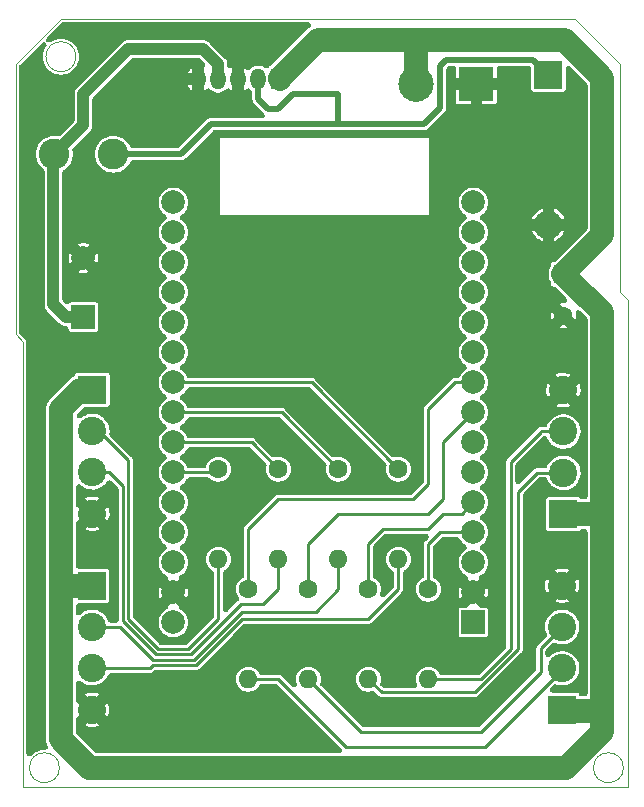
<source format=gbr>
%TF.GenerationSoftware,KiCad,Pcbnew,(6.0.9)*%
%TF.CreationDate,2023-01-02T17:12:58+02:00*%
%TF.ProjectId,ESP32_LEDCONTROLLER,45535033-325f-44c4-9544-434f4e54524f,rev?*%
%TF.SameCoordinates,Original*%
%TF.FileFunction,Copper,L1,Top*%
%TF.FilePolarity,Positive*%
%FSLAX46Y46*%
G04 Gerber Fmt 4.6, Leading zero omitted, Abs format (unit mm)*
G04 Created by KiCad (PCBNEW (6.0.9)) date 2023-01-02 17:12:58*
%MOMM*%
%LPD*%
G01*
G04 APERTURE LIST*
%TA.AperFunction,Profile*%
%ADD10C,0.100000*%
%TD*%
%TA.AperFunction,ComponentPad*%
%ADD11R,1.600000X1.600000*%
%TD*%
%TA.AperFunction,ComponentPad*%
%ADD12C,1.600000*%
%TD*%
%TA.AperFunction,ComponentPad*%
%ADD13C,2.400000*%
%TD*%
%TA.AperFunction,ComponentPad*%
%ADD14R,2.400000X2.400000*%
%TD*%
%TA.AperFunction,ComponentPad*%
%ADD15O,1.600000X1.600000*%
%TD*%
%TA.AperFunction,ComponentPad*%
%ADD16R,2.000000X2.000000*%
%TD*%
%TA.AperFunction,ComponentPad*%
%ADD17C,2.000000*%
%TD*%
%TA.AperFunction,ComponentPad*%
%ADD18R,1.275000X1.800000*%
%TD*%
%TA.AperFunction,ComponentPad*%
%ADD19O,1.275000X1.800000*%
%TD*%
%TA.AperFunction,ComponentPad*%
%ADD20O,2.400000X2.400000*%
%TD*%
%TA.AperFunction,ComponentPad*%
%ADD21C,2.600000*%
%TD*%
%TA.AperFunction,ComponentPad*%
%ADD22R,3.000000X3.000000*%
%TD*%
%TA.AperFunction,ComponentPad*%
%ADD23C,3.000000*%
%TD*%
%TA.AperFunction,Conductor*%
%ADD24C,2.000000*%
%TD*%
%TA.AperFunction,Conductor*%
%ADD25C,0.250000*%
%TD*%
%TA.AperFunction,Conductor*%
%ADD26C,1.000000*%
%TD*%
%TA.AperFunction,Conductor*%
%ADD27C,0.500000*%
%TD*%
G04 APERTURE END LIST*
D10*
X94488000Y-153543000D02*
G75*
G03*
X94488000Y-153543000I-1270000J0D01*
G01*
X95885000Y-93345000D02*
G75*
G03*
X95885000Y-93345000I-1270000J0D01*
G01*
X142240000Y-153543000D02*
G75*
G03*
X142240000Y-153543000I-1270000J0D01*
G01*
X141986000Y-93980000D02*
X141986000Y-113284000D01*
X142621000Y-113919000D01*
X142621000Y-155194000D01*
X91440000Y-155194000D01*
X91440000Y-117475000D01*
X90805000Y-116840000D01*
X90805000Y-93980000D01*
X94615000Y-90170000D01*
X138176000Y-90170000D01*
X141986000Y-93980000D01*
D11*
%TO.P,C1,1*%
%TO.N,VSS*%
X137160000Y-111760000D03*
D12*
%TO.P,C1,2*%
%TO.N,GND*%
X137160000Y-115260000D03*
%TD*%
D13*
%TO.P,J2,4,Pin_4*%
%TO.N,GND*%
X137060000Y-138133000D03*
%TO.P,J2,3,Pin_3*%
%TO.N,Net-(J2-Pad3)*%
X137060000Y-141633000D03*
%TO.P,J2,2,Pin_2*%
%TO.N,Net-(J2-Pad2)*%
X137060000Y-145133000D03*
D14*
%TO.P,J2,1,Pin_1*%
%TO.N,VSS*%
X137060000Y-148633000D03*
%TD*%
D12*
%TO.P,R5,1*%
%TO.N,Net-(R5-Pad1)*%
X118110000Y-128270000D03*
D15*
%TO.P,R5,2*%
%TO.N,Net-(J4-Pad2)*%
X118110000Y-135890000D03*
%TD*%
D12*
%TO.P,R8,1*%
%TO.N,Net-(R8-Pad1)*%
X123190000Y-128270000D03*
D15*
%TO.P,R8,2*%
%TO.N,Net-(J4-Pad3)*%
X123190000Y-135890000D03*
%TD*%
D16*
%TO.P,U2,1,3V3*%
%TO.N,unconnected-(U2-Pad1)*%
X129540000Y-141245000D03*
D17*
%TO.P,U2,2,GND*%
%TO.N,GND*%
X129540000Y-138705000D03*
%TO.P,U2,3,D15*%
%TO.N,unconnected-(U2-Pad3)*%
X129540000Y-136165000D03*
%TO.P,U2,4,D2*%
%TO.N,Net-(R1-Pad1)*%
X129540000Y-133625000D03*
%TO.P,U2,5,D4*%
%TO.N,Net-(R2-Pad1)*%
X129540000Y-131085000D03*
%TO.P,U2,6,RX2*%
%TO.N,unconnected-(U2-Pad6)*%
X129540000Y-128545000D03*
%TO.P,U2,7,TX2*%
%TO.N,unconnected-(U2-Pad7)*%
X129540000Y-126005000D03*
%TO.P,U2,8,D5*%
%TO.N,Net-(R3-Pad1)*%
X129540000Y-123465000D03*
%TO.P,U2,9,D18*%
%TO.N,Net-(R4-Pad1)*%
X129540000Y-120925000D03*
%TO.P,U2,10,D19*%
%TO.N,unconnected-(U2-Pad10)*%
X129540000Y-118385000D03*
%TO.P,U2,11,D21*%
%TO.N,unconnected-(U2-Pad11)*%
X129540000Y-115845000D03*
%TO.P,U2,12,RX0*%
%TO.N,unconnected-(U2-Pad12)*%
X129540000Y-113305000D03*
%TO.P,U2,13,TX0*%
%TO.N,unconnected-(U2-Pad13)*%
X129540000Y-110765000D03*
%TO.P,U2,14,D22*%
%TO.N,unconnected-(U2-Pad14)*%
X129540000Y-108225000D03*
%TO.P,U2,15,D23*%
%TO.N,unconnected-(U2-Pad15)*%
X129540000Y-105685000D03*
%TO.P,U2,16,EN*%
%TO.N,unconnected-(U2-Pad16)*%
X104140000Y-105685000D03*
%TO.P,U2,17,VP*%
%TO.N,unconnected-(U2-Pad17)*%
X104140000Y-108225000D03*
%TO.P,U2,18,VN*%
%TO.N,unconnected-(U2-Pad18)*%
X104140000Y-110765000D03*
%TO.P,U2,19,D34*%
%TO.N,unconnected-(U2-Pad19)*%
X104140000Y-113305000D03*
%TO.P,U2,20,D35*%
%TO.N,unconnected-(U2-Pad20)*%
X104140000Y-115845000D03*
%TO.P,U2,21,D32*%
%TO.N,unconnected-(U2-Pad21)*%
X104140000Y-118385000D03*
%TO.P,U2,22,D33*%
%TO.N,Net-(R8-Pad1)*%
X104140000Y-120925000D03*
%TO.P,U2,23,D25*%
%TO.N,Net-(R5-Pad1)*%
X104140000Y-123465000D03*
%TO.P,U2,24,D26*%
%TO.N,Net-(R6-Pad1)*%
X104140000Y-126005000D03*
%TO.P,U2,25,D27*%
%TO.N,Net-(R7-Pad1)*%
X104140000Y-128545000D03*
%TO.P,U2,26,D14*%
%TO.N,unconnected-(U2-Pad26)*%
X104140000Y-131085000D03*
%TO.P,U2,27,D12*%
%TO.N,unconnected-(U2-Pad27)*%
X104140000Y-133625000D03*
%TO.P,U2,28,D13*%
%TO.N,unconnected-(U2-Pad28)*%
X104140000Y-136165000D03*
%TO.P,U2,29,GND*%
%TO.N,GND*%
X104140000Y-138705000D03*
%TO.P,U2,30,VIN*%
%TO.N,VCC*%
X104140000Y-141245000D03*
%TD*%
D14*
%TO.P,J5,1,Pin_1*%
%TO.N,VSS*%
X97282000Y-121539000D03*
D13*
%TO.P,J5,2,Pin_2*%
%TO.N,Net-(J5-Pad2)*%
X97282000Y-125039000D03*
%TO.P,J5,3,Pin_3*%
%TO.N,Net-(J5-Pad3)*%
X97282000Y-128539000D03*
%TO.P,J5,4,Pin_4*%
%TO.N,GND*%
X97282000Y-132039000D03*
%TD*%
D18*
%TO.P,U1,1,VIN*%
%TO.N,VSS*%
X113030000Y-95250000D03*
D19*
%TO.P,U1,2,OUT*%
%TO.N,Net-(D1-Pad1)*%
X111330000Y-95250000D03*
%TO.P,U1,3,GND*%
%TO.N,GND*%
X109630000Y-95250000D03*
%TO.P,U1,4,FB*%
%TO.N,VCC*%
X107930000Y-95250000D03*
%TO.P,U1,5,~{ON}/OFF*%
%TO.N,GND*%
X106230000Y-95250000D03*
%TD*%
D12*
%TO.P,R4,1*%
%TO.N,Net-(R4-Pad1)*%
X110490000Y-138430000D03*
D15*
%TO.P,R4,2*%
%TO.N,Net-(J2-Pad2)*%
X110490000Y-146050000D03*
%TD*%
D13*
%TO.P,J4,4,Pin_4*%
%TO.N,GND*%
X97255000Y-148633000D03*
%TO.P,J4,3,Pin_3*%
%TO.N,Net-(J4-Pad3)*%
X97255000Y-145133000D03*
%TO.P,J4,2,Pin_2*%
%TO.N,Net-(J4-Pad2)*%
X97255000Y-141633000D03*
D14*
%TO.P,J4,1,Pin_1*%
%TO.N,VSS*%
X97255000Y-138133000D03*
%TD*%
D12*
%TO.P,R3,1*%
%TO.N,Net-(R3-Pad1)*%
X115570000Y-138430000D03*
D15*
%TO.P,R3,2*%
%TO.N,Net-(J2-Pad3)*%
X115570000Y-146050000D03*
%TD*%
D12*
%TO.P,R1,1*%
%TO.N,Net-(R1-Pad1)*%
X125730000Y-138430000D03*
D15*
%TO.P,R1,2*%
%TO.N,Net-(J3-Pad3)*%
X125730000Y-146050000D03*
%TD*%
D17*
%TO.P,C2,2*%
%TO.N,GND*%
X96520000Y-110397677D03*
D16*
%TO.P,C2,1*%
%TO.N,VCC*%
X96520000Y-115397677D03*
%TD*%
D14*
%TO.P,D1,1,K*%
%TO.N,Net-(D1-Pad1)*%
X135890000Y-94869000D03*
D20*
%TO.P,D1,2,A*%
%TO.N,GND*%
X135890000Y-107569000D03*
%TD*%
D12*
%TO.P,R2,1*%
%TO.N,Net-(R2-Pad1)*%
X120650000Y-138430000D03*
D15*
%TO.P,R2,2*%
%TO.N,Net-(J3-Pad2)*%
X120650000Y-146050000D03*
%TD*%
D21*
%TO.P,L1,1,1*%
%TO.N,Net-(D1-Pad1)*%
X99060000Y-101600000D03*
%TO.P,L1,2,2*%
%TO.N,VCC*%
X94060000Y-101600000D03*
%TD*%
D12*
%TO.P,R6,1*%
%TO.N,Net-(R6-Pad1)*%
X113030000Y-128270000D03*
D15*
%TO.P,R6,2*%
%TO.N,Net-(J5-Pad3)*%
X113030000Y-135890000D03*
%TD*%
D22*
%TO.P,J1,1,Pin_1*%
%TO.N,GND*%
X129794000Y-95631000D03*
D23*
%TO.P,J1,2,Pin_2*%
%TO.N,VSS*%
X124714000Y-95631000D03*
%TD*%
D12*
%TO.P,R7,1*%
%TO.N,Net-(R7-Pad1)*%
X107950000Y-128270000D03*
D15*
%TO.P,R7,2*%
%TO.N,Net-(J5-Pad2)*%
X107950000Y-135890000D03*
%TD*%
D14*
%TO.P,J3,1,Pin_1*%
%TO.N,VSS*%
X137160000Y-132080000D03*
D13*
%TO.P,J3,2,Pin_2*%
%TO.N,Net-(J3-Pad2)*%
X137160000Y-128580000D03*
%TO.P,J3,3,Pin_3*%
%TO.N,Net-(J3-Pad3)*%
X137160000Y-125080000D03*
%TO.P,J3,4,Pin_4*%
%TO.N,GND*%
X137160000Y-121580000D03*
%TD*%
D24*
%TO.N,VSS*%
X96266000Y-121539000D02*
X97282000Y-121539000D01*
X94615000Y-138430000D02*
X94615000Y-123190000D01*
X94615000Y-123190000D02*
X96266000Y-121539000D01*
X94912000Y-138133000D02*
X97255000Y-138133000D01*
X94615000Y-138430000D02*
X94912000Y-138133000D01*
D25*
%TO.N,Net-(J5-Pad2)*%
X100330000Y-127520000D02*
X97849000Y-125039000D01*
X102870000Y-143510000D02*
X100330000Y-140970000D01*
X105410000Y-143510000D02*
X102870000Y-143510000D01*
X100330000Y-140970000D02*
X100330000Y-127520000D01*
X107950000Y-140970000D02*
X105410000Y-143510000D01*
X107950000Y-135890000D02*
X107950000Y-140970000D01*
X97849000Y-125039000D02*
X97282000Y-125039000D01*
%TO.N,Net-(J5-Pad3)*%
X98694000Y-128539000D02*
X97282000Y-128539000D01*
X102683604Y-143960000D02*
X99880000Y-141156396D01*
X99880000Y-141156396D02*
X99880000Y-129725000D01*
X99880000Y-129725000D02*
X98694000Y-128539000D01*
X109855000Y-139701396D02*
X105596396Y-143960000D01*
X105596396Y-143960000D02*
X102683604Y-143960000D01*
%TO.N,Net-(J4-Pad2)*%
X118110000Y-138430000D02*
X118110000Y-135890000D01*
X102373000Y-144410000D02*
X105907000Y-144410000D01*
X105907000Y-144410000D02*
X109982000Y-140335000D01*
X109982000Y-140335000D02*
X116205000Y-140335000D01*
X99596000Y-141633000D02*
X102373000Y-144410000D01*
X116205000Y-140335000D02*
X118110000Y-138430000D01*
X97255000Y-141633000D02*
X99596000Y-141633000D01*
%TO.N,Net-(J4-Pad3)*%
X102136000Y-145133000D02*
X97255000Y-145133000D01*
X102409000Y-144860000D02*
X102136000Y-145133000D01*
X120650000Y-140970000D02*
X109983396Y-140970000D01*
X109983396Y-140970000D02*
X106093396Y-144860000D01*
X123190000Y-135890000D02*
X123190000Y-138430000D01*
X123190000Y-138430000D02*
X120650000Y-140970000D01*
X106093396Y-144860000D02*
X102409000Y-144860000D01*
D24*
%TO.N,VSS*%
X137414000Y-153543000D02*
X140462000Y-150495000D01*
X97028000Y-153543000D02*
X137414000Y-153543000D01*
X140462000Y-150495000D02*
X140462000Y-148463000D01*
X94615000Y-138430000D02*
X94615000Y-151130000D01*
X94615000Y-151130000D02*
X97028000Y-153543000D01*
D25*
%TO.N,Net-(J2-Pad3)*%
X135255000Y-143438000D02*
X137060000Y-141633000D01*
X130175000Y-150495000D02*
X135255000Y-145415000D01*
X137060000Y-141633000D02*
X137060000Y-141760000D01*
X120015000Y-150495000D02*
X130175000Y-150495000D01*
X115570000Y-146050000D02*
X120015000Y-150495000D01*
X135255000Y-145415000D02*
X135255000Y-143438000D01*
%TO.N,Net-(J2-Pad2)*%
X137060000Y-145260000D02*
X137060000Y-145133000D01*
X130555000Y-151765000D02*
X137060000Y-145260000D01*
X118745000Y-151765000D02*
X130555000Y-151765000D01*
X113030000Y-146050000D02*
X118745000Y-151765000D01*
X110490000Y-146050000D02*
X113030000Y-146050000D01*
D24*
%TO.N,VSS*%
X116365000Y-91915000D02*
X124554000Y-91915000D01*
X137254000Y-91915000D02*
X140462000Y-95123000D01*
X137160000Y-132080000D02*
X140335000Y-132080000D01*
X124554000Y-91915000D02*
X137254000Y-91915000D01*
X113167500Y-95112500D02*
X116365000Y-91915000D01*
X137060000Y-148760000D02*
X140165000Y-148760000D01*
X140462000Y-114935000D02*
X140462000Y-132207000D01*
D25*
X140165000Y-148760000D02*
X140462000Y-148463000D01*
D24*
X124714000Y-92075000D02*
X124714000Y-96139000D01*
X140462000Y-108458000D02*
X137160000Y-111760000D01*
X124554000Y-91915000D02*
X124714000Y-92075000D01*
X140462000Y-132207000D02*
X140462000Y-148463000D01*
X139065000Y-113665000D02*
X139192000Y-113665000D01*
X140462000Y-95123000D02*
X140462000Y-108458000D01*
D25*
X140335000Y-132080000D02*
X140462000Y-132207000D01*
D24*
X113167500Y-95250000D02*
X113167500Y-95112500D01*
X137160000Y-111760000D02*
X139065000Y-113665000D01*
X139192000Y-113665000D02*
X140462000Y-114935000D01*
D25*
%TO.N,VCC*%
X107950000Y-93980000D02*
X107930000Y-94000000D01*
D26*
X106680000Y-92710000D02*
X107950000Y-93980000D01*
X93980000Y-101680000D02*
X93980000Y-114300000D01*
X96520000Y-96520000D02*
X100330000Y-92710000D01*
X93980000Y-114300000D02*
X95077677Y-115397677D01*
X96520000Y-99140000D02*
X96520000Y-96520000D01*
X96520000Y-99140000D02*
X93980000Y-101680000D01*
X107930000Y-94000000D02*
X107930000Y-95250000D01*
X95077677Y-115397677D02*
X96520000Y-115397677D01*
X100330000Y-92710000D02*
X106680000Y-92710000D01*
D25*
%TO.N,Net-(J3-Pad2)*%
X134945000Y-128580000D02*
X133350000Y-130175000D01*
X137160000Y-128580000D02*
X134945000Y-128580000D01*
X129686396Y-147175000D02*
X121775000Y-147175000D01*
X133350000Y-143511396D02*
X129686396Y-147175000D01*
X121775000Y-147175000D02*
X120650000Y-146050000D01*
X133350000Y-130175000D02*
X133350000Y-143511396D01*
%TO.N,Net-(R6-Pad1)*%
X110765000Y-126005000D02*
X113030000Y-128270000D01*
X104140000Y-126005000D02*
X110765000Y-126005000D01*
%TO.N,Net-(R8-Pad1)*%
X104140000Y-120925000D02*
X115845000Y-120925000D01*
X115845000Y-120925000D02*
X123190000Y-128270000D01*
D27*
%TO.N,Net-(D1-Pad1)*%
X111330000Y-96950000D02*
X112170000Y-97790000D01*
X111330000Y-95250000D02*
X111330000Y-96950000D01*
X99060000Y-101600000D02*
X104775000Y-101600000D01*
X126746000Y-94107000D02*
X126746000Y-97663000D01*
X125349000Y-99060000D02*
X118110000Y-99060000D01*
X127254000Y-93599000D02*
X126746000Y-94107000D01*
X118110000Y-99060000D02*
X118110000Y-96520000D01*
X113030000Y-97790000D02*
X112170000Y-97790000D01*
X118110000Y-96520000D02*
X114300000Y-96520000D01*
X114300000Y-96520000D02*
X113030000Y-97790000D01*
X135890000Y-94869000D02*
X134620000Y-93599000D01*
X134620000Y-93599000D02*
X127254000Y-93599000D01*
X104775000Y-101600000D02*
X107315000Y-99060000D01*
X107315000Y-99060000D02*
X117983000Y-99060000D01*
X126746000Y-97663000D02*
X125349000Y-99060000D01*
D25*
%TO.N,Net-(R1-Pad1)*%
X126725000Y-133625000D02*
X125730000Y-134620000D01*
X125730000Y-134620000D02*
X125730000Y-138430000D01*
X129540000Y-133625000D02*
X126725000Y-133625000D01*
%TO.N,Net-(R2-Pad1)*%
X121920000Y-133350000D02*
X120650000Y-134620000D01*
X129540000Y-131085000D02*
X128545000Y-132080000D01*
X120650000Y-134620000D02*
X120650000Y-138430000D01*
X128270000Y-132080000D02*
X127000000Y-132080000D01*
X128545000Y-132080000D02*
X128270000Y-132080000D01*
X127000000Y-132080000D02*
X125730000Y-133350000D01*
X125730000Y-133350000D02*
X121920000Y-133350000D01*
%TO.N,Net-(R4-Pad1)*%
X110490000Y-133350000D02*
X110490000Y-138430000D01*
X113030000Y-130810000D02*
X110490000Y-133350000D01*
X125730000Y-123190000D02*
X125730000Y-129540000D01*
X124460000Y-130810000D02*
X113030000Y-130810000D01*
X129540000Y-120925000D02*
X127995000Y-120925000D01*
X125730000Y-129540000D02*
X124460000Y-130810000D01*
X127995000Y-120925000D02*
X125730000Y-123190000D01*
%TO.N,Net-(R5-Pad1)*%
X104140000Y-123465000D02*
X113305000Y-123465000D01*
X113305000Y-123465000D02*
X118110000Y-128270000D01*
%TO.N,Net-(R7-Pad1)*%
X104140000Y-128545000D02*
X107675000Y-128545000D01*
X107675000Y-128545000D02*
X107950000Y-128270000D01*
%TO.N,Net-(R3-Pad1)*%
X118110000Y-132080000D02*
X115570000Y-134620000D01*
X125730000Y-132080000D02*
X118110000Y-132080000D01*
X115570000Y-134620000D02*
X115570000Y-138430000D01*
X129540000Y-123465000D02*
X127000000Y-126005000D01*
X127000000Y-126005000D02*
X127000000Y-130810000D01*
X127000000Y-130810000D02*
X125730000Y-132080000D01*
%TO.N,Net-(J3-Pad3)*%
X125730000Y-146050000D02*
X130175000Y-146050000D01*
X130175000Y-146050000D02*
X132715000Y-143510000D01*
X132715000Y-143510000D02*
X132715000Y-131445000D01*
X132715000Y-131445000D02*
X132715000Y-127635000D01*
X135270000Y-125080000D02*
X137160000Y-125080000D01*
X132715000Y-127635000D02*
X135255000Y-125095000D01*
%TO.N,Net-(J5-Pad3)*%
X113030000Y-135890000D02*
X113030000Y-138430000D01*
X111760000Y-139700000D02*
X109855000Y-139700000D01*
X113030000Y-138430000D02*
X111760000Y-139700000D01*
%TD*%
%TA.AperFunction,Conductor*%
%TO.N,GND*%
G36*
X115623787Y-90439454D02*
G01*
X115704569Y-90493430D01*
X115758545Y-90574212D01*
X115777499Y-90669500D01*
X115758545Y-90764788D01*
X115704569Y-90845570D01*
X115673817Y-90871697D01*
X115660719Y-90881109D01*
X115652167Y-90886986D01*
X115592750Y-90926015D01*
X115592746Y-90926018D01*
X115585116Y-90931030D01*
X115578299Y-90937104D01*
X115569306Y-90945116D01*
X115559758Y-90952765D01*
X115553597Y-90958083D01*
X115544595Y-90964552D01*
X115501838Y-91008674D01*
X115471435Y-91040047D01*
X115468692Y-91042834D01*
X112476410Y-94035116D01*
X112395628Y-94089092D01*
X112348920Y-94103261D01*
X112294760Y-94114034D01*
X112274368Y-94127659D01*
X112274366Y-94127660D01*
X112232295Y-94155771D01*
X112211899Y-94169399D01*
X112193302Y-94197232D01*
X112124607Y-94265929D01*
X112034848Y-94303111D01*
X111937693Y-94303112D01*
X111847933Y-94265935D01*
X111839908Y-94260341D01*
X111787013Y-94221910D01*
X111787004Y-94221905D01*
X111776446Y-94214234D01*
X111605918Y-94138310D01*
X111423333Y-94099500D01*
X111236667Y-94099500D01*
X111054082Y-94138310D01*
X110883555Y-94214234D01*
X110732539Y-94323953D01*
X110664706Y-94399289D01*
X110586864Y-94457418D01*
X110492698Y-94481334D01*
X110396549Y-94467393D01*
X110313053Y-94417719D01*
X110294622Y-94399289D01*
X110235857Y-94334024D01*
X110216566Y-94316654D01*
X110149839Y-94268174D01*
X110132342Y-94260107D01*
X110130519Y-94264062D01*
X110130000Y-94268444D01*
X110130000Y-96221713D01*
X110133760Y-96240613D01*
X110138032Y-96239764D01*
X110141880Y-96237609D01*
X110216566Y-96183346D01*
X110235857Y-96165976D01*
X110294622Y-96100711D01*
X110372468Y-96042581D01*
X110466633Y-96018666D01*
X110562783Y-96032607D01*
X110646279Y-96082282D01*
X110664699Y-96100703D01*
X110732539Y-96176047D01*
X110743094Y-96183716D01*
X110747117Y-96187338D01*
X110805246Y-96265185D01*
X110829159Y-96359351D01*
X110829500Y-96372378D01*
X110829500Y-96887070D01*
X110829167Y-96895368D01*
X110825981Y-96909447D01*
X110827505Y-96934007D01*
X110829022Y-96958461D01*
X110829500Y-96973880D01*
X110829500Y-96985940D01*
X110830754Y-96994698D01*
X110831084Y-96999327D01*
X110832284Y-97011039D01*
X110834859Y-97052538D01*
X110840885Y-97069229D01*
X110841083Y-97070187D01*
X110841371Y-97071832D01*
X110841883Y-97073401D01*
X110842162Y-97074355D01*
X110844677Y-97091918D01*
X110852018Y-97108063D01*
X110852020Y-97108071D01*
X110861890Y-97129778D01*
X110869426Y-97148291D01*
X110883540Y-97187387D01*
X110894005Y-97201712D01*
X110894467Y-97202581D01*
X110895200Y-97204070D01*
X110896131Y-97205430D01*
X110896672Y-97206275D01*
X110904016Y-97222428D01*
X110915597Y-97235868D01*
X110915600Y-97235873D01*
X110931158Y-97253929D01*
X110941969Y-97267543D01*
X110942849Y-97268571D01*
X110948522Y-97276336D01*
X110956049Y-97283863D01*
X110968612Y-97297395D01*
X110997600Y-97331037D01*
X111011758Y-97340214D01*
X111021496Y-97349310D01*
X111771604Y-98099418D01*
X111777229Y-98105514D01*
X111784930Y-98117720D01*
X111798224Y-98129461D01*
X111809726Y-98142976D01*
X111807736Y-98144670D01*
X111850762Y-98201148D01*
X111875581Y-98295080D01*
X111862564Y-98391359D01*
X111813694Y-98475328D01*
X111736411Y-98534203D01*
X111642479Y-98559022D01*
X111627059Y-98559500D01*
X107377918Y-98559500D01*
X107369628Y-98559167D01*
X107355552Y-98555982D01*
X107337848Y-98557080D01*
X107337845Y-98557080D01*
X107306549Y-98559022D01*
X107291131Y-98559500D01*
X107279060Y-98559500D01*
X107270289Y-98560756D01*
X107265652Y-98561086D01*
X107253966Y-98562284D01*
X107212461Y-98564859D01*
X107195776Y-98570882D01*
X107194801Y-98571084D01*
X107193170Y-98571369D01*
X107191599Y-98571882D01*
X107190640Y-98572162D01*
X107173082Y-98574677D01*
X107156933Y-98582020D01*
X107156932Y-98582020D01*
X107135240Y-98591883D01*
X107116730Y-98599419D01*
X107077613Y-98613540D01*
X107063285Y-98624007D01*
X107062422Y-98624466D01*
X107060927Y-98625202D01*
X107059571Y-98626130D01*
X107058723Y-98626672D01*
X107042572Y-98634016D01*
X107029133Y-98645596D01*
X107029128Y-98645599D01*
X107011057Y-98661170D01*
X106997469Y-98671960D01*
X106996433Y-98672847D01*
X106988664Y-98678523D01*
X106981144Y-98686043D01*
X106967612Y-98698606D01*
X106933963Y-98727600D01*
X106924785Y-98741760D01*
X106915683Y-98751504D01*
X104640616Y-101026570D01*
X104559834Y-101080546D01*
X104464546Y-101099500D01*
X100697311Y-101099500D01*
X100602023Y-101080546D01*
X100521241Y-101026570D01*
X100467265Y-100945789D01*
X100445777Y-100893911D01*
X100440660Y-100885560D01*
X100323370Y-100694162D01*
X100318259Y-100685821D01*
X100159759Y-100500241D01*
X99974179Y-100341741D01*
X99832631Y-100255000D01*
X99774440Y-100219340D01*
X99774435Y-100219337D01*
X99766089Y-100214223D01*
X99540612Y-100120828D01*
X99489963Y-100108668D01*
X99312817Y-100066138D01*
X99312812Y-100066137D01*
X99303302Y-100063854D01*
X99293545Y-100063086D01*
X99293544Y-100063086D01*
X99069759Y-100045474D01*
X99060000Y-100044706D01*
X99050241Y-100045474D01*
X98826456Y-100063086D01*
X98826455Y-100063086D01*
X98816698Y-100063854D01*
X98807188Y-100066137D01*
X98807183Y-100066138D01*
X98630037Y-100108668D01*
X98579388Y-100120828D01*
X98353911Y-100214223D01*
X98345565Y-100219337D01*
X98345560Y-100219340D01*
X98287369Y-100255000D01*
X98145821Y-100341741D01*
X97960241Y-100500241D01*
X97801741Y-100685821D01*
X97796630Y-100694162D01*
X97679340Y-100885560D01*
X97679338Y-100885564D01*
X97674223Y-100893911D01*
X97580828Y-101119388D01*
X97578546Y-101128893D01*
X97526140Y-101347178D01*
X97523854Y-101356698D01*
X97504706Y-101600000D01*
X97523854Y-101843302D01*
X97526137Y-101852812D01*
X97526138Y-101852817D01*
X97558601Y-101988031D01*
X97580828Y-102080612D01*
X97674223Y-102306089D01*
X97679337Y-102314435D01*
X97679340Y-102314440D01*
X97746387Y-102423850D01*
X97801741Y-102514179D01*
X97960241Y-102699759D01*
X98145821Y-102858259D01*
X98229501Y-102909538D01*
X98345560Y-102980660D01*
X98345565Y-102980663D01*
X98353911Y-102985777D01*
X98579388Y-103079172D01*
X98588893Y-103081454D01*
X98807183Y-103133862D01*
X98807188Y-103133863D01*
X98816698Y-103136146D01*
X98826455Y-103136914D01*
X98826456Y-103136914D01*
X99050241Y-103154526D01*
X99060000Y-103155294D01*
X99069759Y-103154526D01*
X99293544Y-103136914D01*
X99293545Y-103136914D01*
X99303302Y-103136146D01*
X99312812Y-103133863D01*
X99312817Y-103133862D01*
X99531107Y-103081454D01*
X99540612Y-103079172D01*
X99766089Y-102985777D01*
X99774435Y-102980663D01*
X99774440Y-102980660D01*
X99890499Y-102909538D01*
X99974179Y-102858259D01*
X100159759Y-102699759D01*
X100318259Y-102514179D01*
X100424866Y-102340213D01*
X100440662Y-102314436D01*
X100440662Y-102314435D01*
X100445777Y-102306089D01*
X100467266Y-102254209D01*
X100521242Y-102173430D01*
X100602024Y-102119454D01*
X100697311Y-102100500D01*
X104712070Y-102100500D01*
X104720368Y-102100833D01*
X104734447Y-102104019D01*
X104778600Y-102101280D01*
X104783461Y-102100978D01*
X104798880Y-102100500D01*
X104810940Y-102100500D01*
X104819698Y-102099246D01*
X104824327Y-102098916D01*
X104836039Y-102097716D01*
X104859829Y-102096240D01*
X104859831Y-102096240D01*
X104877538Y-102095141D01*
X104894229Y-102089115D01*
X104895187Y-102088917D01*
X104896832Y-102088629D01*
X104898401Y-102088117D01*
X104899355Y-102087838D01*
X104916918Y-102085323D01*
X104933063Y-102077982D01*
X104933071Y-102077980D01*
X104954778Y-102068110D01*
X104973291Y-102060574D01*
X104995700Y-102052484D01*
X105012387Y-102046460D01*
X105026712Y-102035995D01*
X105027581Y-102035533D01*
X105029070Y-102034800D01*
X105030430Y-102033869D01*
X105031275Y-102033328D01*
X105047428Y-102025984D01*
X105060868Y-102014403D01*
X105060873Y-102014400D01*
X105078929Y-101998842D01*
X105092543Y-101988031D01*
X105093571Y-101987151D01*
X105101336Y-101981478D01*
X105108863Y-101973951D01*
X105122395Y-101961388D01*
X105124017Y-101959991D01*
X105156037Y-101932400D01*
X105165214Y-101918242D01*
X105174310Y-101908504D01*
X107449384Y-99633430D01*
X107530166Y-99579454D01*
X107625454Y-99560500D01*
X118018940Y-99560500D01*
X118018940Y-99560507D01*
X118035255Y-99561138D01*
X118035261Y-99560093D01*
X118068510Y-99560296D01*
X118068524Y-99560297D01*
X118069748Y-99560304D01*
X118069748Y-99560344D01*
X118070090Y-99560357D01*
X118071009Y-99560500D01*
X118101166Y-99560500D01*
X118102687Y-99560505D01*
X118174023Y-99560941D01*
X118174025Y-99560941D01*
X118178624Y-99560969D01*
X118180194Y-99560520D01*
X118180490Y-99560500D01*
X125286070Y-99560500D01*
X125294368Y-99560833D01*
X125308447Y-99564019D01*
X125352600Y-99561280D01*
X125357461Y-99560978D01*
X125372880Y-99560500D01*
X125384940Y-99560500D01*
X125393698Y-99559246D01*
X125398327Y-99558916D01*
X125410039Y-99557716D01*
X125433829Y-99556240D01*
X125433831Y-99556240D01*
X125451538Y-99555141D01*
X125468229Y-99549115D01*
X125469187Y-99548917D01*
X125470832Y-99548629D01*
X125472401Y-99548117D01*
X125473355Y-99547838D01*
X125490918Y-99545323D01*
X125507063Y-99537982D01*
X125507071Y-99537980D01*
X125528778Y-99528110D01*
X125547291Y-99520574D01*
X125569700Y-99512484D01*
X125586387Y-99506460D01*
X125600712Y-99495995D01*
X125601581Y-99495533D01*
X125603070Y-99494800D01*
X125604430Y-99493869D01*
X125605275Y-99493328D01*
X125621428Y-99485984D01*
X125634868Y-99474403D01*
X125634873Y-99474400D01*
X125652929Y-99458842D01*
X125666543Y-99448031D01*
X125667571Y-99447151D01*
X125675336Y-99441478D01*
X125682863Y-99433951D01*
X125696395Y-99421388D01*
X125702329Y-99416275D01*
X125730037Y-99392400D01*
X125739214Y-99378242D01*
X125748310Y-99368504D01*
X127055418Y-98061396D01*
X127061514Y-98055771D01*
X127073720Y-98048070D01*
X127106223Y-98011267D01*
X127116788Y-98000026D01*
X127125320Y-97991494D01*
X127130624Y-97984417D01*
X127133662Y-97980913D01*
X127141095Y-97971782D01*
X127156884Y-97953904D01*
X127168623Y-97940612D01*
X127176160Y-97924560D01*
X127176708Y-97923725D01*
X127177656Y-97922375D01*
X127178408Y-97920894D01*
X127178886Y-97920022D01*
X127189526Y-97905824D01*
X127204122Y-97866890D01*
X127211881Y-97848476D01*
X127222014Y-97826894D01*
X127229553Y-97810837D01*
X127232282Y-97793309D01*
X127232572Y-97792361D01*
X127233107Y-97790788D01*
X127233412Y-97789161D01*
X127233625Y-97788191D01*
X127239852Y-97771581D01*
X127242934Y-97730108D01*
X127244914Y-97712858D01*
X127245019Y-97711506D01*
X127246500Y-97701991D01*
X127246500Y-97691350D01*
X127247185Y-97672898D01*
X127249161Y-97646304D01*
X127250476Y-97628609D01*
X127246953Y-97612107D01*
X127246500Y-97598780D01*
X127246500Y-97143387D01*
X128044000Y-97143387D01*
X128046388Y-97167628D01*
X128053721Y-97204493D01*
X128072129Y-97248934D01*
X128100134Y-97290847D01*
X128134153Y-97324866D01*
X128176066Y-97352871D01*
X128220507Y-97371279D01*
X128257372Y-97378612D01*
X128281613Y-97381000D01*
X129269473Y-97381000D01*
X129289931Y-97376931D01*
X129294000Y-97356473D01*
X130294000Y-97356473D01*
X130298069Y-97376931D01*
X130318527Y-97381000D01*
X131306387Y-97381000D01*
X131330628Y-97378612D01*
X131367493Y-97371279D01*
X131411934Y-97352871D01*
X131453847Y-97324866D01*
X131487866Y-97290847D01*
X131515871Y-97248934D01*
X131534279Y-97204493D01*
X131541612Y-97167628D01*
X131544000Y-97143387D01*
X131544000Y-96155527D01*
X131539931Y-96135069D01*
X131519473Y-96131000D01*
X130318527Y-96131000D01*
X130298069Y-96135069D01*
X130294000Y-96155527D01*
X130294000Y-97356473D01*
X129294000Y-97356473D01*
X129294000Y-96155527D01*
X129289931Y-96135069D01*
X129269473Y-96131000D01*
X128068527Y-96131000D01*
X128048069Y-96135069D01*
X128044000Y-96155527D01*
X128044000Y-97143387D01*
X127246500Y-97143387D01*
X127246500Y-94417454D01*
X127265454Y-94322166D01*
X127319430Y-94241384D01*
X127388384Y-94172430D01*
X127469166Y-94118454D01*
X127564454Y-94099500D01*
X127795000Y-94099500D01*
X127890288Y-94118454D01*
X127971070Y-94172430D01*
X128025046Y-94253212D01*
X128044000Y-94348500D01*
X128044000Y-95106473D01*
X128048069Y-95126931D01*
X128068527Y-95131000D01*
X131519473Y-95131000D01*
X131539931Y-95126931D01*
X131544000Y-95106473D01*
X131544000Y-94348500D01*
X131562954Y-94253212D01*
X131616930Y-94172430D01*
X131697712Y-94118454D01*
X131793000Y-94099500D01*
X134190500Y-94099500D01*
X134285788Y-94118454D01*
X134366570Y-94172430D01*
X134420546Y-94253212D01*
X134439500Y-94348500D01*
X134439500Y-96093674D01*
X134454034Y-96166740D01*
X134467659Y-96187132D01*
X134467660Y-96187134D01*
X134472403Y-96194232D01*
X134509399Y-96249601D01*
X134529795Y-96263229D01*
X134571866Y-96291340D01*
X134571868Y-96291341D01*
X134592260Y-96304966D01*
X134665326Y-96319500D01*
X137114674Y-96319500D01*
X137187740Y-96304966D01*
X137208132Y-96291341D01*
X137208134Y-96291340D01*
X137250205Y-96263229D01*
X137270601Y-96249601D01*
X137307597Y-96194232D01*
X137312340Y-96187134D01*
X137312341Y-96187132D01*
X137325966Y-96166740D01*
X137340500Y-96093674D01*
X137340500Y-94371114D01*
X137359454Y-94275826D01*
X137413430Y-94195044D01*
X137494212Y-94141068D01*
X137589500Y-94122114D01*
X137684788Y-94141068D01*
X137765570Y-94195044D01*
X139138570Y-95568044D01*
X139192546Y-95648826D01*
X139211500Y-95744114D01*
X139211500Y-107836885D01*
X139192546Y-107932173D01*
X139138570Y-108012955D01*
X136514956Y-110636570D01*
X136434174Y-110690546D01*
X136359450Y-110705410D01*
X136359735Y-110708301D01*
X136347564Y-110709500D01*
X136335326Y-110709500D01*
X136262260Y-110724034D01*
X136241868Y-110737659D01*
X136241866Y-110737660D01*
X136217150Y-110754175D01*
X136179399Y-110779399D01*
X136165771Y-110799795D01*
X136137660Y-110841866D01*
X136137659Y-110841868D01*
X136124034Y-110862260D01*
X136109500Y-110935326D01*
X136109500Y-111009610D01*
X136090546Y-111104898D01*
X136080560Y-111126119D01*
X136065788Y-111154020D01*
X136062040Y-111160838D01*
X136018405Y-111237337D01*
X136014702Y-111247794D01*
X136011077Y-111255711D01*
X136007737Y-111263656D01*
X136002550Y-111273453D01*
X135999181Y-111284011D01*
X135999178Y-111284017D01*
X135975769Y-111357370D01*
X135973289Y-111364739D01*
X135943892Y-111447756D01*
X135942100Y-111458698D01*
X135939948Y-111467080D01*
X135938057Y-111475542D01*
X135934684Y-111486109D01*
X135933236Y-111497105D01*
X135933235Y-111497111D01*
X135923185Y-111573440D01*
X135922043Y-111581175D01*
X135921592Y-111583930D01*
X135907818Y-111668046D01*
X135907993Y-111679144D01*
X135907357Y-111687800D01*
X135906996Y-111696421D01*
X135905547Y-111707422D01*
X135909697Y-111795413D01*
X135909941Y-111803193D01*
X135910686Y-111850633D01*
X135911324Y-111891241D01*
X135913459Y-111902124D01*
X135914363Y-111910724D01*
X135915541Y-111919323D01*
X135916063Y-111930398D01*
X135918539Y-111941209D01*
X135918540Y-111941216D01*
X135935719Y-112016223D01*
X135937346Y-112023877D01*
X135950102Y-112088895D01*
X135954299Y-112110288D01*
X135958330Y-112120626D01*
X135960746Y-112128942D01*
X135963420Y-112137173D01*
X135965897Y-112147987D01*
X135978623Y-112177822D01*
X136000450Y-112228994D01*
X136003403Y-112236230D01*
X136035386Y-112318263D01*
X136041177Y-112327713D01*
X136045021Y-112335458D01*
X136049123Y-112343108D01*
X136053476Y-112353313D01*
X136068616Y-112376361D01*
X136105089Y-112466408D01*
X136109500Y-112513068D01*
X136109500Y-112584674D01*
X136124034Y-112657740D01*
X136137659Y-112678132D01*
X136137660Y-112678134D01*
X136143728Y-112687215D01*
X136179399Y-112740601D01*
X136199795Y-112754229D01*
X136241866Y-112782340D01*
X136241868Y-112782341D01*
X136262260Y-112795966D01*
X136335326Y-112810500D01*
X136347564Y-112810500D01*
X136359735Y-112811699D01*
X136359450Y-112814590D01*
X136434174Y-112829454D01*
X136514956Y-112883430D01*
X137417851Y-113786325D01*
X137471827Y-113867107D01*
X137490781Y-113962395D01*
X137471827Y-114057683D01*
X137417851Y-114138465D01*
X137337069Y-114192441D01*
X137241781Y-114211395D01*
X137215752Y-114210031D01*
X137179476Y-114206218D01*
X137155236Y-114206049D01*
X136974431Y-114222503D01*
X136950610Y-114227047D01*
X136884163Y-114246603D01*
X136867094Y-114255546D01*
X136871980Y-114264873D01*
X138149554Y-115542447D01*
X138165575Y-115553152D01*
X138172600Y-115542637D01*
X138185019Y-115505305D01*
X138190387Y-115481677D01*
X138213798Y-115296360D01*
X138214767Y-115282504D01*
X138214984Y-115266956D01*
X138214402Y-115253077D01*
X138195601Y-115061325D01*
X138205167Y-114964642D01*
X138251003Y-114878979D01*
X138326131Y-114817377D01*
X138419115Y-114789215D01*
X138515798Y-114798781D01*
X138601461Y-114844617D01*
X138619483Y-114860957D01*
X139138570Y-115380044D01*
X139192546Y-115460826D01*
X139211500Y-115556114D01*
X139211500Y-130580500D01*
X139192546Y-130675788D01*
X139138570Y-130756570D01*
X139057788Y-130810546D01*
X138962500Y-130829500D01*
X138760624Y-130829500D01*
X138665336Y-130810546D01*
X138584554Y-130756570D01*
X138555044Y-130720610D01*
X138554229Y-130719795D01*
X138540601Y-130699399D01*
X138505264Y-130675788D01*
X138478134Y-130657660D01*
X138478132Y-130657659D01*
X138457740Y-130644034D01*
X138384674Y-130629500D01*
X135935326Y-130629500D01*
X135862260Y-130644034D01*
X135841868Y-130657659D01*
X135841866Y-130657660D01*
X135814736Y-130675788D01*
X135779399Y-130699399D01*
X135765771Y-130719795D01*
X135737660Y-130761866D01*
X135737659Y-130761868D01*
X135724034Y-130782260D01*
X135709500Y-130855326D01*
X135709500Y-133304674D01*
X135724034Y-133377740D01*
X135737659Y-133398132D01*
X135737660Y-133398134D01*
X135754292Y-133423025D01*
X135779399Y-133460601D01*
X135799795Y-133474229D01*
X135841866Y-133502340D01*
X135841868Y-133502341D01*
X135862260Y-133515966D01*
X135935326Y-133530500D01*
X138384674Y-133530500D01*
X138457740Y-133515966D01*
X138478132Y-133502341D01*
X138478134Y-133502340D01*
X138520205Y-133474229D01*
X138540601Y-133460601D01*
X138554229Y-133440205D01*
X138571568Y-133422866D01*
X138571727Y-133423025D01*
X138622282Y-133372468D01*
X138712040Y-133335286D01*
X138760624Y-133330500D01*
X138962500Y-133330500D01*
X139057788Y-133349454D01*
X139138570Y-133403430D01*
X139192546Y-133484212D01*
X139211500Y-133579500D01*
X139211500Y-147260500D01*
X139192546Y-147355788D01*
X139138570Y-147436570D01*
X139057788Y-147490546D01*
X138962500Y-147509500D01*
X138729336Y-147509500D01*
X138634048Y-147490546D01*
X138553266Y-147436570D01*
X138500371Y-147357406D01*
X138495966Y-147335260D01*
X138440601Y-147252399D01*
X138420205Y-147238771D01*
X138378134Y-147210660D01*
X138378132Y-147210659D01*
X138357740Y-147197034D01*
X138284674Y-147182500D01*
X136269677Y-147182500D01*
X136174389Y-147163546D01*
X136093607Y-147109570D01*
X136039631Y-147028788D01*
X136020677Y-146933500D01*
X136039631Y-146838212D01*
X136093607Y-146757430D01*
X136298416Y-146552621D01*
X136379198Y-146498645D01*
X136474486Y-146479691D01*
X136563312Y-146496073D01*
X136653937Y-146530680D01*
X136756309Y-146551508D01*
X136877653Y-146576196D01*
X136877655Y-146576196D01*
X136887666Y-146578233D01*
X136991566Y-146582043D01*
X137115813Y-146586599D01*
X137115818Y-146586599D01*
X137126025Y-146586973D01*
X137136156Y-146585675D01*
X137136160Y-146585675D01*
X137352479Y-146557963D01*
X137352482Y-146557962D01*
X137362609Y-146556665D01*
X137591068Y-146488125D01*
X137805264Y-146383191D01*
X137999445Y-146244683D01*
X138168397Y-146076320D01*
X138307582Y-145882623D01*
X138413263Y-145668795D01*
X138466140Y-145494755D01*
X138479629Y-145450357D01*
X138479630Y-145450353D01*
X138482600Y-145440577D01*
X138509821Y-145233813D01*
X138512869Y-145210663D01*
X138512869Y-145210660D01*
X138513733Y-145204099D01*
X138514026Y-145192141D01*
X138515309Y-145139626D01*
X138515471Y-145133000D01*
X138511335Y-145082687D01*
X138496764Y-144905466D01*
X138495927Y-144895284D01*
X138466761Y-144779167D01*
X138440312Y-144673867D01*
X138440310Y-144673861D01*
X138437821Y-144663952D01*
X138342712Y-144445216D01*
X138213155Y-144244951D01*
X138070643Y-144088333D01*
X138059501Y-144076088D01*
X138059500Y-144076087D01*
X138052629Y-144068536D01*
X137865445Y-143920707D01*
X137673098Y-143814526D01*
X137665577Y-143810374D01*
X137665573Y-143810372D01*
X137656631Y-143805436D01*
X137647005Y-143802027D01*
X137647000Y-143802025D01*
X137441429Y-143729229D01*
X137441430Y-143729229D01*
X137431794Y-143725817D01*
X137374477Y-143715607D01*
X137207035Y-143685780D01*
X137207029Y-143685779D01*
X137196972Y-143683988D01*
X137186751Y-143683863D01*
X137186750Y-143683863D01*
X137055398Y-143682258D01*
X136958471Y-143681074D01*
X136948370Y-143682620D01*
X136948366Y-143682620D01*
X136732798Y-143715607D01*
X136732793Y-143715608D01*
X136722698Y-143717153D01*
X136495982Y-143791255D01*
X136486911Y-143795977D01*
X136459255Y-143810374D01*
X136284414Y-143901390D01*
X136250253Y-143927039D01*
X136101852Y-144038462D01*
X136101848Y-144038465D01*
X136093675Y-144044602D01*
X136086610Y-144051995D01*
X136086609Y-144051996D01*
X136059518Y-144080345D01*
X135979982Y-144136140D01*
X135885148Y-144157251D01*
X135789455Y-144140463D01*
X135707470Y-144088333D01*
X135651675Y-144008797D01*
X135630500Y-143908315D01*
X135630500Y-143696677D01*
X135649454Y-143601389D01*
X135703430Y-143520607D01*
X136206511Y-143017526D01*
X136287293Y-142963550D01*
X136382581Y-142944596D01*
X136471409Y-142960979D01*
X136644388Y-143027034D01*
X136644393Y-143027035D01*
X136653937Y-143030680D01*
X136767226Y-143053729D01*
X136877653Y-143076196D01*
X136877655Y-143076196D01*
X136887666Y-143078233D01*
X136991566Y-143082043D01*
X137115813Y-143086599D01*
X137115818Y-143086599D01*
X137126025Y-143086973D01*
X137136156Y-143085675D01*
X137136160Y-143085675D01*
X137352479Y-143057963D01*
X137352482Y-143057962D01*
X137362609Y-143056665D01*
X137591068Y-142988125D01*
X137805264Y-142883191D01*
X137999445Y-142744683D01*
X138168397Y-142576320D01*
X138307582Y-142382623D01*
X138413263Y-142168795D01*
X138482600Y-141940577D01*
X138513733Y-141704099D01*
X138515471Y-141633000D01*
X138495927Y-141395284D01*
X138464661Y-141270806D01*
X138440312Y-141173867D01*
X138440310Y-141173861D01*
X138437821Y-141163952D01*
X138400784Y-141078772D01*
X138346790Y-140954594D01*
X138346788Y-140954591D01*
X138342712Y-140945216D01*
X138213155Y-140744951D01*
X138052629Y-140568536D01*
X137890872Y-140440788D01*
X137873463Y-140427039D01*
X137873461Y-140427038D01*
X137865445Y-140420707D01*
X137733227Y-140347719D01*
X137665577Y-140310374D01*
X137665573Y-140310372D01*
X137656631Y-140305436D01*
X137647005Y-140302027D01*
X137647000Y-140302025D01*
X137441429Y-140229229D01*
X137441430Y-140229229D01*
X137431794Y-140225817D01*
X137374477Y-140215607D01*
X137207035Y-140185780D01*
X137207029Y-140185779D01*
X137196972Y-140183988D01*
X137186751Y-140183863D01*
X137186750Y-140183863D01*
X137055398Y-140182258D01*
X136958471Y-140181074D01*
X136948370Y-140182620D01*
X136948366Y-140182620D01*
X136732798Y-140215607D01*
X136732793Y-140215608D01*
X136722698Y-140217153D01*
X136495982Y-140291255D01*
X136486911Y-140295977D01*
X136459255Y-140310374D01*
X136284414Y-140401390D01*
X136250253Y-140427039D01*
X136101852Y-140538462D01*
X136101848Y-140538465D01*
X136093675Y-140544602D01*
X136032653Y-140608458D01*
X135945308Y-140699859D01*
X135928887Y-140717042D01*
X135923127Y-140725486D01*
X135854441Y-140826176D01*
X135794475Y-140914082D01*
X135694051Y-141130428D01*
X135691324Y-141140263D01*
X135691322Y-141140267D01*
X135634372Y-141345623D01*
X135630309Y-141360272D01*
X135604963Y-141597440D01*
X135618694Y-141835562D01*
X135671131Y-142068245D01*
X135674972Y-142077704D01*
X135674975Y-142077714D01*
X135731047Y-142215803D01*
X135749335Y-142311221D01*
X135729716Y-142406375D01*
X135676411Y-142485552D01*
X135027093Y-143134870D01*
X135018602Y-143142970D01*
X135016083Y-143145262D01*
X134998790Y-143156428D01*
X134986048Y-143172591D01*
X134986047Y-143172592D01*
X134974305Y-143187487D01*
X134973539Y-143188424D01*
X134967425Y-143194538D01*
X134961452Y-143202897D01*
X134958032Y-143207682D01*
X134950986Y-143217067D01*
X134930098Y-143243562D01*
X134930097Y-143243565D01*
X134921397Y-143254600D01*
X134918395Y-143263149D01*
X134913128Y-143270519D01*
X134899428Y-143316330D01*
X134895813Y-143327452D01*
X134885168Y-143357764D01*
X134885167Y-143357769D01*
X134879977Y-143372548D01*
X134879500Y-143378055D01*
X134879500Y-143382964D01*
X134877310Y-143390287D01*
X134878037Y-143408792D01*
X134878037Y-143408794D01*
X134879308Y-143441137D01*
X134879500Y-143450913D01*
X134879500Y-145156323D01*
X134860546Y-145251611D01*
X134806570Y-145332393D01*
X130092393Y-150046570D01*
X130011611Y-150100546D01*
X129916323Y-150119500D01*
X120273677Y-150119500D01*
X120178389Y-150100546D01*
X120097607Y-150046570D01*
X116642082Y-146591045D01*
X116588106Y-146510263D01*
X116569152Y-146414975D01*
X116581881Y-146336380D01*
X116595507Y-146295419D01*
X116595507Y-146295417D01*
X116599351Y-146283863D01*
X116625171Y-146079474D01*
X116625583Y-146050000D01*
X116624138Y-146035262D01*
X119594520Y-146035262D01*
X119595539Y-146047397D01*
X119595539Y-146047399D01*
X119598573Y-146083529D01*
X119611759Y-146240553D01*
X119668544Y-146438586D01*
X119674110Y-146449416D01*
X119674111Y-146449419D01*
X119757146Y-146610988D01*
X119762712Y-146621818D01*
X119890677Y-146783270D01*
X119899950Y-146791162D01*
X119899952Y-146791164D01*
X120038292Y-146908900D01*
X120047564Y-146916791D01*
X120227398Y-147017297D01*
X120238978Y-147021060D01*
X120238979Y-147021060D01*
X120279251Y-147034145D01*
X120423329Y-147080959D01*
X120435417Y-147082400D01*
X120435420Y-147082401D01*
X120561803Y-147097470D01*
X120627894Y-147105351D01*
X120833300Y-147089546D01*
X120845031Y-147086271D01*
X120845035Y-147086270D01*
X120947382Y-147057694D01*
X121044257Y-147050324D01*
X121136578Y-147080588D01*
X121190414Y-147121451D01*
X121471870Y-147402907D01*
X121479970Y-147411398D01*
X121482262Y-147413917D01*
X121493428Y-147431210D01*
X121509591Y-147443952D01*
X121509592Y-147443953D01*
X121524487Y-147455695D01*
X121525424Y-147456461D01*
X121531538Y-147462575D01*
X121539897Y-147468548D01*
X121544682Y-147471968D01*
X121554067Y-147479014D01*
X121591600Y-147508603D01*
X121600149Y-147511605D01*
X121607519Y-147516872D01*
X121653330Y-147530573D01*
X121664459Y-147534189D01*
X121709548Y-147550023D01*
X121715055Y-147550500D01*
X121719963Y-147550500D01*
X121727286Y-147552690D01*
X121745791Y-147551963D01*
X121745793Y-147551963D01*
X121774993Y-147550816D01*
X121778137Y-147550692D01*
X121787912Y-147550500D01*
X129633193Y-147550500D01*
X129644921Y-147550776D01*
X129648341Y-147550937D01*
X129668462Y-147555269D01*
X129688901Y-147552850D01*
X129688902Y-147552850D01*
X129707717Y-147550623D01*
X129708941Y-147550500D01*
X129717589Y-147550500D01*
X129733559Y-147547842D01*
X129745148Y-147546193D01*
X129778649Y-147542228D01*
X129792606Y-147540576D01*
X129800773Y-147536654D01*
X129809709Y-147535167D01*
X129851777Y-147512468D01*
X129862233Y-147507141D01*
X129891164Y-147493249D01*
X129905296Y-147486463D01*
X129909527Y-147482906D01*
X129912997Y-147479436D01*
X129919725Y-147475806D01*
X129933170Y-147461262D01*
X129954274Y-147438431D01*
X129961051Y-147431382D01*
X133577907Y-143814526D01*
X133586398Y-143806426D01*
X133588917Y-143804134D01*
X133606210Y-143792968D01*
X133630696Y-143761908D01*
X133631461Y-143760972D01*
X133637575Y-143754858D01*
X133646968Y-143741714D01*
X133654014Y-143732329D01*
X133674902Y-143705833D01*
X133683603Y-143694796D01*
X133686605Y-143686247D01*
X133691872Y-143678877D01*
X133705573Y-143633066D01*
X133709190Y-143621934D01*
X133719831Y-143591633D01*
X133719831Y-143591632D01*
X133725023Y-143576848D01*
X133725500Y-143571341D01*
X133725500Y-143566433D01*
X133727690Y-143559110D01*
X133725692Y-143508259D01*
X133725500Y-143498484D01*
X133725500Y-139449710D01*
X136455500Y-139449710D01*
X136472988Y-139461046D01*
X136644526Y-139526551D01*
X136664095Y-139532236D01*
X136877710Y-139575696D01*
X136897937Y-139578108D01*
X137115790Y-139586097D01*
X137136138Y-139585173D01*
X137352369Y-139557472D01*
X137372292Y-139553238D01*
X137581100Y-139490592D01*
X137600057Y-139483163D01*
X137647166Y-139460085D01*
X137663719Y-139447452D01*
X137654638Y-139434744D01*
X137077342Y-138857449D01*
X137060000Y-138845861D01*
X137042658Y-138857449D01*
X136465778Y-139434328D01*
X136455500Y-139449710D01*
X133725500Y-139449710D01*
X133725500Y-138107659D01*
X135606054Y-138107659D01*
X135618603Y-138325288D01*
X135621438Y-138345465D01*
X135669363Y-138558126D01*
X135675455Y-138577563D01*
X135733481Y-138720467D01*
X135743970Y-138736403D01*
X135760359Y-138725535D01*
X136335551Y-138150342D01*
X136347139Y-138133000D01*
X137772861Y-138133000D01*
X137784449Y-138150342D01*
X138359044Y-138724938D01*
X138376386Y-138736526D01*
X138376494Y-138736454D01*
X138385408Y-138724025D01*
X138408270Y-138677768D01*
X138415765Y-138658838D01*
X138479140Y-138450247D01*
X138483444Y-138430340D01*
X138512368Y-138210636D01*
X138513394Y-138197460D01*
X138514807Y-138139626D01*
X138514426Y-138126394D01*
X138496269Y-137905548D01*
X138492943Y-137885455D01*
X138439834Y-137674020D01*
X138433273Y-137654748D01*
X138386105Y-137546271D01*
X138374862Y-137530064D01*
X138359759Y-137540347D01*
X137784449Y-138115658D01*
X137772861Y-138133000D01*
X136347139Y-138133000D01*
X136335551Y-138115658D01*
X135761312Y-137541418D01*
X135744406Y-137530122D01*
X135734752Y-137543935D01*
X135698823Y-137621336D01*
X135691792Y-137640447D01*
X135633533Y-137850523D01*
X135629718Y-137870523D01*
X135606551Y-138087286D01*
X135606054Y-138107659D01*
X133725500Y-138107659D01*
X133725500Y-136817534D01*
X136455397Y-136817534D01*
X136455809Y-136818948D01*
X136463382Y-136829276D01*
X137042658Y-137408551D01*
X137060000Y-137420139D01*
X137077342Y-137408551D01*
X137654273Y-136831621D01*
X137665861Y-136814279D01*
X137664172Y-136811751D01*
X137659353Y-136808127D01*
X137646803Y-136802487D01*
X137441293Y-136729711D01*
X137421607Y-136724510D01*
X137206988Y-136686281D01*
X137186703Y-136684363D01*
X136968732Y-136681700D01*
X136948399Y-136683122D01*
X136732918Y-136716095D01*
X136713097Y-136720817D01*
X136505892Y-136788543D01*
X136487113Y-136796436D01*
X136471663Y-136804479D01*
X136455397Y-136817534D01*
X133725500Y-136817534D01*
X133725500Y-130433677D01*
X133744454Y-130338389D01*
X133798430Y-130257607D01*
X135027608Y-129028430D01*
X135108390Y-128974454D01*
X135203678Y-128955500D01*
X135579234Y-128955500D01*
X135674522Y-128974454D01*
X135755304Y-129028430D01*
X135809940Y-129110821D01*
X135857020Y-129226767D01*
X135857024Y-129226775D01*
X135860867Y-129236239D01*
X135866204Y-129244949D01*
X135866207Y-129244954D01*
X135951699Y-129384463D01*
X135985493Y-129439609D01*
X136141660Y-129619894D01*
X136204639Y-129672180D01*
X136266334Y-129723400D01*
X136325176Y-129772252D01*
X136531112Y-129892591D01*
X136540655Y-129896235D01*
X136540661Y-129896238D01*
X136744388Y-129974034D01*
X136744393Y-129974035D01*
X136753937Y-129977680D01*
X136827266Y-129992599D01*
X136977653Y-130023196D01*
X136977655Y-130023196D01*
X136987666Y-130025233D01*
X137091566Y-130029043D01*
X137215813Y-130033599D01*
X137215818Y-130033599D01*
X137226025Y-130033973D01*
X137236156Y-130032675D01*
X137236160Y-130032675D01*
X137452479Y-130004963D01*
X137452482Y-130004962D01*
X137462609Y-130003665D01*
X137691068Y-129935125D01*
X137905264Y-129830191D01*
X138099445Y-129691683D01*
X138212629Y-129578894D01*
X138261163Y-129530529D01*
X138261164Y-129530528D01*
X138268397Y-129523320D01*
X138407582Y-129329623D01*
X138513263Y-129115795D01*
X138568035Y-128935516D01*
X138579629Y-128897357D01*
X138579630Y-128897353D01*
X138582600Y-128887577D01*
X138605987Y-128709936D01*
X138612869Y-128657663D01*
X138612869Y-128657660D01*
X138613733Y-128651099D01*
X138615471Y-128580000D01*
X138613484Y-128555825D01*
X138596764Y-128352466D01*
X138595927Y-128342284D01*
X138562400Y-128208806D01*
X138540312Y-128120867D01*
X138540310Y-128120861D01*
X138537821Y-128110952D01*
X138453646Y-127917362D01*
X138446790Y-127901594D01*
X138446788Y-127901591D01*
X138442712Y-127892216D01*
X138313155Y-127691951D01*
X138162333Y-127526200D01*
X138159501Y-127523088D01*
X138159500Y-127523087D01*
X138152629Y-127515536D01*
X138024147Y-127414067D01*
X137973463Y-127374039D01*
X137973461Y-127374038D01*
X137965445Y-127367707D01*
X137882232Y-127321771D01*
X137765577Y-127257374D01*
X137765573Y-127257372D01*
X137756631Y-127252436D01*
X137747005Y-127249027D01*
X137747000Y-127249025D01*
X137541429Y-127176229D01*
X137541430Y-127176229D01*
X137531794Y-127172817D01*
X137474477Y-127162607D01*
X137307035Y-127132780D01*
X137307029Y-127132779D01*
X137296972Y-127130988D01*
X137286751Y-127130863D01*
X137286750Y-127130863D01*
X137155398Y-127129258D01*
X137058471Y-127128074D01*
X137048370Y-127129620D01*
X137048366Y-127129620D01*
X136832798Y-127162607D01*
X136832793Y-127162608D01*
X136822698Y-127164153D01*
X136595982Y-127238255D01*
X136586911Y-127242977D01*
X136398349Y-127341136D01*
X136384414Y-127348390D01*
X136356176Y-127369592D01*
X136201852Y-127485462D01*
X136201848Y-127485465D01*
X136193675Y-127491602D01*
X136028887Y-127664042D01*
X136021046Y-127675537D01*
X135906471Y-127843497D01*
X135894475Y-127861082D01*
X135890173Y-127870350D01*
X135890169Y-127870357D01*
X135801984Y-128060337D01*
X135744673Y-128138788D01*
X135661702Y-128189334D01*
X135576130Y-128204500D01*
X134998211Y-128204500D01*
X134986481Y-128204224D01*
X134983057Y-128204062D01*
X134962934Y-128199730D01*
X134942495Y-128202149D01*
X134942494Y-128202149D01*
X134936448Y-128202865D01*
X134923634Y-128204381D01*
X134922453Y-128204500D01*
X134913807Y-128204500D01*
X134903682Y-128206185D01*
X134903674Y-128206186D01*
X134897867Y-128207153D01*
X134886250Y-128208806D01*
X134852748Y-128212771D01*
X134852747Y-128212771D01*
X134838791Y-128214423D01*
X134830622Y-128218346D01*
X134821687Y-128219833D01*
X134803590Y-128229598D01*
X134803584Y-128229600D01*
X134779632Y-128242524D01*
X134769184Y-128247848D01*
X134740762Y-128261497D01*
X134726101Y-128268537D01*
X134721869Y-128272094D01*
X134718399Y-128275564D01*
X134711671Y-128279194D01*
X134699100Y-128292793D01*
X134699098Y-128292795D01*
X134677122Y-128316569D01*
X134670345Y-128323618D01*
X133515570Y-129478393D01*
X133434788Y-129532369D01*
X133339500Y-129551323D01*
X133244212Y-129532369D01*
X133163430Y-129478393D01*
X133109454Y-129397611D01*
X133090500Y-129302323D01*
X133090500Y-127893677D01*
X133109454Y-127798389D01*
X133163430Y-127717607D01*
X135352607Y-125528430D01*
X135433389Y-125474454D01*
X135528677Y-125455500D01*
X135579234Y-125455500D01*
X135674522Y-125474454D01*
X135755304Y-125528430D01*
X135809940Y-125610821D01*
X135857020Y-125726767D01*
X135857024Y-125726775D01*
X135860867Y-125736239D01*
X135866204Y-125744949D01*
X135866207Y-125744954D01*
X135937059Y-125860573D01*
X135985493Y-125939609D01*
X136141660Y-126119894D01*
X136218152Y-126183399D01*
X136278473Y-126233478D01*
X136325176Y-126272252D01*
X136531112Y-126392591D01*
X136540655Y-126396235D01*
X136540661Y-126396238D01*
X136744388Y-126474034D01*
X136744393Y-126474035D01*
X136753937Y-126477680D01*
X136827266Y-126492599D01*
X136977653Y-126523196D01*
X136977655Y-126523196D01*
X136987666Y-126525233D01*
X137091566Y-126529043D01*
X137215813Y-126533599D01*
X137215818Y-126533599D01*
X137226025Y-126533973D01*
X137236156Y-126532675D01*
X137236160Y-126532675D01*
X137452479Y-126504963D01*
X137452482Y-126504962D01*
X137462609Y-126503665D01*
X137691068Y-126435125D01*
X137905264Y-126330191D01*
X138099445Y-126191683D01*
X138212629Y-126078894D01*
X138261163Y-126030529D01*
X138261164Y-126030528D01*
X138268397Y-126023320D01*
X138407582Y-125829623D01*
X138513263Y-125615795D01*
X138582600Y-125387577D01*
X138598429Y-125267347D01*
X138612869Y-125157663D01*
X138612869Y-125157660D01*
X138613733Y-125151099D01*
X138615471Y-125080000D01*
X138595927Y-124842284D01*
X138561742Y-124706187D01*
X138540312Y-124620867D01*
X138540310Y-124620861D01*
X138537821Y-124610952D01*
X138500784Y-124525772D01*
X138446790Y-124401594D01*
X138446788Y-124401591D01*
X138442712Y-124392216D01*
X138313155Y-124191951D01*
X138152629Y-124015536D01*
X138013829Y-123905918D01*
X137973463Y-123874039D01*
X137973461Y-123874038D01*
X137965445Y-123867707D01*
X137882232Y-123821771D01*
X137765577Y-123757374D01*
X137765573Y-123757372D01*
X137756631Y-123752436D01*
X137747005Y-123749027D01*
X137747000Y-123749025D01*
X137541429Y-123676229D01*
X137541430Y-123676229D01*
X137531794Y-123672817D01*
X137474477Y-123662607D01*
X137307035Y-123632780D01*
X137307029Y-123632779D01*
X137296972Y-123630988D01*
X137286751Y-123630863D01*
X137286750Y-123630863D01*
X137155398Y-123629258D01*
X137058471Y-123628074D01*
X137048370Y-123629620D01*
X137048366Y-123629620D01*
X136832798Y-123662607D01*
X136832793Y-123662608D01*
X136822698Y-123664153D01*
X136595982Y-123738255D01*
X136586911Y-123742977D01*
X136399571Y-123840500D01*
X136384414Y-123848390D01*
X136350253Y-123874039D01*
X136201852Y-123985462D01*
X136201848Y-123985465D01*
X136193675Y-123991602D01*
X136028887Y-124164042D01*
X136023127Y-124172486D01*
X135907064Y-124342628D01*
X135894475Y-124361082D01*
X135890173Y-124370350D01*
X135890169Y-124370357D01*
X135801984Y-124560337D01*
X135744673Y-124638788D01*
X135661702Y-124689334D01*
X135576130Y-124704500D01*
X135238807Y-124704500D01*
X135190652Y-124712515D01*
X135166987Y-124716454D01*
X135166986Y-124716454D01*
X135146687Y-124719833D01*
X135128578Y-124729604D01*
X135128575Y-124729605D01*
X135054785Y-124769420D01*
X135054784Y-124769421D01*
X135036671Y-124779194D01*
X135022700Y-124794308D01*
X135002122Y-124816569D01*
X134995345Y-124823618D01*
X132487093Y-127331870D01*
X132478602Y-127339970D01*
X132476083Y-127342262D01*
X132458790Y-127353428D01*
X132446048Y-127369591D01*
X132446047Y-127369592D01*
X132434305Y-127384487D01*
X132433539Y-127385424D01*
X132427425Y-127391538D01*
X132420527Y-127401191D01*
X132418032Y-127404682D01*
X132410986Y-127414067D01*
X132390098Y-127440562D01*
X132390097Y-127440565D01*
X132381397Y-127451600D01*
X132378395Y-127460149D01*
X132373128Y-127467519D01*
X132359428Y-127513330D01*
X132355813Y-127524452D01*
X132345168Y-127554764D01*
X132345167Y-127554769D01*
X132339977Y-127569548D01*
X132339500Y-127575055D01*
X132339500Y-127579964D01*
X132337310Y-127587287D01*
X132338037Y-127605792D01*
X132338037Y-127605794D01*
X132339308Y-127638137D01*
X132339500Y-127647913D01*
X132339500Y-143251323D01*
X132320546Y-143346611D01*
X132266570Y-143427393D01*
X130092393Y-145601570D01*
X130011611Y-145655546D01*
X129916323Y-145674500D01*
X126869773Y-145674500D01*
X126774485Y-145655546D01*
X126693703Y-145601570D01*
X126649921Y-145542401D01*
X126609218Y-145465849D01*
X126597311Y-145451249D01*
X126545685Y-145387950D01*
X126479011Y-145306200D01*
X126320275Y-145174882D01*
X126305191Y-145166726D01*
X126149764Y-145082687D01*
X126149761Y-145082686D01*
X126139055Y-145076897D01*
X126109800Y-145067841D01*
X125953891Y-145019579D01*
X125953889Y-145019579D01*
X125942254Y-145015977D01*
X125737369Y-144994443D01*
X125532203Y-145013114D01*
X125334572Y-145071280D01*
X125152002Y-145166726D01*
X124991447Y-145295815D01*
X124983619Y-145305144D01*
X124983617Y-145305146D01*
X124974817Y-145315634D01*
X124859024Y-145453630D01*
X124853160Y-145464296D01*
X124853159Y-145464298D01*
X124765639Y-145623497D01*
X124759776Y-145634162D01*
X124756098Y-145645756D01*
X124756096Y-145645761D01*
X124710583Y-145789239D01*
X124697484Y-145830532D01*
X124674520Y-146035262D01*
X124675539Y-146047397D01*
X124675539Y-146047399D01*
X124678573Y-146083529D01*
X124691759Y-146240553D01*
X124748544Y-146438586D01*
X124754112Y-146449421D01*
X124757840Y-146458836D01*
X124775295Y-146554410D01*
X124754847Y-146649389D01*
X124699609Y-146729313D01*
X124617990Y-146782014D01*
X124526326Y-146799500D01*
X122033677Y-146799500D01*
X121938389Y-146780546D01*
X121857607Y-146726570D01*
X121722082Y-146591045D01*
X121668106Y-146510263D01*
X121649152Y-146414975D01*
X121661881Y-146336380D01*
X121675507Y-146295419D01*
X121675507Y-146295417D01*
X121679351Y-146283863D01*
X121705171Y-146079474D01*
X121705583Y-146050000D01*
X121685480Y-145844970D01*
X121625935Y-145647749D01*
X121529218Y-145465849D01*
X121517311Y-145451249D01*
X121465685Y-145387950D01*
X121399011Y-145306200D01*
X121240275Y-145174882D01*
X121225191Y-145166726D01*
X121069764Y-145082687D01*
X121069761Y-145082686D01*
X121059055Y-145076897D01*
X121029800Y-145067841D01*
X120873891Y-145019579D01*
X120873889Y-145019579D01*
X120862254Y-145015977D01*
X120657369Y-144994443D01*
X120452203Y-145013114D01*
X120254572Y-145071280D01*
X120072002Y-145166726D01*
X119911447Y-145295815D01*
X119903619Y-145305144D01*
X119903617Y-145305146D01*
X119894817Y-145315634D01*
X119779024Y-145453630D01*
X119773160Y-145464296D01*
X119773159Y-145464298D01*
X119685639Y-145623497D01*
X119679776Y-145634162D01*
X119676098Y-145645756D01*
X119676096Y-145645761D01*
X119630583Y-145789239D01*
X119617484Y-145830532D01*
X119594520Y-146035262D01*
X116624138Y-146035262D01*
X116605480Y-145844970D01*
X116545935Y-145647749D01*
X116449218Y-145465849D01*
X116437311Y-145451249D01*
X116385685Y-145387950D01*
X116319011Y-145306200D01*
X116160275Y-145174882D01*
X116145191Y-145166726D01*
X115989764Y-145082687D01*
X115989761Y-145082686D01*
X115979055Y-145076897D01*
X115949800Y-145067841D01*
X115793891Y-145019579D01*
X115793889Y-145019579D01*
X115782254Y-145015977D01*
X115577369Y-144994443D01*
X115372203Y-145013114D01*
X115174572Y-145071280D01*
X114992002Y-145166726D01*
X114831447Y-145295815D01*
X114823619Y-145305144D01*
X114823617Y-145305146D01*
X114814817Y-145315634D01*
X114699024Y-145453630D01*
X114693160Y-145464296D01*
X114693159Y-145464298D01*
X114605639Y-145623497D01*
X114599776Y-145634162D01*
X114596098Y-145645756D01*
X114596096Y-145645761D01*
X114550583Y-145789239D01*
X114537484Y-145830532D01*
X114514520Y-146035262D01*
X114515539Y-146047397D01*
X114515539Y-146047399D01*
X114518573Y-146083529D01*
X114531759Y-146240553D01*
X114535115Y-146252255D01*
X114535116Y-146252263D01*
X114580018Y-146408854D01*
X114588063Y-146505675D01*
X114558444Y-146598205D01*
X114495670Y-146672357D01*
X114409297Y-146716841D01*
X114312476Y-146724886D01*
X114219946Y-146695267D01*
X114164594Y-146653557D01*
X113333130Y-145822093D01*
X113325030Y-145813602D01*
X113322738Y-145811083D01*
X113311572Y-145793790D01*
X113280512Y-145769304D01*
X113279576Y-145768539D01*
X113273462Y-145762425D01*
X113260318Y-145753032D01*
X113250933Y-145745986D01*
X113224438Y-145725098D01*
X113224435Y-145725097D01*
X113213400Y-145716397D01*
X113204851Y-145713395D01*
X113197481Y-145708128D01*
X113151670Y-145694428D01*
X113140548Y-145690813D01*
X113110236Y-145680168D01*
X113110231Y-145680167D01*
X113095452Y-145674977D01*
X113089945Y-145674500D01*
X113085036Y-145674500D01*
X113077713Y-145672310D01*
X113059208Y-145673037D01*
X113059206Y-145673037D01*
X113026863Y-145674308D01*
X113017087Y-145674500D01*
X111629773Y-145674500D01*
X111534485Y-145655546D01*
X111453703Y-145601570D01*
X111409921Y-145542401D01*
X111369218Y-145465849D01*
X111357311Y-145451249D01*
X111305685Y-145387950D01*
X111239011Y-145306200D01*
X111080275Y-145174882D01*
X111065191Y-145166726D01*
X110909764Y-145082687D01*
X110909761Y-145082686D01*
X110899055Y-145076897D01*
X110869800Y-145067841D01*
X110713891Y-145019579D01*
X110713889Y-145019579D01*
X110702254Y-145015977D01*
X110497369Y-144994443D01*
X110292203Y-145013114D01*
X110094572Y-145071280D01*
X109912002Y-145166726D01*
X109751447Y-145295815D01*
X109743619Y-145305144D01*
X109743617Y-145305146D01*
X109734817Y-145315634D01*
X109619024Y-145453630D01*
X109613160Y-145464296D01*
X109613159Y-145464298D01*
X109525639Y-145623497D01*
X109519776Y-145634162D01*
X109516098Y-145645756D01*
X109516096Y-145645761D01*
X109470583Y-145789239D01*
X109457484Y-145830532D01*
X109434520Y-146035262D01*
X109435539Y-146047397D01*
X109435539Y-146047399D01*
X109438573Y-146083529D01*
X109451759Y-146240553D01*
X109508544Y-146438586D01*
X109514110Y-146449416D01*
X109514111Y-146449419D01*
X109597146Y-146610988D01*
X109602712Y-146621818D01*
X109730677Y-146783270D01*
X109739950Y-146791162D01*
X109739952Y-146791164D01*
X109878292Y-146908900D01*
X109887564Y-146916791D01*
X110067398Y-147017297D01*
X110078978Y-147021060D01*
X110078979Y-147021060D01*
X110119251Y-147034145D01*
X110263329Y-147080959D01*
X110275417Y-147082400D01*
X110275420Y-147082401D01*
X110401803Y-147097470D01*
X110467894Y-147105351D01*
X110673300Y-147089546D01*
X110787382Y-147057694D01*
X110860004Y-147037418D01*
X110860008Y-147037416D01*
X110871725Y-147034145D01*
X110882585Y-147028659D01*
X110882588Y-147028658D01*
X110962285Y-146988400D01*
X111055610Y-146941258D01*
X111065202Y-146933764D01*
X111065205Y-146933762D01*
X111208353Y-146821923D01*
X111208355Y-146821922D01*
X111217951Y-146814424D01*
X111293784Y-146726570D01*
X111344606Y-146667692D01*
X111344608Y-146667689D01*
X111352564Y-146658472D01*
X111386801Y-146598205D01*
X111409661Y-146557963D01*
X111413328Y-146551508D01*
X111476875Y-146478018D01*
X111563709Y-146434440D01*
X111629832Y-146425500D01*
X112771323Y-146425500D01*
X112866611Y-146444454D01*
X112947393Y-146498430D01*
X118316393Y-151867430D01*
X118370369Y-151948212D01*
X118389323Y-152043500D01*
X118370369Y-152138788D01*
X118316393Y-152219570D01*
X118235611Y-152273546D01*
X118140323Y-152292500D01*
X97649114Y-152292500D01*
X97553826Y-152273546D01*
X97473044Y-152219570D01*
X95938430Y-150684956D01*
X95884454Y-150604174D01*
X95865500Y-150508886D01*
X95865500Y-149949710D01*
X96650500Y-149949710D01*
X96667988Y-149961046D01*
X96839526Y-150026551D01*
X96859095Y-150032236D01*
X97072710Y-150075696D01*
X97092937Y-150078108D01*
X97310790Y-150086097D01*
X97331138Y-150085173D01*
X97547369Y-150057472D01*
X97567292Y-150053238D01*
X97776100Y-149990592D01*
X97795057Y-149983163D01*
X97842166Y-149960085D01*
X97858719Y-149947452D01*
X97849638Y-149934744D01*
X97272342Y-149357449D01*
X97255000Y-149345861D01*
X97237658Y-149357449D01*
X96660778Y-149934328D01*
X96650500Y-149949710D01*
X95865500Y-149949710D01*
X95865500Y-149418533D01*
X95884454Y-149323245D01*
X95938430Y-149242464D01*
X96530551Y-148650342D01*
X96542139Y-148633000D01*
X97967861Y-148633000D01*
X97979449Y-148650342D01*
X98554044Y-149224938D01*
X98571386Y-149236526D01*
X98571494Y-149236454D01*
X98580408Y-149224025D01*
X98603270Y-149177768D01*
X98610765Y-149158838D01*
X98674140Y-148950247D01*
X98678444Y-148930340D01*
X98707368Y-148710636D01*
X98708394Y-148697460D01*
X98709807Y-148639626D01*
X98709426Y-148626394D01*
X98691269Y-148405548D01*
X98687943Y-148385455D01*
X98634834Y-148174020D01*
X98628273Y-148154748D01*
X98581105Y-148046271D01*
X98569862Y-148030064D01*
X98554759Y-148040347D01*
X97979449Y-148615658D01*
X97967861Y-148633000D01*
X96542139Y-148633000D01*
X96530551Y-148615658D01*
X95938970Y-148024076D01*
X95942264Y-148020782D01*
X95907432Y-147985934D01*
X95870273Y-147896166D01*
X95865500Y-147847646D01*
X95865500Y-147317534D01*
X96650397Y-147317534D01*
X96650809Y-147318948D01*
X96658382Y-147329276D01*
X97237658Y-147908551D01*
X97255000Y-147920139D01*
X97272342Y-147908551D01*
X97849273Y-147331621D01*
X97860861Y-147314279D01*
X97859172Y-147311751D01*
X97854353Y-147308127D01*
X97841803Y-147302487D01*
X97636293Y-147229711D01*
X97616607Y-147224510D01*
X97401988Y-147186281D01*
X97381703Y-147184363D01*
X97163732Y-147181700D01*
X97143399Y-147183122D01*
X96927918Y-147216095D01*
X96908097Y-147220817D01*
X96700892Y-147288543D01*
X96682113Y-147296436D01*
X96666663Y-147304479D01*
X96650397Y-147317534D01*
X95865500Y-147317534D01*
X95865500Y-146395103D01*
X95884454Y-146299815D01*
X95938430Y-146219033D01*
X96019212Y-146165057D01*
X96114500Y-146146103D01*
X96209788Y-146165057D01*
X96273552Y-146203523D01*
X96420176Y-146325252D01*
X96626112Y-146445591D01*
X96635655Y-146449235D01*
X96635661Y-146449238D01*
X96839388Y-146527034D01*
X96839393Y-146527035D01*
X96848937Y-146530680D01*
X96951309Y-146551508D01*
X97072653Y-146576196D01*
X97072655Y-146576196D01*
X97082666Y-146578233D01*
X97186566Y-146582043D01*
X97310813Y-146586599D01*
X97310818Y-146586599D01*
X97321025Y-146586973D01*
X97331156Y-146585675D01*
X97331160Y-146585675D01*
X97547479Y-146557963D01*
X97547482Y-146557962D01*
X97557609Y-146556665D01*
X97786068Y-146488125D01*
X98000264Y-146383191D01*
X98194445Y-146244683D01*
X98363397Y-146076320D01*
X98502582Y-145882623D01*
X98608263Y-145668795D01*
X98609720Y-145664001D01*
X98661235Y-145584217D01*
X98741159Y-145528979D01*
X98840048Y-145508500D01*
X102082797Y-145508500D01*
X102094525Y-145508776D01*
X102097945Y-145508937D01*
X102118066Y-145513269D01*
X102138505Y-145510850D01*
X102138506Y-145510850D01*
X102157321Y-145508623D01*
X102158545Y-145508500D01*
X102167193Y-145508500D01*
X102183163Y-145505842D01*
X102194752Y-145504193D01*
X102228253Y-145500228D01*
X102242210Y-145498576D01*
X102250377Y-145494654D01*
X102259313Y-145493167D01*
X102301381Y-145470468D01*
X102311837Y-145465141D01*
X102316894Y-145462713D01*
X102354900Y-145444463D01*
X102359131Y-145440906D01*
X102362601Y-145437436D01*
X102369329Y-145433806D01*
X102394154Y-145406951D01*
X102403878Y-145396431D01*
X102410655Y-145389382D01*
X102491607Y-145308430D01*
X102572389Y-145254454D01*
X102667677Y-145235500D01*
X106040193Y-145235500D01*
X106051921Y-145235776D01*
X106055341Y-145235937D01*
X106075462Y-145240269D01*
X106095901Y-145237850D01*
X106095902Y-145237850D01*
X106114717Y-145235623D01*
X106115941Y-145235500D01*
X106124589Y-145235500D01*
X106140559Y-145232842D01*
X106152148Y-145231193D01*
X106185649Y-145227228D01*
X106199606Y-145225576D01*
X106207773Y-145221654D01*
X106216709Y-145220167D01*
X106258777Y-145197468D01*
X106269233Y-145192141D01*
X106298164Y-145178249D01*
X106312296Y-145171463D01*
X106316527Y-145167906D01*
X106319997Y-145164436D01*
X106326725Y-145160806D01*
X106361274Y-145123431D01*
X106368051Y-145116382D01*
X109214760Y-142269674D01*
X128289500Y-142269674D01*
X128304034Y-142342740D01*
X128317659Y-142363132D01*
X128317660Y-142363134D01*
X128345771Y-142405205D01*
X128359399Y-142425601D01*
X128379795Y-142439229D01*
X128421866Y-142467340D01*
X128421868Y-142467341D01*
X128442260Y-142480966D01*
X128515326Y-142495500D01*
X130564674Y-142495500D01*
X130637740Y-142480966D01*
X130658132Y-142467341D01*
X130658134Y-142467340D01*
X130700205Y-142439229D01*
X130720601Y-142425601D01*
X130734229Y-142405205D01*
X130762340Y-142363134D01*
X130762341Y-142363132D01*
X130775966Y-142342740D01*
X130790500Y-142269674D01*
X130790500Y-140220326D01*
X130775966Y-140147260D01*
X130762341Y-140126868D01*
X130762340Y-140126866D01*
X130734229Y-140084795D01*
X130720601Y-140064399D01*
X130700205Y-140050771D01*
X130658134Y-140022660D01*
X130658132Y-140022659D01*
X130637740Y-140009034D01*
X130564674Y-139994500D01*
X130210216Y-139994500D01*
X130114928Y-139975546D01*
X130034146Y-139921570D01*
X130006246Y-139888319D01*
X129982970Y-139855077D01*
X129557341Y-139429448D01*
X129540000Y-139417861D01*
X129522659Y-139429448D01*
X129098965Y-139853142D01*
X129078456Y-139883836D01*
X129009758Y-139952535D01*
X128919998Y-139989715D01*
X128871420Y-139994500D01*
X128515326Y-139994500D01*
X128442260Y-140009034D01*
X128421868Y-140022659D01*
X128421866Y-140022660D01*
X128379795Y-140050771D01*
X128359399Y-140064399D01*
X128345771Y-140084795D01*
X128317660Y-140126866D01*
X128317659Y-140126868D01*
X128304034Y-140147260D01*
X128289500Y-140220326D01*
X128289500Y-142269674D01*
X109214760Y-142269674D01*
X110066004Y-141418430D01*
X110146786Y-141364454D01*
X110242074Y-141345500D01*
X120596797Y-141345500D01*
X120608525Y-141345776D01*
X120611945Y-141345937D01*
X120632066Y-141350269D01*
X120652505Y-141347850D01*
X120652506Y-141347850D01*
X120671321Y-141345623D01*
X120672545Y-141345500D01*
X120681193Y-141345500D01*
X120697163Y-141342842D01*
X120708752Y-141341193D01*
X120742253Y-141337228D01*
X120756210Y-141335576D01*
X120764377Y-141331654D01*
X120773313Y-141330167D01*
X120815381Y-141307468D01*
X120825837Y-141302141D01*
X120854768Y-141288249D01*
X120868900Y-141281463D01*
X120873131Y-141277906D01*
X120876601Y-141274436D01*
X120883329Y-141270806D01*
X120897178Y-141255825D01*
X120917878Y-141233431D01*
X120924655Y-141226382D01*
X123417907Y-138733130D01*
X123426398Y-138725030D01*
X123428917Y-138722738D01*
X123446210Y-138711572D01*
X123459934Y-138694164D01*
X123470695Y-138680513D01*
X123471461Y-138679576D01*
X123477575Y-138673462D01*
X123486968Y-138660318D01*
X123494014Y-138650933D01*
X123514902Y-138624437D01*
X123523603Y-138613400D01*
X123526605Y-138604851D01*
X123531872Y-138597481D01*
X123545573Y-138551670D01*
X123549190Y-138540538D01*
X123559831Y-138510237D01*
X123559831Y-138510236D01*
X123565023Y-138495452D01*
X123565500Y-138489945D01*
X123565500Y-138485037D01*
X123567690Y-138477714D01*
X123566410Y-138445124D01*
X123565692Y-138426864D01*
X123565500Y-138417088D01*
X123565500Y-137030476D01*
X123584454Y-136935188D01*
X123638430Y-136854406D01*
X123702230Y-136808223D01*
X123744740Y-136786749D01*
X123744741Y-136786748D01*
X123755610Y-136781258D01*
X123765202Y-136773764D01*
X123765205Y-136773762D01*
X123908353Y-136661923D01*
X123908355Y-136661922D01*
X123917951Y-136654424D01*
X124052564Y-136498472D01*
X124073387Y-136461818D01*
X124148306Y-136329936D01*
X124148306Y-136329935D01*
X124154323Y-136319344D01*
X124219351Y-136123863D01*
X124245171Y-135919474D01*
X124245583Y-135890000D01*
X124225480Y-135684970D01*
X124165935Y-135487749D01*
X124069218Y-135305849D01*
X123939011Y-135146200D01*
X123780275Y-135014882D01*
X123754749Y-135001080D01*
X123609764Y-134922687D01*
X123609761Y-134922686D01*
X123599055Y-134916897D01*
X123475586Y-134878677D01*
X123413891Y-134859579D01*
X123413889Y-134859579D01*
X123402254Y-134855977D01*
X123197369Y-134834443D01*
X122992203Y-134853114D01*
X122794572Y-134911280D01*
X122612002Y-135006726D01*
X122451447Y-135135815D01*
X122319024Y-135293630D01*
X122313160Y-135304296D01*
X122313159Y-135304298D01*
X122225639Y-135463497D01*
X122219776Y-135474162D01*
X122216098Y-135485756D01*
X122216096Y-135485761D01*
X122196602Y-135547215D01*
X122157484Y-135670532D01*
X122134520Y-135875262D01*
X122135539Y-135887397D01*
X122135539Y-135887399D01*
X122138811Y-135926359D01*
X122151759Y-136080553D01*
X122208544Y-136278586D01*
X122214110Y-136289416D01*
X122214111Y-136289419D01*
X122297146Y-136450988D01*
X122302712Y-136461818D01*
X122430677Y-136623270D01*
X122439950Y-136631162D01*
X122439952Y-136631164D01*
X122578292Y-136748900D01*
X122587564Y-136756791D01*
X122679419Y-136808127D01*
X122686977Y-136812351D01*
X122760909Y-136875384D01*
X122805092Y-136961911D01*
X122814500Y-137029709D01*
X122814500Y-138171323D01*
X122795546Y-138266611D01*
X122741570Y-138347393D01*
X122052440Y-139036523D01*
X121971658Y-139090499D01*
X121876370Y-139109453D01*
X121781082Y-139090499D01*
X121700300Y-139036523D01*
X121646324Y-138955741D01*
X121627370Y-138860453D01*
X121640100Y-138781856D01*
X121663480Y-138711572D01*
X121679351Y-138663863D01*
X121705171Y-138459474D01*
X121705583Y-138430000D01*
X121685480Y-138224970D01*
X121625935Y-138027749D01*
X121529218Y-137845849D01*
X121399011Y-137686200D01*
X121240275Y-137554882D01*
X121156071Y-137509353D01*
X121081265Y-137447359D01*
X121035878Y-137361457D01*
X121025500Y-137290320D01*
X121025500Y-134878677D01*
X121044454Y-134783389D01*
X121098430Y-134702607D01*
X122002607Y-133798430D01*
X122083389Y-133744454D01*
X122178677Y-133725500D01*
X125492323Y-133725500D01*
X125587611Y-133744454D01*
X125668393Y-133798430D01*
X125722369Y-133879212D01*
X125741323Y-133974500D01*
X125722369Y-134069788D01*
X125668393Y-134150570D01*
X125502093Y-134316870D01*
X125493602Y-134324970D01*
X125491083Y-134327262D01*
X125473790Y-134338428D01*
X125461048Y-134354591D01*
X125461047Y-134354592D01*
X125449305Y-134369487D01*
X125448539Y-134370424D01*
X125442425Y-134376538D01*
X125436452Y-134384897D01*
X125433032Y-134389682D01*
X125425986Y-134399067D01*
X125405098Y-134425562D01*
X125405097Y-134425565D01*
X125396397Y-134436600D01*
X125393395Y-134445149D01*
X125388128Y-134452519D01*
X125374428Y-134498330D01*
X125370813Y-134509452D01*
X125360168Y-134539764D01*
X125360167Y-134539769D01*
X125354977Y-134554548D01*
X125354500Y-134560055D01*
X125354500Y-134564964D01*
X125352310Y-134572287D01*
X125353037Y-134590792D01*
X125353037Y-134590794D01*
X125354308Y-134623137D01*
X125354500Y-134632913D01*
X125354500Y-137290063D01*
X125335546Y-137385351D01*
X125281570Y-137466133D01*
X125220864Y-137510726D01*
X125152002Y-137546726D01*
X124991447Y-137675815D01*
X124859024Y-137833630D01*
X124853160Y-137844296D01*
X124853159Y-137844298D01*
X124849737Y-137850523D01*
X124759776Y-138014162D01*
X124756098Y-138025756D01*
X124756096Y-138025761D01*
X124716577Y-138150342D01*
X124697484Y-138210532D01*
X124674520Y-138415262D01*
X124675539Y-138427397D01*
X124675539Y-138427399D01*
X124689936Y-138598839D01*
X124691759Y-138620553D01*
X124748544Y-138818586D01*
X124754110Y-138829416D01*
X124754111Y-138829419D01*
X124774934Y-138869936D01*
X124842712Y-139001818D01*
X124970677Y-139163270D01*
X125127564Y-139296791D01*
X125214606Y-139345437D01*
X125294222Y-139389933D01*
X125307398Y-139397297D01*
X125503329Y-139460959D01*
X125515417Y-139462400D01*
X125515420Y-139462401D01*
X125641803Y-139477470D01*
X125707894Y-139485351D01*
X125913300Y-139469546D01*
X126007751Y-139443175D01*
X126100004Y-139417418D01*
X126100008Y-139417416D01*
X126111725Y-139414145D01*
X126122585Y-139408659D01*
X126122588Y-139408658D01*
X126202285Y-139368400D01*
X126295610Y-139321258D01*
X126305202Y-139313764D01*
X126305205Y-139313762D01*
X126448353Y-139201923D01*
X126448355Y-139201922D01*
X126457951Y-139194424D01*
X126592564Y-139038472D01*
X126607963Y-139011366D01*
X126688306Y-138869936D01*
X126688306Y-138869935D01*
X126694323Y-138859344D01*
X126742062Y-138715836D01*
X128286173Y-138715836D01*
X128303340Y-138912057D01*
X128307101Y-138933387D01*
X128358084Y-139123658D01*
X128364739Y-139141942D01*
X128376203Y-139157577D01*
X128389923Y-139147970D01*
X128815552Y-138722341D01*
X128827139Y-138705000D01*
X130252861Y-138705000D01*
X130264448Y-138722341D01*
X130688139Y-139146032D01*
X130705079Y-139157351D01*
X130714605Y-139143746D01*
X130721916Y-139123658D01*
X130772899Y-138933387D01*
X130776660Y-138912057D01*
X130793827Y-138715836D01*
X130793827Y-138694164D01*
X130776660Y-138497943D01*
X130772899Y-138476613D01*
X130721916Y-138286342D01*
X130715261Y-138268058D01*
X130703797Y-138252423D01*
X130690077Y-138262030D01*
X130264448Y-138687659D01*
X130252861Y-138705000D01*
X128827139Y-138705000D01*
X128815552Y-138687659D01*
X128391861Y-138263968D01*
X128374921Y-138252649D01*
X128365395Y-138266254D01*
X128358084Y-138286342D01*
X128307101Y-138476613D01*
X128303340Y-138497943D01*
X128286173Y-138694164D01*
X128286173Y-138715836D01*
X126742062Y-138715836D01*
X126759351Y-138663863D01*
X126785171Y-138459474D01*
X126785583Y-138430000D01*
X126765480Y-138224970D01*
X126705935Y-138027749D01*
X126609218Y-137845849D01*
X126479011Y-137686200D01*
X126320275Y-137554882D01*
X126236071Y-137509353D01*
X126161265Y-137447359D01*
X126115878Y-137361457D01*
X126105500Y-137290320D01*
X126105500Y-134878677D01*
X126124454Y-134783389D01*
X126178430Y-134702607D01*
X126807607Y-134073430D01*
X126888389Y-134019454D01*
X126983677Y-134000500D01*
X128176694Y-134000500D01*
X128271982Y-134019454D01*
X128352764Y-134073430D01*
X128402364Y-134144268D01*
X128452898Y-134252638D01*
X128578402Y-134431877D01*
X128733123Y-134586598D01*
X128742026Y-134592832D01*
X128742032Y-134592837D01*
X128882269Y-134691033D01*
X128949453Y-134761214D01*
X128984665Y-134851764D01*
X128982546Y-134948895D01*
X128943416Y-135037822D01*
X128882269Y-135098969D01*
X128733123Y-135203402D01*
X128578402Y-135358123D01*
X128452898Y-135537362D01*
X128360425Y-135735670D01*
X128303793Y-135947023D01*
X128284723Y-136165000D01*
X128303793Y-136382977D01*
X128360425Y-136594330D01*
X128365022Y-136604188D01*
X128438952Y-136762730D01*
X128452898Y-136792638D01*
X128578402Y-136971877D01*
X128733123Y-137126598D01*
X128742021Y-137132828D01*
X128742024Y-137132831D01*
X128903462Y-137245871D01*
X128912361Y-137252102D01*
X128922203Y-137256691D01*
X128922211Y-137256696D01*
X128946799Y-137268161D01*
X129025149Y-137325609D01*
X129075551Y-137408668D01*
X129090331Y-137504692D01*
X129087670Y-137531713D01*
X129086501Y-137539309D01*
X129086718Y-137540195D01*
X129097030Y-137554923D01*
X129522659Y-137980552D01*
X129540000Y-137992139D01*
X129557341Y-137980552D01*
X129981032Y-137556861D01*
X129993865Y-137537654D01*
X129994082Y-137536565D01*
X129994083Y-137445316D01*
X130031263Y-137355556D01*
X130099963Y-137286858D01*
X130133064Y-137268225D01*
X130157791Y-137256694D01*
X130167639Y-137252102D01*
X130176538Y-137245871D01*
X130337976Y-137132831D01*
X130337979Y-137132828D01*
X130346877Y-137126598D01*
X130501598Y-136971877D01*
X130627102Y-136792638D01*
X130641049Y-136762730D01*
X130714978Y-136604188D01*
X130719575Y-136594330D01*
X130776207Y-136382977D01*
X130795277Y-136165000D01*
X130776207Y-135947023D01*
X130719575Y-135735670D01*
X130627102Y-135537362D01*
X130501598Y-135358123D01*
X130346877Y-135203402D01*
X130337978Y-135197171D01*
X130337971Y-135197165D01*
X130197732Y-135098969D01*
X130130548Y-135028788D01*
X130095335Y-134938239D01*
X130097454Y-134841107D01*
X130136583Y-134752180D01*
X130197732Y-134691031D01*
X130337971Y-134592835D01*
X130337978Y-134592829D01*
X130346877Y-134586598D01*
X130501598Y-134431877D01*
X130627102Y-134252638D01*
X130719575Y-134054330D01*
X130776207Y-133842977D01*
X130795277Y-133625000D01*
X130776207Y-133407023D01*
X130719575Y-133195670D01*
X130678012Y-133106538D01*
X130631697Y-133007215D01*
X130631695Y-133007211D01*
X130627102Y-132997362D01*
X130501598Y-132818123D01*
X130346877Y-132663402D01*
X130337978Y-132657171D01*
X130337971Y-132657165D01*
X130197732Y-132558969D01*
X130130548Y-132488788D01*
X130095335Y-132398239D01*
X130097454Y-132301107D01*
X130136583Y-132212180D01*
X130197732Y-132151031D01*
X130337971Y-132052835D01*
X130337978Y-132052829D01*
X130346877Y-132046598D01*
X130501598Y-131891877D01*
X130627102Y-131712638D01*
X130639736Y-131685546D01*
X130714978Y-131524188D01*
X130719575Y-131514330D01*
X130776207Y-131302977D01*
X130795277Y-131085000D01*
X130776207Y-130867023D01*
X130719575Y-130655670D01*
X130687880Y-130587700D01*
X130631697Y-130467215D01*
X130631695Y-130467211D01*
X130627102Y-130457362D01*
X130501598Y-130278123D01*
X130346877Y-130123402D01*
X130337978Y-130117171D01*
X130337971Y-130117165D01*
X130197732Y-130018969D01*
X130130548Y-129948788D01*
X130095335Y-129858239D01*
X130097454Y-129761107D01*
X130136583Y-129672180D01*
X130197732Y-129611031D01*
X130337971Y-129512835D01*
X130337978Y-129512829D01*
X130346877Y-129506598D01*
X130501598Y-129351877D01*
X130627102Y-129172638D01*
X130641049Y-129142730D01*
X130714978Y-128984188D01*
X130719575Y-128974330D01*
X130776207Y-128762977D01*
X130795277Y-128545000D01*
X130776207Y-128327023D01*
X130719575Y-128115670D01*
X130627102Y-127917362D01*
X130501598Y-127738123D01*
X130346877Y-127583402D01*
X130337978Y-127577171D01*
X130337971Y-127577165D01*
X130197732Y-127478969D01*
X130130548Y-127408788D01*
X130095335Y-127318239D01*
X130097454Y-127221107D01*
X130136583Y-127132180D01*
X130197732Y-127071031D01*
X130337971Y-126972835D01*
X130337978Y-126972829D01*
X130346877Y-126966598D01*
X130501598Y-126811877D01*
X130627102Y-126632638D01*
X130673111Y-126533973D01*
X130714978Y-126444188D01*
X130719575Y-126434330D01*
X130776207Y-126222977D01*
X130795277Y-126005000D01*
X130776207Y-125787023D01*
X130719575Y-125575670D01*
X130636426Y-125397357D01*
X130631697Y-125387215D01*
X130631695Y-125387211D01*
X130627102Y-125377362D01*
X130501598Y-125198123D01*
X130346877Y-125043402D01*
X130337978Y-125037171D01*
X130337971Y-125037165D01*
X130197732Y-124938969D01*
X130130548Y-124868788D01*
X130095335Y-124778239D01*
X130097454Y-124681107D01*
X130136583Y-124592180D01*
X130197732Y-124531031D01*
X130337971Y-124432835D01*
X130337978Y-124432829D01*
X130346877Y-124426598D01*
X130501598Y-124271877D01*
X130627102Y-124092638D01*
X130663056Y-124015536D01*
X130714978Y-123904188D01*
X130719575Y-123894330D01*
X130776207Y-123682977D01*
X130795277Y-123465000D01*
X130776207Y-123247023D01*
X130719575Y-123035670D01*
X130678012Y-122946538D01*
X130654777Y-122896710D01*
X136555500Y-122896710D01*
X136572988Y-122908046D01*
X136744526Y-122973551D01*
X136764095Y-122979236D01*
X136977710Y-123022696D01*
X136997937Y-123025108D01*
X137215790Y-123033097D01*
X137236138Y-123032173D01*
X137452369Y-123004472D01*
X137472292Y-123000238D01*
X137681100Y-122937592D01*
X137700057Y-122930163D01*
X137747166Y-122907085D01*
X137763719Y-122894452D01*
X137754638Y-122881744D01*
X137177342Y-122304449D01*
X137160000Y-122292861D01*
X137142658Y-122304449D01*
X136565778Y-122881328D01*
X136555500Y-122896710D01*
X130654777Y-122896710D01*
X130631697Y-122847215D01*
X130631695Y-122847211D01*
X130627102Y-122837362D01*
X130501598Y-122658123D01*
X130346877Y-122503402D01*
X130337978Y-122497171D01*
X130337971Y-122497165D01*
X130197732Y-122398969D01*
X130130548Y-122328788D01*
X130095335Y-122238239D01*
X130097454Y-122141107D01*
X130136583Y-122052180D01*
X130197732Y-121991031D01*
X130337971Y-121892835D01*
X130337978Y-121892829D01*
X130346877Y-121886598D01*
X130501598Y-121731877D01*
X130625687Y-121554659D01*
X135706054Y-121554659D01*
X135718603Y-121772288D01*
X135721438Y-121792465D01*
X135769363Y-122005126D01*
X135775455Y-122024563D01*
X135833481Y-122167467D01*
X135843970Y-122183403D01*
X135860359Y-122172535D01*
X136435551Y-121597342D01*
X136447139Y-121580000D01*
X137872861Y-121580000D01*
X137884449Y-121597342D01*
X138459044Y-122171938D01*
X138476386Y-122183526D01*
X138476494Y-122183454D01*
X138485408Y-122171025D01*
X138508270Y-122124768D01*
X138515765Y-122105838D01*
X138579140Y-121897247D01*
X138583444Y-121877340D01*
X138612368Y-121657636D01*
X138613394Y-121644460D01*
X138614807Y-121586626D01*
X138614426Y-121573394D01*
X138596269Y-121352548D01*
X138592943Y-121332455D01*
X138539834Y-121121020D01*
X138533273Y-121101748D01*
X138486105Y-120993271D01*
X138474862Y-120977064D01*
X138459759Y-120987347D01*
X137884449Y-121562658D01*
X137872861Y-121580000D01*
X136447139Y-121580000D01*
X136435551Y-121562658D01*
X135861312Y-120988418D01*
X135844406Y-120977122D01*
X135834752Y-120990935D01*
X135798823Y-121068336D01*
X135791792Y-121087447D01*
X135733533Y-121297523D01*
X135729718Y-121317523D01*
X135706551Y-121534286D01*
X135706054Y-121554659D01*
X130625687Y-121554659D01*
X130627102Y-121552638D01*
X130653155Y-121496769D01*
X130714978Y-121364188D01*
X130719575Y-121354330D01*
X130776207Y-121142977D01*
X130789729Y-120988418D01*
X130794330Y-120935825D01*
X130795277Y-120925000D01*
X130776207Y-120707023D01*
X130719575Y-120495670D01*
X130688078Y-120428125D01*
X130631697Y-120307215D01*
X130631695Y-120307211D01*
X130627102Y-120297362D01*
X130604116Y-120264534D01*
X136555397Y-120264534D01*
X136555809Y-120265948D01*
X136563382Y-120276276D01*
X137142658Y-120855551D01*
X137160000Y-120867139D01*
X137177342Y-120855551D01*
X137754273Y-120278621D01*
X137765861Y-120261279D01*
X137764172Y-120258751D01*
X137759353Y-120255127D01*
X137746803Y-120249487D01*
X137541293Y-120176711D01*
X137521607Y-120171510D01*
X137306988Y-120133281D01*
X137286703Y-120131363D01*
X137068732Y-120128700D01*
X137048399Y-120130122D01*
X136832918Y-120163095D01*
X136813097Y-120167817D01*
X136605892Y-120235543D01*
X136587113Y-120243436D01*
X136571663Y-120251479D01*
X136555397Y-120264534D01*
X130604116Y-120264534D01*
X130501598Y-120118123D01*
X130346877Y-119963402D01*
X130337978Y-119957171D01*
X130337971Y-119957165D01*
X130197732Y-119858969D01*
X130130548Y-119788788D01*
X130095335Y-119698239D01*
X130097454Y-119601107D01*
X130136583Y-119512180D01*
X130197732Y-119451031D01*
X130337971Y-119352835D01*
X130337978Y-119352829D01*
X130346877Y-119346598D01*
X130501598Y-119191877D01*
X130627102Y-119012638D01*
X130719575Y-118814330D01*
X130776207Y-118602977D01*
X130795277Y-118385000D01*
X130776207Y-118167023D01*
X130719575Y-117955670D01*
X130627102Y-117757362D01*
X130501598Y-117578123D01*
X130346877Y-117423402D01*
X130337978Y-117417171D01*
X130337971Y-117417165D01*
X130197732Y-117318969D01*
X130130548Y-117248788D01*
X130095335Y-117158239D01*
X130097454Y-117061107D01*
X130136583Y-116972180D01*
X130197732Y-116911031D01*
X130337971Y-116812835D01*
X130337978Y-116812829D01*
X130346877Y-116806598D01*
X130501598Y-116651877D01*
X130627102Y-116472638D01*
X130644955Y-116434354D01*
X130708702Y-116297647D01*
X130719575Y-116274330D01*
X130721965Y-116265410D01*
X136867013Y-116265410D01*
X136877141Y-116272177D01*
X136921858Y-116286706D01*
X136945529Y-116291910D01*
X137125812Y-116313408D01*
X137150044Y-116313916D01*
X137331067Y-116299987D01*
X137354948Y-116295776D01*
X137435857Y-116273185D01*
X137453052Y-116264481D01*
X137448620Y-116255727D01*
X137177341Y-115984448D01*
X137160000Y-115972861D01*
X137142659Y-115984448D01*
X136877718Y-116249389D01*
X136867013Y-116265410D01*
X130721965Y-116265410D01*
X130776207Y-116062977D01*
X130795277Y-115845000D01*
X130776207Y-115627023D01*
X130719575Y-115415670D01*
X130663940Y-115296360D01*
X130645775Y-115257406D01*
X136106041Y-115257406D01*
X136121233Y-115438327D01*
X136125609Y-115462171D01*
X136146730Y-115535828D01*
X136155553Y-115552959D01*
X136164587Y-115548306D01*
X136435552Y-115277341D01*
X136447139Y-115260000D01*
X136435552Y-115242659D01*
X136170736Y-114977843D01*
X136154715Y-114967138D01*
X136148194Y-114976898D01*
X136131660Y-115029019D01*
X136126617Y-115052747D01*
X136106380Y-115233163D01*
X136106041Y-115257406D01*
X130645775Y-115257406D01*
X130631697Y-115227215D01*
X130631695Y-115227211D01*
X130627102Y-115217362D01*
X130501598Y-115038123D01*
X130346877Y-114883402D01*
X130337978Y-114877171D01*
X130337971Y-114877165D01*
X130197732Y-114778969D01*
X130130548Y-114708788D01*
X130095335Y-114618239D01*
X130097454Y-114521107D01*
X130136583Y-114432180D01*
X130197732Y-114371031D01*
X130337971Y-114272835D01*
X130337978Y-114272829D01*
X130346877Y-114266598D01*
X130501598Y-114111877D01*
X130627102Y-113932638D01*
X130719575Y-113734330D01*
X130776207Y-113522977D01*
X130795277Y-113305000D01*
X130776207Y-113087023D01*
X130719575Y-112875670D01*
X130658470Y-112744631D01*
X130631697Y-112687215D01*
X130631695Y-112687211D01*
X130627102Y-112677362D01*
X130501598Y-112498123D01*
X130346877Y-112343402D01*
X130337978Y-112337171D01*
X130337971Y-112337165D01*
X130197732Y-112238969D01*
X130130548Y-112168788D01*
X130095335Y-112078239D01*
X130097454Y-111981107D01*
X130136583Y-111892180D01*
X130197732Y-111831031D01*
X130337971Y-111732835D01*
X130337978Y-111732829D01*
X130346877Y-111726598D01*
X130501598Y-111571877D01*
X130627102Y-111392638D01*
X130640091Y-111364785D01*
X130714978Y-111204188D01*
X130719575Y-111194330D01*
X130776207Y-110982977D01*
X130795277Y-110765000D01*
X130776207Y-110547023D01*
X130719575Y-110335670D01*
X130651937Y-110190620D01*
X130631697Y-110147215D01*
X130631695Y-110147211D01*
X130627102Y-110137362D01*
X130501598Y-109958123D01*
X130346877Y-109803402D01*
X130337978Y-109797171D01*
X130337971Y-109797165D01*
X130197732Y-109698969D01*
X130130548Y-109628788D01*
X130095335Y-109538239D01*
X130097454Y-109441107D01*
X130136583Y-109352180D01*
X130197732Y-109291031D01*
X130337971Y-109192835D01*
X130337978Y-109192829D01*
X130346877Y-109186598D01*
X130501598Y-109031877D01*
X130627102Y-108852638D01*
X130672952Y-108754314D01*
X130714978Y-108664188D01*
X130719575Y-108654330D01*
X130776207Y-108442977D01*
X130795277Y-108225000D01*
X130781961Y-108072796D01*
X134533410Y-108072796D01*
X134537027Y-108091317D01*
X134587471Y-108215546D01*
X134596653Y-108233724D01*
X134710560Y-108419602D01*
X134722588Y-108436036D01*
X134865320Y-108600810D01*
X134879879Y-108615067D01*
X135047602Y-108754314D01*
X135064282Y-108765994D01*
X135252504Y-108875981D01*
X135270879Y-108884785D01*
X135367088Y-108921524D01*
X135386796Y-108924875D01*
X135389835Y-108908396D01*
X136390000Y-108908396D01*
X136394069Y-108928854D01*
X136396396Y-108929316D01*
X136407409Y-108927700D01*
X136411097Y-108926593D01*
X136430059Y-108919162D01*
X136625836Y-108823252D01*
X136643322Y-108812828D01*
X136820799Y-108686236D01*
X136836362Y-108673084D01*
X136990777Y-108519207D01*
X137003975Y-108503700D01*
X137131194Y-108326655D01*
X137141676Y-108309209D01*
X137238268Y-108113771D01*
X137245766Y-108094833D01*
X137246487Y-108092462D01*
X137248540Y-108071711D01*
X137246645Y-108070697D01*
X137235221Y-108069000D01*
X136414527Y-108069000D01*
X136394069Y-108073069D01*
X136390000Y-108093527D01*
X136390000Y-108908396D01*
X135389835Y-108908396D01*
X135390000Y-108907503D01*
X135390000Y-108093527D01*
X135385931Y-108073069D01*
X135365473Y-108069000D01*
X134552492Y-108069000D01*
X134533410Y-108072796D01*
X130781961Y-108072796D01*
X130776207Y-108007023D01*
X130719575Y-107795670D01*
X130627102Y-107597362D01*
X130501598Y-107418123D01*
X130346877Y-107263402D01*
X130337978Y-107257171D01*
X130337971Y-107257165D01*
X130197732Y-107158969D01*
X130130548Y-107088788D01*
X130121751Y-107066167D01*
X134528864Y-107066167D01*
X134532179Y-107067838D01*
X134540722Y-107069000D01*
X135365473Y-107069000D01*
X135385931Y-107064931D01*
X135390000Y-107044473D01*
X136390000Y-107044473D01*
X136394069Y-107064931D01*
X136414527Y-107069000D01*
X137229290Y-107069000D01*
X137247725Y-107065333D01*
X137243601Y-107045506D01*
X137176341Y-106890819D01*
X137166719Y-106872875D01*
X137048306Y-106689836D01*
X137035883Y-106673703D01*
X136889158Y-106512456D01*
X136874275Y-106498576D01*
X136703188Y-106363459D01*
X136686217Y-106352184D01*
X136495378Y-106246836D01*
X136476789Y-106238482D01*
X136413115Y-106215934D01*
X136392750Y-106212981D01*
X136390000Y-106228987D01*
X136390000Y-107044473D01*
X135390000Y-107044473D01*
X135390000Y-106231384D01*
X135385931Y-106210926D01*
X135385142Y-106210769D01*
X135371271Y-106212979D01*
X135335892Y-106224543D01*
X135317111Y-106232437D01*
X135123743Y-106333098D01*
X135106516Y-106343946D01*
X134932178Y-106474843D01*
X134916948Y-106488364D01*
X134766333Y-106645975D01*
X134753522Y-106661794D01*
X134630664Y-106841898D01*
X134620614Y-106859590D01*
X134529653Y-107055547D01*
X134528864Y-107066167D01*
X130121751Y-107066167D01*
X130095335Y-106998239D01*
X130097454Y-106901107D01*
X130136583Y-106812180D01*
X130197732Y-106751031D01*
X130337971Y-106652835D01*
X130337978Y-106652829D01*
X130346877Y-106646598D01*
X130501598Y-106491877D01*
X130627102Y-106312638D01*
X130666110Y-106228987D01*
X130714978Y-106124188D01*
X130719575Y-106114330D01*
X130776207Y-105902977D01*
X130795277Y-105685000D01*
X130776207Y-105467023D01*
X130719575Y-105255670D01*
X130627102Y-105057362D01*
X130501598Y-104878123D01*
X130346877Y-104723402D01*
X130337979Y-104717172D01*
X130337976Y-104717169D01*
X130176538Y-104604129D01*
X130176537Y-104604128D01*
X130167639Y-104597898D01*
X129969330Y-104505425D01*
X129958827Y-104502611D01*
X129958825Y-104502610D01*
X129878976Y-104481215D01*
X129757977Y-104448793D01*
X129540000Y-104429723D01*
X129322023Y-104448793D01*
X129110670Y-104505425D01*
X129100811Y-104510022D01*
X129100812Y-104510022D01*
X128922215Y-104593303D01*
X128922211Y-104593305D01*
X128912362Y-104597898D01*
X128733123Y-104723402D01*
X128578402Y-104878123D01*
X128452898Y-105057362D01*
X128360425Y-105255670D01*
X128303793Y-105467023D01*
X128284723Y-105685000D01*
X128303793Y-105902977D01*
X128360425Y-106114330D01*
X128365022Y-106124188D01*
X128413891Y-106228987D01*
X128452898Y-106312638D01*
X128578402Y-106491877D01*
X128733123Y-106646598D01*
X128742026Y-106652832D01*
X128742032Y-106652837D01*
X128882269Y-106751033D01*
X128949453Y-106821214D01*
X128984665Y-106911764D01*
X128982546Y-107008895D01*
X128943416Y-107097822D01*
X128882269Y-107158969D01*
X128733123Y-107263402D01*
X128578402Y-107418123D01*
X128452898Y-107597362D01*
X128360425Y-107795670D01*
X128303793Y-108007023D01*
X128284723Y-108225000D01*
X128303793Y-108442977D01*
X128360425Y-108654330D01*
X128365022Y-108664188D01*
X128407049Y-108754314D01*
X128452898Y-108852638D01*
X128578402Y-109031877D01*
X128733123Y-109186598D01*
X128742026Y-109192832D01*
X128742032Y-109192837D01*
X128882269Y-109291033D01*
X128949453Y-109361214D01*
X128984665Y-109451764D01*
X128982546Y-109548895D01*
X128943416Y-109637822D01*
X128882269Y-109698969D01*
X128733123Y-109803402D01*
X128578402Y-109958123D01*
X128452898Y-110137362D01*
X128448305Y-110147211D01*
X128448303Y-110147215D01*
X128428063Y-110190620D01*
X128360425Y-110335670D01*
X128303793Y-110547023D01*
X128284723Y-110765000D01*
X128303793Y-110982977D01*
X128360425Y-111194330D01*
X128365022Y-111204188D01*
X128439910Y-111364785D01*
X128452898Y-111392638D01*
X128578402Y-111571877D01*
X128733123Y-111726598D01*
X128742026Y-111732832D01*
X128742032Y-111732837D01*
X128882269Y-111831033D01*
X128949453Y-111901214D01*
X128984665Y-111991764D01*
X128982546Y-112088895D01*
X128943416Y-112177822D01*
X128882269Y-112238969D01*
X128733123Y-112343402D01*
X128578402Y-112498123D01*
X128452898Y-112677362D01*
X128448305Y-112687211D01*
X128448303Y-112687215D01*
X128421530Y-112744631D01*
X128360425Y-112875670D01*
X128303793Y-113087023D01*
X128284723Y-113305000D01*
X128303793Y-113522977D01*
X128360425Y-113734330D01*
X128452898Y-113932638D01*
X128578402Y-114111877D01*
X128733123Y-114266598D01*
X128742026Y-114272832D01*
X128742032Y-114272837D01*
X128882269Y-114371033D01*
X128949453Y-114441214D01*
X128984665Y-114531764D01*
X128982546Y-114628895D01*
X128943416Y-114717822D01*
X128882269Y-114778969D01*
X128733123Y-114883402D01*
X128578402Y-115038123D01*
X128452898Y-115217362D01*
X128448305Y-115227211D01*
X128448303Y-115227215D01*
X128416060Y-115296360D01*
X128360425Y-115415670D01*
X128303793Y-115627023D01*
X128284723Y-115845000D01*
X128303793Y-116062977D01*
X128360425Y-116274330D01*
X128371298Y-116297647D01*
X128435046Y-116434354D01*
X128452898Y-116472638D01*
X128578402Y-116651877D01*
X128733123Y-116806598D01*
X128742026Y-116812832D01*
X128742032Y-116812837D01*
X128882269Y-116911033D01*
X128949453Y-116981214D01*
X128984665Y-117071764D01*
X128982546Y-117168895D01*
X128943416Y-117257822D01*
X128882269Y-117318969D01*
X128733123Y-117423402D01*
X128578402Y-117578123D01*
X128452898Y-117757362D01*
X128360425Y-117955670D01*
X128303793Y-118167023D01*
X128284723Y-118385000D01*
X128303793Y-118602977D01*
X128360425Y-118814330D01*
X128452898Y-119012638D01*
X128578402Y-119191877D01*
X128733123Y-119346598D01*
X128742026Y-119352832D01*
X128742032Y-119352837D01*
X128882269Y-119451033D01*
X128949453Y-119521214D01*
X128984665Y-119611764D01*
X128982546Y-119708895D01*
X128943416Y-119797822D01*
X128882269Y-119858969D01*
X128733123Y-119963402D01*
X128578402Y-120118123D01*
X128452898Y-120297362D01*
X128448305Y-120307211D01*
X128448303Y-120307215D01*
X128402364Y-120405732D01*
X128344916Y-120484082D01*
X128261857Y-120534484D01*
X128176694Y-120549500D01*
X128048204Y-120549500D01*
X128036476Y-120549224D01*
X128033055Y-120549063D01*
X128012934Y-120544731D01*
X127973672Y-120549377D01*
X127972452Y-120549500D01*
X127963807Y-120549500D01*
X127953680Y-120551185D01*
X127953673Y-120551186D01*
X127947849Y-120552155D01*
X127936241Y-120553807D01*
X127902747Y-120557771D01*
X127902746Y-120557771D01*
X127888791Y-120559423D01*
X127880622Y-120563346D01*
X127871687Y-120564833D01*
X127829619Y-120587532D01*
X127819189Y-120592847D01*
X127776100Y-120613537D01*
X127771869Y-120617094D01*
X127768399Y-120620564D01*
X127761671Y-120624194D01*
X127749100Y-120637793D01*
X127749098Y-120637795D01*
X127727122Y-120661569D01*
X127720345Y-120668618D01*
X125502093Y-122886870D01*
X125493602Y-122894970D01*
X125491083Y-122897262D01*
X125473790Y-122908428D01*
X125461048Y-122924591D01*
X125461047Y-122924592D01*
X125449305Y-122939487D01*
X125448539Y-122940424D01*
X125442425Y-122946538D01*
X125436452Y-122954897D01*
X125433032Y-122959682D01*
X125425986Y-122969067D01*
X125405098Y-122995562D01*
X125405097Y-122995565D01*
X125396397Y-123006600D01*
X125393395Y-123015149D01*
X125388128Y-123022519D01*
X125374428Y-123068330D01*
X125370813Y-123079452D01*
X125360168Y-123109764D01*
X125360167Y-123109769D01*
X125354977Y-123124548D01*
X125354500Y-123130055D01*
X125354500Y-123134964D01*
X125352310Y-123142287D01*
X125353037Y-123160792D01*
X125353037Y-123160794D01*
X125354308Y-123193137D01*
X125354500Y-123202913D01*
X125354500Y-129281323D01*
X125335546Y-129376611D01*
X125281570Y-129457393D01*
X124377393Y-130361570D01*
X124296611Y-130415546D01*
X124201323Y-130434500D01*
X113083188Y-130434500D01*
X113071457Y-130434224D01*
X113068057Y-130434064D01*
X113047933Y-130429731D01*
X113027494Y-130432150D01*
X113027491Y-130432150D01*
X113008678Y-130434377D01*
X113007454Y-130434500D01*
X112998807Y-130434500D01*
X112988676Y-130436186D01*
X112988667Y-130436187D01*
X112982853Y-130437155D01*
X112971240Y-130438808D01*
X112937747Y-130442772D01*
X112923790Y-130444424D01*
X112915623Y-130448346D01*
X112906687Y-130449833D01*
X112874473Y-130467215D01*
X112864621Y-130472531D01*
X112854166Y-130477858D01*
X112811100Y-130498537D01*
X112806869Y-130502094D01*
X112803399Y-130505564D01*
X112796671Y-130509194D01*
X112784100Y-130522793D01*
X112784098Y-130522795D01*
X112762122Y-130546569D01*
X112755345Y-130553618D01*
X110262093Y-133046870D01*
X110253602Y-133054970D01*
X110251083Y-133057262D01*
X110233790Y-133068428D01*
X110221048Y-133084591D01*
X110221047Y-133084592D01*
X110209305Y-133099487D01*
X110208539Y-133100424D01*
X110202425Y-133106538D01*
X110196452Y-133114897D01*
X110193032Y-133119682D01*
X110185986Y-133129067D01*
X110165098Y-133155562D01*
X110165097Y-133155565D01*
X110156397Y-133166600D01*
X110153395Y-133175149D01*
X110148128Y-133182519D01*
X110134428Y-133228330D01*
X110130813Y-133239452D01*
X110120168Y-133269764D01*
X110120167Y-133269769D01*
X110114977Y-133284548D01*
X110114500Y-133290055D01*
X110114500Y-133294964D01*
X110112310Y-133302287D01*
X110113037Y-133320792D01*
X110113037Y-133320794D01*
X110114308Y-133353137D01*
X110114500Y-133362913D01*
X110114500Y-137290063D01*
X110095546Y-137385351D01*
X110041570Y-137466133D01*
X109980864Y-137510726D01*
X109912002Y-137546726D01*
X109751447Y-137675815D01*
X109619024Y-137833630D01*
X109613160Y-137844296D01*
X109613159Y-137844298D01*
X109609737Y-137850523D01*
X109519776Y-138014162D01*
X109516098Y-138025756D01*
X109516096Y-138025761D01*
X109476577Y-138150342D01*
X109457484Y-138210532D01*
X109434520Y-138415262D01*
X109435539Y-138427397D01*
X109435539Y-138427399D01*
X109449936Y-138598839D01*
X109451759Y-138620553D01*
X109508544Y-138818586D01*
X109514110Y-138829416D01*
X109514111Y-138829419D01*
X109534934Y-138869936D01*
X109602712Y-139001818D01*
X109610271Y-139011355D01*
X109610278Y-139011366D01*
X109650779Y-139062465D01*
X109695113Y-139148915D01*
X109702989Y-139245750D01*
X109673208Y-139338228D01*
X109621219Y-139398777D01*
X109621670Y-139399194D01*
X109610297Y-139411497D01*
X109610281Y-139411516D01*
X109607704Y-139414303D01*
X109607698Y-139414308D01*
X109570054Y-139455032D01*
X109563278Y-139462081D01*
X108750570Y-140274789D01*
X108669788Y-140328765D01*
X108574500Y-140347719D01*
X108479212Y-140328765D01*
X108398430Y-140274789D01*
X108344454Y-140194007D01*
X108325500Y-140098719D01*
X108325500Y-137030476D01*
X108344454Y-136935188D01*
X108398430Y-136854406D01*
X108462230Y-136808223D01*
X108504740Y-136786749D01*
X108504741Y-136786748D01*
X108515610Y-136781258D01*
X108525202Y-136773764D01*
X108525205Y-136773762D01*
X108668353Y-136661923D01*
X108668355Y-136661922D01*
X108677951Y-136654424D01*
X108812564Y-136498472D01*
X108833387Y-136461818D01*
X108908306Y-136329936D01*
X108908306Y-136329935D01*
X108914323Y-136319344D01*
X108979351Y-136123863D01*
X109005171Y-135919474D01*
X109005583Y-135890000D01*
X108985480Y-135684970D01*
X108925935Y-135487749D01*
X108829218Y-135305849D01*
X108699011Y-135146200D01*
X108540275Y-135014882D01*
X108514749Y-135001080D01*
X108369764Y-134922687D01*
X108369761Y-134922686D01*
X108359055Y-134916897D01*
X108235586Y-134878677D01*
X108173891Y-134859579D01*
X108173889Y-134859579D01*
X108162254Y-134855977D01*
X107957369Y-134834443D01*
X107752203Y-134853114D01*
X107554572Y-134911280D01*
X107372002Y-135006726D01*
X107211447Y-135135815D01*
X107079024Y-135293630D01*
X107073160Y-135304296D01*
X107073159Y-135304298D01*
X106985639Y-135463497D01*
X106979776Y-135474162D01*
X106976098Y-135485756D01*
X106976096Y-135485761D01*
X106956602Y-135547215D01*
X106917484Y-135670532D01*
X106894520Y-135875262D01*
X106895539Y-135887397D01*
X106895539Y-135887399D01*
X106898811Y-135926359D01*
X106911759Y-136080553D01*
X106968544Y-136278586D01*
X106974110Y-136289416D01*
X106974111Y-136289419D01*
X107057146Y-136450988D01*
X107062712Y-136461818D01*
X107190677Y-136623270D01*
X107199950Y-136631162D01*
X107199952Y-136631164D01*
X107338292Y-136748900D01*
X107347564Y-136756791D01*
X107439419Y-136808127D01*
X107446977Y-136812351D01*
X107520909Y-136875384D01*
X107565092Y-136961911D01*
X107574500Y-137029709D01*
X107574500Y-140711323D01*
X107555546Y-140806611D01*
X107501570Y-140887393D01*
X105327393Y-143061570D01*
X105246611Y-143115546D01*
X105151323Y-143134500D01*
X103128677Y-143134500D01*
X103033389Y-143115546D01*
X102952607Y-143061570D01*
X101136037Y-141245000D01*
X102884723Y-141245000D01*
X102903793Y-141462977D01*
X102960425Y-141674330D01*
X102965022Y-141684188D01*
X103040261Y-141845537D01*
X103052898Y-141872638D01*
X103178402Y-142051877D01*
X103333123Y-142206598D01*
X103342021Y-142212828D01*
X103342024Y-142212831D01*
X103503462Y-142325871D01*
X103512361Y-142332102D01*
X103710670Y-142424575D01*
X103721173Y-142427389D01*
X103721175Y-142427390D01*
X103765359Y-142439229D01*
X103922023Y-142481207D01*
X104140000Y-142500277D01*
X104357977Y-142481207D01*
X104514641Y-142439229D01*
X104558825Y-142427390D01*
X104558827Y-142427389D01*
X104569330Y-142424575D01*
X104767639Y-142332102D01*
X104776538Y-142325871D01*
X104937976Y-142212831D01*
X104937979Y-142212828D01*
X104946877Y-142206598D01*
X105101598Y-142051877D01*
X105227102Y-141872638D01*
X105239740Y-141845537D01*
X105314978Y-141684188D01*
X105319575Y-141674330D01*
X105376207Y-141462977D01*
X105395277Y-141245000D01*
X105376207Y-141027023D01*
X105319575Y-140815670D01*
X105227102Y-140617362D01*
X105101598Y-140438123D01*
X104946877Y-140283402D01*
X104937979Y-140277172D01*
X104937976Y-140277169D01*
X104776538Y-140164129D01*
X104776537Y-140164128D01*
X104767639Y-140157898D01*
X104757796Y-140153308D01*
X104757789Y-140153304D01*
X104733201Y-140141839D01*
X104654851Y-140084391D01*
X104604449Y-140001332D01*
X104589669Y-139905308D01*
X104592330Y-139878287D01*
X104593499Y-139870691D01*
X104593282Y-139869805D01*
X104582970Y-139855077D01*
X104157341Y-139429448D01*
X104140000Y-139417861D01*
X104122659Y-139429448D01*
X103698968Y-139853139D01*
X103686135Y-139872346D01*
X103685918Y-139873435D01*
X103685919Y-139964681D01*
X103648740Y-140054441D01*
X103580042Y-140123141D01*
X103546944Y-140141772D01*
X103512362Y-140157898D01*
X103333123Y-140283402D01*
X103178402Y-140438123D01*
X103052898Y-140617362D01*
X102960425Y-140815670D01*
X102903793Y-141027023D01*
X102884723Y-141245000D01*
X101136037Y-141245000D01*
X100778430Y-140887393D01*
X100724454Y-140806611D01*
X100705500Y-140711323D01*
X100705500Y-138715836D01*
X102886173Y-138715836D01*
X102903340Y-138912057D01*
X102907101Y-138933387D01*
X102958084Y-139123658D01*
X102964739Y-139141942D01*
X102976203Y-139157577D01*
X102989923Y-139147970D01*
X103415552Y-138722341D01*
X103427139Y-138705000D01*
X104852861Y-138705000D01*
X104864448Y-138722341D01*
X105288139Y-139146032D01*
X105305079Y-139157351D01*
X105314605Y-139143746D01*
X105321916Y-139123658D01*
X105372899Y-138933387D01*
X105376660Y-138912057D01*
X105393827Y-138715836D01*
X105393827Y-138694164D01*
X105376660Y-138497943D01*
X105372899Y-138476613D01*
X105321916Y-138286342D01*
X105315261Y-138268058D01*
X105303797Y-138252423D01*
X105290077Y-138262030D01*
X104864448Y-138687659D01*
X104852861Y-138705000D01*
X103427139Y-138705000D01*
X103415552Y-138687659D01*
X102991861Y-138263968D01*
X102974921Y-138252649D01*
X102965395Y-138266254D01*
X102958084Y-138286342D01*
X102907101Y-138476613D01*
X102903340Y-138497943D01*
X102886173Y-138694164D01*
X102886173Y-138715836D01*
X100705500Y-138715836D01*
X100705500Y-136165000D01*
X102884723Y-136165000D01*
X102903793Y-136382977D01*
X102960425Y-136594330D01*
X102965022Y-136604188D01*
X103038952Y-136762730D01*
X103052898Y-136792638D01*
X103178402Y-136971877D01*
X103333123Y-137126598D01*
X103342021Y-137132828D01*
X103342024Y-137132831D01*
X103503462Y-137245871D01*
X103512361Y-137252102D01*
X103522203Y-137256691D01*
X103522211Y-137256696D01*
X103546799Y-137268161D01*
X103625149Y-137325609D01*
X103675551Y-137408668D01*
X103690331Y-137504692D01*
X103687670Y-137531713D01*
X103686501Y-137539309D01*
X103686718Y-137540195D01*
X103697030Y-137554923D01*
X104122659Y-137980552D01*
X104140000Y-137992139D01*
X104157341Y-137980552D01*
X104581032Y-137556861D01*
X104593865Y-137537654D01*
X104594082Y-137536565D01*
X104594083Y-137445316D01*
X104631263Y-137355556D01*
X104699963Y-137286858D01*
X104733064Y-137268225D01*
X104757791Y-137256694D01*
X104767639Y-137252102D01*
X104776538Y-137245871D01*
X104937976Y-137132831D01*
X104937979Y-137132828D01*
X104946877Y-137126598D01*
X105101598Y-136971877D01*
X105227102Y-136792638D01*
X105241049Y-136762730D01*
X105314978Y-136604188D01*
X105319575Y-136594330D01*
X105376207Y-136382977D01*
X105395277Y-136165000D01*
X105376207Y-135947023D01*
X105319575Y-135735670D01*
X105227102Y-135537362D01*
X105101598Y-135358123D01*
X104946877Y-135203402D01*
X104937978Y-135197171D01*
X104937971Y-135197165D01*
X104797732Y-135098969D01*
X104730548Y-135028788D01*
X104695335Y-134938239D01*
X104697454Y-134841107D01*
X104736583Y-134752180D01*
X104797732Y-134691031D01*
X104937971Y-134592835D01*
X104937978Y-134592829D01*
X104946877Y-134586598D01*
X105101598Y-134431877D01*
X105227102Y-134252638D01*
X105319575Y-134054330D01*
X105376207Y-133842977D01*
X105395277Y-133625000D01*
X105376207Y-133407023D01*
X105319575Y-133195670D01*
X105278012Y-133106538D01*
X105231697Y-133007215D01*
X105231695Y-133007211D01*
X105227102Y-132997362D01*
X105101598Y-132818123D01*
X104946877Y-132663402D01*
X104937978Y-132657171D01*
X104937971Y-132657165D01*
X104797732Y-132558969D01*
X104730548Y-132488788D01*
X104695335Y-132398239D01*
X104697454Y-132301107D01*
X104736583Y-132212180D01*
X104797732Y-132151031D01*
X104937971Y-132052835D01*
X104937978Y-132052829D01*
X104946877Y-132046598D01*
X105101598Y-131891877D01*
X105227102Y-131712638D01*
X105239736Y-131685546D01*
X105314978Y-131524188D01*
X105319575Y-131514330D01*
X105376207Y-131302977D01*
X105395277Y-131085000D01*
X105376207Y-130867023D01*
X105319575Y-130655670D01*
X105287880Y-130587700D01*
X105231697Y-130467215D01*
X105231695Y-130467211D01*
X105227102Y-130457362D01*
X105101598Y-130278123D01*
X104946877Y-130123402D01*
X104937978Y-130117171D01*
X104937971Y-130117165D01*
X104797732Y-130018969D01*
X104730548Y-129948788D01*
X104695335Y-129858239D01*
X104697454Y-129761107D01*
X104736583Y-129672180D01*
X104797732Y-129611031D01*
X104937971Y-129512835D01*
X104937978Y-129512829D01*
X104946877Y-129506598D01*
X105101598Y-129351877D01*
X105227102Y-129172638D01*
X105241049Y-129142730D01*
X105277636Y-129064268D01*
X105335084Y-128985918D01*
X105418143Y-128935516D01*
X105503306Y-128920500D01*
X107006705Y-128920500D01*
X107101993Y-128939454D01*
X107184766Y-128995812D01*
X107190677Y-129003270D01*
X107347564Y-129136791D01*
X107394075Y-129162785D01*
X107508557Y-129226767D01*
X107527398Y-129237297D01*
X107538978Y-129241060D01*
X107538979Y-129241060D01*
X107562363Y-129248658D01*
X107723329Y-129300959D01*
X107735417Y-129302400D01*
X107735420Y-129302401D01*
X107861803Y-129317470D01*
X107927894Y-129325351D01*
X108133300Y-129309546D01*
X108234384Y-129281323D01*
X108320004Y-129257418D01*
X108320008Y-129257416D01*
X108331725Y-129254145D01*
X108342585Y-129248659D01*
X108342588Y-129248658D01*
X108448339Y-129195239D01*
X108515610Y-129161258D01*
X108525202Y-129153764D01*
X108525205Y-129153762D01*
X108668353Y-129041923D01*
X108668355Y-129041922D01*
X108677951Y-129034424D01*
X108759926Y-128939454D01*
X108804606Y-128887692D01*
X108804608Y-128887689D01*
X108812564Y-128878472D01*
X108833387Y-128841818D01*
X108908306Y-128709936D01*
X108908306Y-128709935D01*
X108914323Y-128699344D01*
X108979351Y-128503863D01*
X109005171Y-128299474D01*
X109005404Y-128282790D01*
X109005486Y-128276955D01*
X109005486Y-128276951D01*
X109005583Y-128270000D01*
X108985480Y-128064970D01*
X108925935Y-127867749D01*
X108829218Y-127685849D01*
X108699011Y-127526200D01*
X108686121Y-127515536D01*
X108600207Y-127444462D01*
X108540275Y-127394882D01*
X108490016Y-127367707D01*
X108369764Y-127302687D01*
X108369761Y-127302686D01*
X108359055Y-127296897D01*
X108215425Y-127252436D01*
X108173891Y-127239579D01*
X108173889Y-127239579D01*
X108162254Y-127235977D01*
X107957369Y-127214443D01*
X107752203Y-127233114D01*
X107554572Y-127291280D01*
X107372002Y-127386726D01*
X107211447Y-127515815D01*
X107203619Y-127525144D01*
X107203617Y-127525146D01*
X107168078Y-127567500D01*
X107079024Y-127673630D01*
X107073160Y-127684296D01*
X107073159Y-127684298D01*
X106986117Y-127842628D01*
X106979776Y-127854162D01*
X106976095Y-127865767D01*
X106976093Y-127865771D01*
X106934848Y-127995790D01*
X106887969Y-128080887D01*
X106812094Y-128141566D01*
X106718773Y-128168590D01*
X106697504Y-128169500D01*
X105503306Y-128169500D01*
X105408018Y-128150546D01*
X105327236Y-128096570D01*
X105277636Y-128025732D01*
X105231697Y-127927215D01*
X105231695Y-127927211D01*
X105227102Y-127917362D01*
X105101598Y-127738123D01*
X104946877Y-127583402D01*
X104937978Y-127577171D01*
X104937971Y-127577165D01*
X104797732Y-127478969D01*
X104730548Y-127408788D01*
X104695335Y-127318239D01*
X104697454Y-127221107D01*
X104736583Y-127132180D01*
X104797732Y-127071031D01*
X104937971Y-126972835D01*
X104937978Y-126972829D01*
X104946877Y-126966598D01*
X105101598Y-126811877D01*
X105227102Y-126632638D01*
X105273111Y-126533973D01*
X105277636Y-126524268D01*
X105335084Y-126445918D01*
X105418143Y-126395516D01*
X105503306Y-126380500D01*
X110506323Y-126380500D01*
X110601611Y-126399454D01*
X110682393Y-126453430D01*
X111958347Y-127729385D01*
X112012323Y-127810167D01*
X112031277Y-127905455D01*
X112019621Y-127980746D01*
X112001165Y-128038925D01*
X112001164Y-128038931D01*
X111997484Y-128050532D01*
X111974520Y-128255262D01*
X111975539Y-128267397D01*
X111975539Y-128267399D01*
X111990740Y-128448419D01*
X111991759Y-128460553D01*
X112048544Y-128658586D01*
X112054110Y-128669416D01*
X112054111Y-128669419D01*
X112074934Y-128709936D01*
X112142712Y-128841818D01*
X112270677Y-129003270D01*
X112279950Y-129011162D01*
X112279952Y-129011164D01*
X112354719Y-129074795D01*
X112427564Y-129136791D01*
X112474075Y-129162785D01*
X112588557Y-129226767D01*
X112607398Y-129237297D01*
X112618978Y-129241060D01*
X112618979Y-129241060D01*
X112642363Y-129248658D01*
X112803329Y-129300959D01*
X112815417Y-129302400D01*
X112815420Y-129302401D01*
X112941803Y-129317470D01*
X113007894Y-129325351D01*
X113213300Y-129309546D01*
X113314384Y-129281323D01*
X113400004Y-129257418D01*
X113400008Y-129257416D01*
X113411725Y-129254145D01*
X113422585Y-129248659D01*
X113422588Y-129248658D01*
X113528339Y-129195239D01*
X113595610Y-129161258D01*
X113605202Y-129153764D01*
X113605205Y-129153762D01*
X113748353Y-129041923D01*
X113748355Y-129041922D01*
X113757951Y-129034424D01*
X113839926Y-128939454D01*
X113884606Y-128887692D01*
X113884608Y-128887689D01*
X113892564Y-128878472D01*
X113913387Y-128841818D01*
X113988306Y-128709936D01*
X113988306Y-128709935D01*
X113994323Y-128699344D01*
X114059351Y-128503863D01*
X114085171Y-128299474D01*
X114085404Y-128282790D01*
X114085486Y-128276955D01*
X114085486Y-128276951D01*
X114085583Y-128270000D01*
X114065480Y-128064970D01*
X114005935Y-127867749D01*
X113909218Y-127685849D01*
X113779011Y-127526200D01*
X113766121Y-127515536D01*
X113680207Y-127444462D01*
X113620275Y-127394882D01*
X113570016Y-127367707D01*
X113449764Y-127302687D01*
X113449761Y-127302686D01*
X113439055Y-127296897D01*
X113295425Y-127252436D01*
X113253891Y-127239579D01*
X113253889Y-127239579D01*
X113242254Y-127235977D01*
X113037369Y-127214443D01*
X112832203Y-127233114D01*
X112820520Y-127236552D01*
X112820512Y-127236554D01*
X112736029Y-127261419D01*
X112639267Y-127270140D01*
X112546532Y-127241167D01*
X112489657Y-127198620D01*
X111068130Y-125777093D01*
X111060030Y-125768602D01*
X111057738Y-125766083D01*
X111046572Y-125748790D01*
X111015512Y-125724304D01*
X111014576Y-125723539D01*
X111008462Y-125717425D01*
X110995318Y-125708032D01*
X110985933Y-125700986D01*
X110959438Y-125680098D01*
X110959435Y-125680097D01*
X110948400Y-125671397D01*
X110939851Y-125668395D01*
X110932481Y-125663128D01*
X110886670Y-125649428D01*
X110875548Y-125645813D01*
X110845236Y-125635168D01*
X110845231Y-125635167D01*
X110830452Y-125629977D01*
X110824945Y-125629500D01*
X110820036Y-125629500D01*
X110812713Y-125627310D01*
X110794208Y-125628037D01*
X110794206Y-125628037D01*
X110761863Y-125629308D01*
X110752087Y-125629500D01*
X105503306Y-125629500D01*
X105408018Y-125610546D01*
X105327236Y-125556570D01*
X105277636Y-125485732D01*
X105231697Y-125387215D01*
X105231695Y-125387211D01*
X105227102Y-125377362D01*
X105101598Y-125198123D01*
X104946877Y-125043402D01*
X104937978Y-125037171D01*
X104937971Y-125037165D01*
X104797732Y-124938969D01*
X104730548Y-124868788D01*
X104695335Y-124778239D01*
X104697454Y-124681107D01*
X104736583Y-124592180D01*
X104797732Y-124531031D01*
X104937971Y-124432835D01*
X104937978Y-124432829D01*
X104946877Y-124426598D01*
X105101598Y-124271877D01*
X105227102Y-124092638D01*
X105263056Y-124015536D01*
X105277636Y-123984268D01*
X105335084Y-123905918D01*
X105418143Y-123855516D01*
X105503306Y-123840500D01*
X113046323Y-123840500D01*
X113141611Y-123859454D01*
X113222393Y-123913430D01*
X117038347Y-127729384D01*
X117092323Y-127810166D01*
X117111277Y-127905454D01*
X117099622Y-127980744D01*
X117077484Y-128050532D01*
X117054520Y-128255262D01*
X117055539Y-128267397D01*
X117055539Y-128267399D01*
X117070740Y-128448419D01*
X117071759Y-128460553D01*
X117128544Y-128658586D01*
X117134110Y-128669416D01*
X117134111Y-128669419D01*
X117154934Y-128709936D01*
X117222712Y-128841818D01*
X117350677Y-129003270D01*
X117359950Y-129011162D01*
X117359952Y-129011164D01*
X117434719Y-129074795D01*
X117507564Y-129136791D01*
X117554075Y-129162785D01*
X117668557Y-129226767D01*
X117687398Y-129237297D01*
X117698978Y-129241060D01*
X117698979Y-129241060D01*
X117722363Y-129248658D01*
X117883329Y-129300959D01*
X117895417Y-129302400D01*
X117895420Y-129302401D01*
X118021803Y-129317470D01*
X118087894Y-129325351D01*
X118293300Y-129309546D01*
X118394384Y-129281323D01*
X118480004Y-129257418D01*
X118480008Y-129257416D01*
X118491725Y-129254145D01*
X118502585Y-129248659D01*
X118502588Y-129248658D01*
X118608339Y-129195239D01*
X118675610Y-129161258D01*
X118685202Y-129153764D01*
X118685205Y-129153762D01*
X118828353Y-129041923D01*
X118828355Y-129041922D01*
X118837951Y-129034424D01*
X118919926Y-128939454D01*
X118964606Y-128887692D01*
X118964608Y-128887689D01*
X118972564Y-128878472D01*
X118993387Y-128841818D01*
X119068306Y-128709936D01*
X119068306Y-128709935D01*
X119074323Y-128699344D01*
X119139351Y-128503863D01*
X119165171Y-128299474D01*
X119165404Y-128282790D01*
X119165486Y-128276955D01*
X119165486Y-128276951D01*
X119165583Y-128270000D01*
X119145480Y-128064970D01*
X119085935Y-127867749D01*
X118989218Y-127685849D01*
X118859011Y-127526200D01*
X118846121Y-127515536D01*
X118760207Y-127444462D01*
X118700275Y-127394882D01*
X118650016Y-127367707D01*
X118529764Y-127302687D01*
X118529761Y-127302686D01*
X118519055Y-127296897D01*
X118375425Y-127252436D01*
X118333891Y-127239579D01*
X118333889Y-127239579D01*
X118322254Y-127235977D01*
X118117369Y-127214443D01*
X117912203Y-127233114D01*
X117900520Y-127236552D01*
X117900512Y-127236554D01*
X117816029Y-127261419D01*
X117719267Y-127270140D01*
X117626532Y-127241167D01*
X117569657Y-127198620D01*
X113608130Y-123237093D01*
X113600030Y-123228602D01*
X113597738Y-123226083D01*
X113586572Y-123208790D01*
X113566717Y-123193137D01*
X113555513Y-123184305D01*
X113554576Y-123183539D01*
X113548462Y-123177425D01*
X113535318Y-123168032D01*
X113525933Y-123160986D01*
X113499438Y-123140098D01*
X113499435Y-123140097D01*
X113488400Y-123131397D01*
X113479851Y-123128395D01*
X113472481Y-123123128D01*
X113426670Y-123109428D01*
X113415548Y-123105813D01*
X113385236Y-123095168D01*
X113385231Y-123095167D01*
X113370452Y-123089977D01*
X113364945Y-123089500D01*
X113360036Y-123089500D01*
X113352713Y-123087310D01*
X113334208Y-123088037D01*
X113334206Y-123088037D01*
X113301863Y-123089308D01*
X113292087Y-123089500D01*
X105503306Y-123089500D01*
X105408018Y-123070546D01*
X105327236Y-123016570D01*
X105277636Y-122945732D01*
X105231697Y-122847215D01*
X105231695Y-122847211D01*
X105227102Y-122837362D01*
X105101598Y-122658123D01*
X104946877Y-122503402D01*
X104937978Y-122497171D01*
X104937971Y-122497165D01*
X104797732Y-122398969D01*
X104730548Y-122328788D01*
X104695335Y-122238239D01*
X104697454Y-122141107D01*
X104736583Y-122052180D01*
X104797732Y-121991031D01*
X104937971Y-121892835D01*
X104937978Y-121892829D01*
X104946877Y-121886598D01*
X105101598Y-121731877D01*
X105227102Y-121552638D01*
X105253155Y-121496769D01*
X105277636Y-121444268D01*
X105335084Y-121365918D01*
X105418143Y-121315516D01*
X105503306Y-121300500D01*
X115586323Y-121300500D01*
X115681611Y-121319454D01*
X115762393Y-121373430D01*
X122118347Y-127729385D01*
X122172323Y-127810167D01*
X122191277Y-127905455D01*
X122179621Y-127980746D01*
X122161165Y-128038925D01*
X122161164Y-128038931D01*
X122157484Y-128050532D01*
X122134520Y-128255262D01*
X122135539Y-128267397D01*
X122135539Y-128267399D01*
X122150740Y-128448419D01*
X122151759Y-128460553D01*
X122208544Y-128658586D01*
X122214110Y-128669416D01*
X122214111Y-128669419D01*
X122234934Y-128709936D01*
X122302712Y-128841818D01*
X122430677Y-129003270D01*
X122439950Y-129011162D01*
X122439952Y-129011164D01*
X122514719Y-129074795D01*
X122587564Y-129136791D01*
X122634075Y-129162785D01*
X122748557Y-129226767D01*
X122767398Y-129237297D01*
X122778978Y-129241060D01*
X122778979Y-129241060D01*
X122802363Y-129248658D01*
X122963329Y-129300959D01*
X122975417Y-129302400D01*
X122975420Y-129302401D01*
X123101803Y-129317470D01*
X123167894Y-129325351D01*
X123373300Y-129309546D01*
X123474384Y-129281323D01*
X123560004Y-129257418D01*
X123560008Y-129257416D01*
X123571725Y-129254145D01*
X123582585Y-129248659D01*
X123582588Y-129248658D01*
X123688339Y-129195239D01*
X123755610Y-129161258D01*
X123765202Y-129153764D01*
X123765205Y-129153762D01*
X123908353Y-129041923D01*
X123908355Y-129041922D01*
X123917951Y-129034424D01*
X123999926Y-128939454D01*
X124044606Y-128887692D01*
X124044608Y-128887689D01*
X124052564Y-128878472D01*
X124073387Y-128841818D01*
X124148306Y-128709936D01*
X124148306Y-128709935D01*
X124154323Y-128699344D01*
X124219351Y-128503863D01*
X124245171Y-128299474D01*
X124245404Y-128282790D01*
X124245486Y-128276955D01*
X124245486Y-128276951D01*
X124245583Y-128270000D01*
X124225480Y-128064970D01*
X124165935Y-127867749D01*
X124069218Y-127685849D01*
X123939011Y-127526200D01*
X123926121Y-127515536D01*
X123840207Y-127444462D01*
X123780275Y-127394882D01*
X123730016Y-127367707D01*
X123609764Y-127302687D01*
X123609761Y-127302686D01*
X123599055Y-127296897D01*
X123455425Y-127252436D01*
X123413891Y-127239579D01*
X123413889Y-127239579D01*
X123402254Y-127235977D01*
X123197369Y-127214443D01*
X122992203Y-127233114D01*
X122980520Y-127236552D01*
X122980512Y-127236554D01*
X122896029Y-127261419D01*
X122799267Y-127270140D01*
X122706532Y-127241167D01*
X122649657Y-127198620D01*
X116148130Y-120697093D01*
X116140030Y-120688602D01*
X116137738Y-120686083D01*
X116126572Y-120668790D01*
X116095512Y-120644304D01*
X116094576Y-120643539D01*
X116088462Y-120637425D01*
X116075318Y-120628032D01*
X116065933Y-120620986D01*
X116039438Y-120600098D01*
X116039435Y-120600097D01*
X116028400Y-120591397D01*
X116019851Y-120588395D01*
X116012481Y-120583128D01*
X115966670Y-120569428D01*
X115955548Y-120565813D01*
X115925236Y-120555168D01*
X115925231Y-120555167D01*
X115910452Y-120549977D01*
X115904945Y-120549500D01*
X115900036Y-120549500D01*
X115892713Y-120547310D01*
X115874208Y-120548037D01*
X115874206Y-120548037D01*
X115845006Y-120549184D01*
X115844001Y-120549224D01*
X115841863Y-120549308D01*
X115832087Y-120549500D01*
X105503306Y-120549500D01*
X105408018Y-120530546D01*
X105327236Y-120476570D01*
X105277636Y-120405732D01*
X105231697Y-120307215D01*
X105231695Y-120307211D01*
X105227102Y-120297362D01*
X105101598Y-120118123D01*
X104946877Y-119963402D01*
X104937978Y-119957171D01*
X104937971Y-119957165D01*
X104797732Y-119858969D01*
X104730548Y-119788788D01*
X104695335Y-119698239D01*
X104697454Y-119601107D01*
X104736583Y-119512180D01*
X104797732Y-119451031D01*
X104937971Y-119352835D01*
X104937978Y-119352829D01*
X104946877Y-119346598D01*
X105101598Y-119191877D01*
X105227102Y-119012638D01*
X105319575Y-118814330D01*
X105376207Y-118602977D01*
X105395277Y-118385000D01*
X105376207Y-118167023D01*
X105319575Y-117955670D01*
X105227102Y-117757362D01*
X105101598Y-117578123D01*
X104946877Y-117423402D01*
X104937978Y-117417171D01*
X104937971Y-117417165D01*
X104797732Y-117318969D01*
X104730548Y-117248788D01*
X104695335Y-117158239D01*
X104697454Y-117061107D01*
X104736583Y-116972180D01*
X104797732Y-116911031D01*
X104937971Y-116812835D01*
X104937978Y-116812829D01*
X104946877Y-116806598D01*
X105101598Y-116651877D01*
X105227102Y-116472638D01*
X105244955Y-116434354D01*
X105308702Y-116297647D01*
X105319575Y-116274330D01*
X105376207Y-116062977D01*
X105395277Y-115845000D01*
X105376207Y-115627023D01*
X105319575Y-115415670D01*
X105263940Y-115296360D01*
X105231697Y-115227215D01*
X105231695Y-115227211D01*
X105227102Y-115217362D01*
X105101598Y-115038123D01*
X104946877Y-114883402D01*
X104937978Y-114877171D01*
X104937971Y-114877165D01*
X104797732Y-114778969D01*
X104730548Y-114708788D01*
X104695335Y-114618239D01*
X104697454Y-114521107D01*
X104736583Y-114432180D01*
X104797732Y-114371031D01*
X104937971Y-114272835D01*
X104937978Y-114272829D01*
X104946877Y-114266598D01*
X105101598Y-114111877D01*
X105227102Y-113932638D01*
X105319575Y-113734330D01*
X105376207Y-113522977D01*
X105395277Y-113305000D01*
X105376207Y-113087023D01*
X105319575Y-112875670D01*
X105258470Y-112744631D01*
X105231697Y-112687215D01*
X105231695Y-112687211D01*
X105227102Y-112677362D01*
X105101598Y-112498123D01*
X104946877Y-112343402D01*
X104937978Y-112337171D01*
X104937971Y-112337165D01*
X104797732Y-112238969D01*
X104730548Y-112168788D01*
X104695335Y-112078239D01*
X104697454Y-111981107D01*
X104736583Y-111892180D01*
X104797732Y-111831031D01*
X104937971Y-111732835D01*
X104937978Y-111732829D01*
X104946877Y-111726598D01*
X105101598Y-111571877D01*
X105227102Y-111392638D01*
X105240091Y-111364785D01*
X105314978Y-111204188D01*
X105319575Y-111194330D01*
X105376207Y-110982977D01*
X105395277Y-110765000D01*
X105376207Y-110547023D01*
X105319575Y-110335670D01*
X105251937Y-110190620D01*
X105231697Y-110147215D01*
X105231695Y-110147211D01*
X105227102Y-110137362D01*
X105101598Y-109958123D01*
X104946877Y-109803402D01*
X104937978Y-109797171D01*
X104937971Y-109797165D01*
X104797732Y-109698969D01*
X104730548Y-109628788D01*
X104695335Y-109538239D01*
X104697454Y-109441107D01*
X104736583Y-109352180D01*
X104797732Y-109291031D01*
X104937971Y-109192835D01*
X104937978Y-109192829D01*
X104946877Y-109186598D01*
X105101598Y-109031877D01*
X105227102Y-108852638D01*
X105272952Y-108754314D01*
X105314978Y-108664188D01*
X105319575Y-108654330D01*
X105376207Y-108442977D01*
X105395277Y-108225000D01*
X105376207Y-108007023D01*
X105319575Y-107795670D01*
X105227102Y-107597362D01*
X105101598Y-107418123D01*
X104946877Y-107263402D01*
X104937978Y-107257171D01*
X104937971Y-107257165D01*
X104797732Y-107158969D01*
X104730548Y-107088788D01*
X104695335Y-106998239D01*
X104697454Y-106901107D01*
X104736583Y-106812180D01*
X104797732Y-106751031D01*
X104806345Y-106745000D01*
X108060000Y-106745000D01*
X125750000Y-106745000D01*
X125750000Y-100255000D01*
X108060000Y-100255000D01*
X108060000Y-106745000D01*
X104806345Y-106745000D01*
X104937971Y-106652835D01*
X104937978Y-106652829D01*
X104946877Y-106646598D01*
X105101598Y-106491877D01*
X105227102Y-106312638D01*
X105266110Y-106228987D01*
X105314978Y-106124188D01*
X105319575Y-106114330D01*
X105376207Y-105902977D01*
X105395277Y-105685000D01*
X105376207Y-105467023D01*
X105319575Y-105255670D01*
X105227102Y-105057362D01*
X105101598Y-104878123D01*
X104946877Y-104723402D01*
X104937979Y-104717172D01*
X104937976Y-104717169D01*
X104776538Y-104604129D01*
X104776537Y-104604128D01*
X104767639Y-104597898D01*
X104569330Y-104505425D01*
X104558827Y-104502611D01*
X104558825Y-104502610D01*
X104478976Y-104481215D01*
X104357977Y-104448793D01*
X104140000Y-104429723D01*
X103922023Y-104448793D01*
X103710670Y-104505425D01*
X103700811Y-104510022D01*
X103700812Y-104510022D01*
X103522215Y-104593303D01*
X103522211Y-104593305D01*
X103512362Y-104597898D01*
X103333123Y-104723402D01*
X103178402Y-104878123D01*
X103052898Y-105057362D01*
X102960425Y-105255670D01*
X102903793Y-105467023D01*
X102884723Y-105685000D01*
X102903793Y-105902977D01*
X102960425Y-106114330D01*
X102965022Y-106124188D01*
X103013891Y-106228987D01*
X103052898Y-106312638D01*
X103178402Y-106491877D01*
X103333123Y-106646598D01*
X103342026Y-106652832D01*
X103342032Y-106652837D01*
X103482269Y-106751033D01*
X103549453Y-106821214D01*
X103584665Y-106911764D01*
X103582546Y-107008895D01*
X103543416Y-107097822D01*
X103482269Y-107158969D01*
X103333123Y-107263402D01*
X103178402Y-107418123D01*
X103052898Y-107597362D01*
X102960425Y-107795670D01*
X102903793Y-108007023D01*
X102884723Y-108225000D01*
X102903793Y-108442977D01*
X102960425Y-108654330D01*
X102965022Y-108664188D01*
X103007049Y-108754314D01*
X103052898Y-108852638D01*
X103178402Y-109031877D01*
X103333123Y-109186598D01*
X103342026Y-109192832D01*
X103342032Y-109192837D01*
X103482269Y-109291033D01*
X103549453Y-109361214D01*
X103584665Y-109451764D01*
X103582546Y-109548895D01*
X103543416Y-109637822D01*
X103482269Y-109698969D01*
X103333123Y-109803402D01*
X103178402Y-109958123D01*
X103052898Y-110137362D01*
X103048305Y-110147211D01*
X103048303Y-110147215D01*
X103028063Y-110190620D01*
X102960425Y-110335670D01*
X102903793Y-110547023D01*
X102884723Y-110765000D01*
X102903793Y-110982977D01*
X102960425Y-111194330D01*
X102965022Y-111204188D01*
X103039910Y-111364785D01*
X103052898Y-111392638D01*
X103178402Y-111571877D01*
X103333123Y-111726598D01*
X103342026Y-111732832D01*
X103342032Y-111732837D01*
X103482269Y-111831033D01*
X103549453Y-111901214D01*
X103584665Y-111991764D01*
X103582546Y-112088895D01*
X103543416Y-112177822D01*
X103482269Y-112238969D01*
X103333123Y-112343402D01*
X103178402Y-112498123D01*
X103052898Y-112677362D01*
X103048305Y-112687211D01*
X103048303Y-112687215D01*
X103021530Y-112744631D01*
X102960425Y-112875670D01*
X102903793Y-113087023D01*
X102884723Y-113305000D01*
X102903793Y-113522977D01*
X102960425Y-113734330D01*
X103052898Y-113932638D01*
X103178402Y-114111877D01*
X103333123Y-114266598D01*
X103342026Y-114272832D01*
X103342032Y-114272837D01*
X103482269Y-114371033D01*
X103549453Y-114441214D01*
X103584665Y-114531764D01*
X103582546Y-114628895D01*
X103543416Y-114717822D01*
X103482269Y-114778969D01*
X103333123Y-114883402D01*
X103178402Y-115038123D01*
X103052898Y-115217362D01*
X103048305Y-115227211D01*
X103048303Y-115227215D01*
X103016060Y-115296360D01*
X102960425Y-115415670D01*
X102903793Y-115627023D01*
X102884723Y-115845000D01*
X102903793Y-116062977D01*
X102960425Y-116274330D01*
X102971298Y-116297647D01*
X103035046Y-116434354D01*
X103052898Y-116472638D01*
X103178402Y-116651877D01*
X103333123Y-116806598D01*
X103342026Y-116812832D01*
X103342032Y-116812837D01*
X103482269Y-116911033D01*
X103549453Y-116981214D01*
X103584665Y-117071764D01*
X103582546Y-117168895D01*
X103543416Y-117257822D01*
X103482269Y-117318969D01*
X103333123Y-117423402D01*
X103178402Y-117578123D01*
X103052898Y-117757362D01*
X102960425Y-117955670D01*
X102903793Y-118167023D01*
X102884723Y-118385000D01*
X102903793Y-118602977D01*
X102960425Y-118814330D01*
X103052898Y-119012638D01*
X103178402Y-119191877D01*
X103333123Y-119346598D01*
X103342026Y-119352832D01*
X103342032Y-119352837D01*
X103482269Y-119451033D01*
X103549453Y-119521214D01*
X103584665Y-119611764D01*
X103582546Y-119708895D01*
X103543416Y-119797822D01*
X103482269Y-119858969D01*
X103333123Y-119963402D01*
X103178402Y-120118123D01*
X103052898Y-120297362D01*
X103048305Y-120307211D01*
X103048303Y-120307215D01*
X102991922Y-120428125D01*
X102960425Y-120495670D01*
X102903793Y-120707023D01*
X102884723Y-120925000D01*
X102885670Y-120935825D01*
X102890271Y-120988418D01*
X102903793Y-121142977D01*
X102960425Y-121354330D01*
X102965022Y-121364188D01*
X103026846Y-121496769D01*
X103052898Y-121552638D01*
X103178402Y-121731877D01*
X103333123Y-121886598D01*
X103342026Y-121892832D01*
X103342032Y-121892837D01*
X103482269Y-121991033D01*
X103549453Y-122061214D01*
X103584665Y-122151764D01*
X103582546Y-122248895D01*
X103543416Y-122337822D01*
X103482269Y-122398969D01*
X103333123Y-122503402D01*
X103178402Y-122658123D01*
X103052898Y-122837362D01*
X103048305Y-122847211D01*
X103048303Y-122847215D01*
X103001988Y-122946538D01*
X102960425Y-123035670D01*
X102903793Y-123247023D01*
X102884723Y-123465000D01*
X102903793Y-123682977D01*
X102960425Y-123894330D01*
X102965022Y-123904188D01*
X103016945Y-124015536D01*
X103052898Y-124092638D01*
X103178402Y-124271877D01*
X103333123Y-124426598D01*
X103342026Y-124432832D01*
X103342032Y-124432837D01*
X103482269Y-124531033D01*
X103549453Y-124601214D01*
X103584665Y-124691764D01*
X103582546Y-124788895D01*
X103543416Y-124877822D01*
X103482269Y-124938969D01*
X103333123Y-125043402D01*
X103178402Y-125198123D01*
X103052898Y-125377362D01*
X103048305Y-125387211D01*
X103048303Y-125387215D01*
X103043574Y-125397357D01*
X102960425Y-125575670D01*
X102903793Y-125787023D01*
X102884723Y-126005000D01*
X102903793Y-126222977D01*
X102960425Y-126434330D01*
X102965022Y-126444188D01*
X103006890Y-126533973D01*
X103052898Y-126632638D01*
X103178402Y-126811877D01*
X103333123Y-126966598D01*
X103342026Y-126972832D01*
X103342032Y-126972837D01*
X103482269Y-127071033D01*
X103549453Y-127141214D01*
X103584665Y-127231764D01*
X103582546Y-127328895D01*
X103543416Y-127417822D01*
X103482269Y-127478969D01*
X103333123Y-127583402D01*
X103178402Y-127738123D01*
X103052898Y-127917362D01*
X102960425Y-128115670D01*
X102903793Y-128327023D01*
X102884723Y-128545000D01*
X102903793Y-128762977D01*
X102960425Y-128974330D01*
X102965022Y-128984188D01*
X103038952Y-129142730D01*
X103052898Y-129172638D01*
X103178402Y-129351877D01*
X103333123Y-129506598D01*
X103342026Y-129512832D01*
X103342032Y-129512837D01*
X103482269Y-129611033D01*
X103549453Y-129681214D01*
X103584665Y-129771764D01*
X103582546Y-129868895D01*
X103543416Y-129957822D01*
X103482269Y-130018969D01*
X103333123Y-130123402D01*
X103178402Y-130278123D01*
X103052898Y-130457362D01*
X103048305Y-130467211D01*
X103048303Y-130467215D01*
X102992120Y-130587700D01*
X102960425Y-130655670D01*
X102903793Y-130867023D01*
X102884723Y-131085000D01*
X102903793Y-131302977D01*
X102960425Y-131514330D01*
X102965022Y-131524188D01*
X103040265Y-131685546D01*
X103052898Y-131712638D01*
X103178402Y-131891877D01*
X103333123Y-132046598D01*
X103342026Y-132052832D01*
X103342032Y-132052837D01*
X103482269Y-132151033D01*
X103549453Y-132221214D01*
X103584665Y-132311764D01*
X103582546Y-132408895D01*
X103543416Y-132497822D01*
X103482269Y-132558969D01*
X103333123Y-132663402D01*
X103178402Y-132818123D01*
X103052898Y-132997362D01*
X103048305Y-133007211D01*
X103048303Y-133007215D01*
X103001988Y-133106538D01*
X102960425Y-133195670D01*
X102903793Y-133407023D01*
X102884723Y-133625000D01*
X102903793Y-133842977D01*
X102960425Y-134054330D01*
X103052898Y-134252638D01*
X103178402Y-134431877D01*
X103333123Y-134586598D01*
X103342026Y-134592832D01*
X103342032Y-134592837D01*
X103482269Y-134691033D01*
X103549453Y-134761214D01*
X103584665Y-134851764D01*
X103582546Y-134948895D01*
X103543416Y-135037822D01*
X103482269Y-135098969D01*
X103333123Y-135203402D01*
X103178402Y-135358123D01*
X103052898Y-135537362D01*
X102960425Y-135735670D01*
X102903793Y-135947023D01*
X102884723Y-136165000D01*
X100705500Y-136165000D01*
X100705500Y-127573203D01*
X100705776Y-127561475D01*
X100705937Y-127558055D01*
X100710269Y-127537934D01*
X100705620Y-127498652D01*
X100705500Y-127497460D01*
X100705500Y-127488807D01*
X100703813Y-127478668D01*
X100703812Y-127478661D01*
X100702843Y-127472836D01*
X100701192Y-127461237D01*
X100697226Y-127427732D01*
X100695576Y-127413791D01*
X100691655Y-127405625D01*
X100690167Y-127396687D01*
X100667474Y-127354628D01*
X100662155Y-127344189D01*
X100648248Y-127315227D01*
X100648243Y-127315220D01*
X100641463Y-127301100D01*
X100637906Y-127296869D01*
X100634436Y-127293399D01*
X100630806Y-127286671D01*
X100603489Y-127261419D01*
X100593431Y-127252122D01*
X100586382Y-127245345D01*
X98789452Y-125448415D01*
X98735476Y-125367633D01*
X98716522Y-125272345D01*
X98718652Y-125239844D01*
X98734869Y-125116663D01*
X98734869Y-125116660D01*
X98735733Y-125110099D01*
X98737471Y-125039000D01*
X98717927Y-124801284D01*
X98672610Y-124620867D01*
X98662312Y-124579867D01*
X98662310Y-124579861D01*
X98659821Y-124569952D01*
X98597489Y-124426598D01*
X98568790Y-124360594D01*
X98568788Y-124360591D01*
X98564712Y-124351216D01*
X98435155Y-124150951D01*
X98284571Y-123985462D01*
X98281501Y-123982088D01*
X98281500Y-123982087D01*
X98274629Y-123974536D01*
X98122666Y-123854523D01*
X98095463Y-123833039D01*
X98095461Y-123833038D01*
X98087445Y-123826707D01*
X97921457Y-123735077D01*
X97887577Y-123716374D01*
X97887573Y-123716372D01*
X97878631Y-123711436D01*
X97869005Y-123708027D01*
X97869000Y-123708025D01*
X97663429Y-123635229D01*
X97663430Y-123635229D01*
X97653794Y-123631817D01*
X97596477Y-123621607D01*
X97429035Y-123591780D01*
X97429029Y-123591779D01*
X97418972Y-123589988D01*
X97408751Y-123589863D01*
X97408750Y-123589863D01*
X97277398Y-123588258D01*
X97180471Y-123587074D01*
X97170370Y-123588620D01*
X97170366Y-123588620D01*
X96954798Y-123621607D01*
X96954793Y-123621608D01*
X96944698Y-123623153D01*
X96717982Y-123697255D01*
X96708911Y-123701977D01*
X96630151Y-123742977D01*
X96506414Y-123807390D01*
X96472253Y-123833039D01*
X96347633Y-123926607D01*
X96260053Y-123968663D01*
X96163044Y-123974002D01*
X96071377Y-123941811D01*
X95999007Y-123876991D01*
X95956951Y-123789411D01*
X95951612Y-123692402D01*
X95983803Y-123600735D01*
X96022058Y-123551416D01*
X96511044Y-123062430D01*
X96591826Y-123008454D01*
X96687114Y-122989500D01*
X98506674Y-122989500D01*
X98579740Y-122974966D01*
X98600132Y-122961341D01*
X98600134Y-122961340D01*
X98642205Y-122933229D01*
X98662601Y-122919601D01*
X98688174Y-122881328D01*
X98704340Y-122857134D01*
X98704341Y-122857132D01*
X98717966Y-122836740D01*
X98732500Y-122763674D01*
X98732500Y-120314326D01*
X98717966Y-120241260D01*
X98704341Y-120220868D01*
X98704340Y-120220866D01*
X98676229Y-120178795D01*
X98662601Y-120158399D01*
X98625009Y-120133281D01*
X98600134Y-120116660D01*
X98600132Y-120116659D01*
X98579740Y-120103034D01*
X98506674Y-120088500D01*
X96057326Y-120088500D01*
X95984260Y-120103034D01*
X95963868Y-120116659D01*
X95963866Y-120116660D01*
X95938991Y-120133281D01*
X95901399Y-120158399D01*
X95846034Y-120241260D01*
X95841249Y-120265317D01*
X95832210Y-120287138D01*
X95778234Y-120367920D01*
X95699858Y-120420886D01*
X95687602Y-120426114D01*
X95672687Y-120432476D01*
X95663418Y-120438565D01*
X95658520Y-120441191D01*
X95641682Y-120450678D01*
X95636879Y-120453518D01*
X95626871Y-120458292D01*
X95561703Y-120505120D01*
X95553167Y-120510986D01*
X95493750Y-120550015D01*
X95493746Y-120550018D01*
X95486116Y-120555030D01*
X95479299Y-120561104D01*
X95470306Y-120569116D01*
X95460758Y-120576765D01*
X95454597Y-120582083D01*
X95445595Y-120588552D01*
X95380188Y-120656047D01*
X95372435Y-120664047D01*
X95369692Y-120666834D01*
X93800706Y-122235820D01*
X93776227Y-122257287D01*
X93765146Y-122265790D01*
X93757682Y-122273993D01*
X93712634Y-122323500D01*
X93704536Y-122331990D01*
X93690720Y-122345806D01*
X93687171Y-122350051D01*
X93675742Y-122363720D01*
X93668909Y-122371554D01*
X93614914Y-122430893D01*
X93609022Y-122440285D01*
X93605667Y-122444705D01*
X93594278Y-122460381D01*
X93591116Y-122464931D01*
X93584003Y-122473438D01*
X93578508Y-122483071D01*
X93578507Y-122483073D01*
X93544263Y-122543110D01*
X93538944Y-122551999D01*
X93496293Y-122619990D01*
X93492156Y-122630281D01*
X93489636Y-122635227D01*
X93481206Y-122652666D01*
X93478898Y-122657706D01*
X93473405Y-122667337D01*
X93469704Y-122677787D01*
X93469704Y-122677788D01*
X93446635Y-122742933D01*
X93442948Y-122752690D01*
X93418832Y-122812683D01*
X93413034Y-122827105D01*
X93410787Y-122837954D01*
X93409182Y-122843270D01*
X93403975Y-122861921D01*
X93402593Y-122867305D01*
X93398892Y-122877756D01*
X93389094Y-122937592D01*
X93385931Y-122956905D01*
X93384034Y-122967140D01*
X93367767Y-123045690D01*
X93367242Y-123054802D01*
X93366548Y-123066829D01*
X93365205Y-123078996D01*
X93364609Y-123087106D01*
X93362818Y-123098046D01*
X93362992Y-123109130D01*
X93362992Y-123109132D01*
X93364469Y-123203151D01*
X93364500Y-123207062D01*
X93364500Y-138319472D01*
X93364107Y-138330172D01*
X93362818Y-138338046D01*
X93362992Y-138349130D01*
X93362992Y-138349131D01*
X93364469Y-138443151D01*
X93364500Y-138447062D01*
X93364500Y-151031073D01*
X93362370Y-151063574D01*
X93360547Y-151077422D01*
X93361069Y-151088495D01*
X93361069Y-151088500D01*
X93364224Y-151155387D01*
X93364500Y-151167117D01*
X93364500Y-151186630D01*
X93364993Y-151192151D01*
X93364993Y-151192159D01*
X93366577Y-151209909D01*
X93367283Y-151220251D01*
X93371063Y-151300398D01*
X93373540Y-151311212D01*
X93374295Y-151316725D01*
X93377315Y-151335798D01*
X93378303Y-151341288D01*
X93379289Y-151352339D01*
X93382216Y-151363040D01*
X93382217Y-151363043D01*
X93400452Y-151429700D01*
X93402992Y-151439814D01*
X93418420Y-151507173D01*
X93420897Y-151517987D01*
X93425248Y-151528187D01*
X93426969Y-151533484D01*
X93433322Y-151551729D01*
X93435267Y-151556960D01*
X93438192Y-151567651D01*
X93463910Y-151621568D01*
X93472718Y-151640035D01*
X93477010Y-151649542D01*
X93487229Y-151673500D01*
X93507180Y-151768584D01*
X93489225Y-151864066D01*
X93436098Y-151945408D01*
X93355886Y-152000227D01*
X93260802Y-152020178D01*
X93238664Y-152019424D01*
X93218000Y-152017798D01*
X92979406Y-152036576D01*
X92969893Y-152038860D01*
X92969886Y-152038861D01*
X92756199Y-152090163D01*
X92756195Y-152090164D01*
X92746687Y-152092447D01*
X92525573Y-152184035D01*
X92517227Y-152189149D01*
X92517222Y-152189152D01*
X92467585Y-152219570D01*
X92321509Y-152309086D01*
X92139519Y-152464519D01*
X92133163Y-152471961D01*
X92133160Y-152471964D01*
X92128840Y-152477022D01*
X92052542Y-152537169D01*
X91959035Y-152563541D01*
X91862553Y-152552121D01*
X91777786Y-152504648D01*
X91717639Y-152428350D01*
X91691267Y-152334843D01*
X91690500Y-152315308D01*
X91690500Y-117524203D01*
X91690624Y-117522945D01*
X91690624Y-117499055D01*
X91695409Y-117475000D01*
X91675966Y-117377260D01*
X91634578Y-117315317D01*
X91634577Y-117315316D01*
X91620601Y-117294399D01*
X91600205Y-117280771D01*
X91583307Y-117263873D01*
X91582343Y-117263082D01*
X91380368Y-117061107D01*
X91128431Y-116809171D01*
X91074454Y-116728389D01*
X91055500Y-116633101D01*
X91055500Y-101600000D01*
X92504706Y-101600000D01*
X92523854Y-101843302D01*
X92526137Y-101852812D01*
X92526138Y-101852817D01*
X92558601Y-101988031D01*
X92580828Y-102080612D01*
X92674223Y-102306089D01*
X92679337Y-102314435D01*
X92679340Y-102314440D01*
X92746387Y-102423850D01*
X92801741Y-102514179D01*
X92960241Y-102699759D01*
X93142214Y-102855178D01*
X93202361Y-102931474D01*
X93228732Y-103024982D01*
X93229500Y-103044518D01*
X93229500Y-114224244D01*
X93227182Y-114254894D01*
X93227027Y-114259332D01*
X93224852Y-114273630D01*
X93226661Y-114295871D01*
X93228680Y-114320695D01*
X93229033Y-114329386D01*
X93229081Y-114329383D01*
X93229500Y-114336596D01*
X93229500Y-114343822D01*
X93230336Y-114350996D01*
X93230337Y-114351006D01*
X93232508Y-114369629D01*
X93233363Y-114378275D01*
X93237748Y-114432180D01*
X93239039Y-114448059D01*
X93243122Y-114460663D01*
X93244657Y-114473828D01*
X93249591Y-114487422D01*
X93249593Y-114487429D01*
X93268565Y-114539697D01*
X93271387Y-114547914D01*
X93292973Y-114614546D01*
X93299848Y-114625875D01*
X93304369Y-114638331D01*
X93342796Y-114696942D01*
X93347413Y-114704261D01*
X93374122Y-114748275D01*
X93383761Y-114764160D01*
X93391085Y-114772452D01*
X93393797Y-114775164D01*
X93394735Y-114776162D01*
X93400323Y-114784685D01*
X93452971Y-114834559D01*
X93454699Y-114836196D01*
X93459526Y-114840893D01*
X94493430Y-115874798D01*
X94513444Y-115898088D01*
X94516485Y-115901349D01*
X94525060Y-115913001D01*
X94536087Y-115922369D01*
X94561042Y-115943570D01*
X94567437Y-115949465D01*
X94567468Y-115949430D01*
X94572874Y-115954242D01*
X94577980Y-115959348D01*
X94583649Y-115963833D01*
X94583650Y-115963834D01*
X94598342Y-115975458D01*
X94605066Y-115980971D01*
X94647407Y-116016943D01*
X94647409Y-116016945D01*
X94658432Y-116026309D01*
X94670231Y-116032334D01*
X94680626Y-116040558D01*
X94744109Y-116070228D01*
X94751895Y-116074034D01*
X94814293Y-116105896D01*
X94827163Y-116109045D01*
X94839170Y-116114657D01*
X94853335Y-116117603D01*
X94853337Y-116117604D01*
X94882171Y-116123601D01*
X94907763Y-116128925D01*
X94916228Y-116130840D01*
X94973501Y-116144855D01*
X94973515Y-116144857D01*
X94984283Y-116147492D01*
X94995325Y-116148177D01*
X94999202Y-116148177D01*
X95000521Y-116148218D01*
X95010508Y-116150295D01*
X95024967Y-116149904D01*
X95039379Y-116151190D01*
X95039081Y-116154534D01*
X95109538Y-116166580D01*
X95191748Y-116218354D01*
X95247888Y-116297647D01*
X95269500Y-116399116D01*
X95269500Y-116422351D01*
X95284034Y-116495417D01*
X95297659Y-116515809D01*
X95297660Y-116515811D01*
X95325771Y-116557882D01*
X95339399Y-116578278D01*
X95359795Y-116591906D01*
X95401866Y-116620017D01*
X95401868Y-116620018D01*
X95422260Y-116633643D01*
X95495326Y-116648177D01*
X97544674Y-116648177D01*
X97617740Y-116633643D01*
X97638132Y-116620018D01*
X97638134Y-116620017D01*
X97680205Y-116591906D01*
X97700601Y-116578278D01*
X97714229Y-116557882D01*
X97742340Y-116515811D01*
X97742341Y-116515809D01*
X97755966Y-116495417D01*
X97770500Y-116422351D01*
X97770500Y-114373003D01*
X97755966Y-114299937D01*
X97742341Y-114279545D01*
X97742340Y-114279543D01*
X97714229Y-114237472D01*
X97700601Y-114217076D01*
X97680205Y-114203448D01*
X97638134Y-114175337D01*
X97638132Y-114175336D01*
X97617740Y-114161711D01*
X97544674Y-114147177D01*
X95495326Y-114147177D01*
X95422260Y-114161711D01*
X95401868Y-114175336D01*
X95401866Y-114175337D01*
X95359795Y-114203448D01*
X95339399Y-114217076D01*
X95326814Y-114235911D01*
X95247593Y-114288844D01*
X95152305Y-114307798D01*
X95057017Y-114288844D01*
X94976236Y-114234868D01*
X94803431Y-114062064D01*
X94749454Y-113981283D01*
X94730500Y-113885994D01*
X94730500Y-111562756D01*
X96067649Y-111562756D01*
X96081254Y-111572282D01*
X96101342Y-111579593D01*
X96291613Y-111630576D01*
X96312943Y-111634337D01*
X96509164Y-111651504D01*
X96530836Y-111651504D01*
X96727057Y-111634337D01*
X96748387Y-111630576D01*
X96938658Y-111579593D01*
X96956942Y-111572938D01*
X96972577Y-111561474D01*
X96962970Y-111547754D01*
X96537341Y-111122125D01*
X96520000Y-111110538D01*
X96502659Y-111122125D01*
X96078968Y-111545816D01*
X96067649Y-111562756D01*
X94730500Y-111562756D01*
X94730500Y-110408513D01*
X95266173Y-110408513D01*
X95283340Y-110604734D01*
X95287101Y-110626064D01*
X95338084Y-110816335D01*
X95344739Y-110834619D01*
X95356203Y-110850254D01*
X95369923Y-110840647D01*
X95795552Y-110415018D01*
X95807139Y-110397677D01*
X97232861Y-110397677D01*
X97244448Y-110415018D01*
X97668139Y-110838709D01*
X97685079Y-110850028D01*
X97694605Y-110836423D01*
X97701916Y-110816335D01*
X97752899Y-110626064D01*
X97756660Y-110604734D01*
X97773827Y-110408513D01*
X97773827Y-110386841D01*
X97756660Y-110190620D01*
X97752899Y-110169290D01*
X97701916Y-109979019D01*
X97695261Y-109960735D01*
X97683797Y-109945100D01*
X97670077Y-109954707D01*
X97244448Y-110380336D01*
X97232861Y-110397677D01*
X95807139Y-110397677D01*
X95795552Y-110380336D01*
X95371861Y-109956645D01*
X95354921Y-109945326D01*
X95345395Y-109958931D01*
X95338084Y-109979019D01*
X95287101Y-110169290D01*
X95283340Y-110190620D01*
X95266173Y-110386841D01*
X95266173Y-110408513D01*
X94730500Y-110408513D01*
X94730500Y-109233880D01*
X96067423Y-109233880D01*
X96077030Y-109247600D01*
X96502659Y-109673229D01*
X96520000Y-109684816D01*
X96537341Y-109673229D01*
X96961032Y-109249538D01*
X96972351Y-109232598D01*
X96958746Y-109223072D01*
X96938658Y-109215761D01*
X96748387Y-109164778D01*
X96727057Y-109161017D01*
X96530836Y-109143850D01*
X96509164Y-109143850D01*
X96312943Y-109161017D01*
X96291613Y-109164778D01*
X96101342Y-109215761D01*
X96083058Y-109222416D01*
X96067423Y-109233880D01*
X94730500Y-109233880D01*
X94730500Y-103147032D01*
X94749454Y-103051744D01*
X94803430Y-102970962D01*
X94849398Y-102934725D01*
X94890499Y-102909538D01*
X94974179Y-102858259D01*
X95159759Y-102699759D01*
X95318259Y-102514179D01*
X95373613Y-102423850D01*
X95440660Y-102314440D01*
X95440663Y-102314435D01*
X95445777Y-102306089D01*
X95539172Y-102080612D01*
X95561399Y-101988031D01*
X95593862Y-101852817D01*
X95593863Y-101852812D01*
X95596146Y-101843302D01*
X95615294Y-101600000D01*
X95596146Y-101356698D01*
X95593862Y-101347183D01*
X95593861Y-101347178D01*
X95583886Y-101305633D01*
X95580070Y-101208553D01*
X95613696Y-101117402D01*
X95649935Y-101071432D01*
X96997117Y-99724250D01*
X97020421Y-99704223D01*
X97023670Y-99701194D01*
X97035324Y-99692617D01*
X97044689Y-99681593D01*
X97044694Y-99681589D01*
X97065906Y-99656621D01*
X97071788Y-99650241D01*
X97071752Y-99650209D01*
X97076564Y-99644803D01*
X97081670Y-99639697D01*
X97097780Y-99619335D01*
X97103270Y-99612639D01*
X97139266Y-99570269D01*
X97148632Y-99559245D01*
X97154657Y-99547445D01*
X97162881Y-99537051D01*
X97169008Y-99523942D01*
X97169012Y-99523935D01*
X97192549Y-99473575D01*
X97196365Y-99465768D01*
X97221637Y-99416275D01*
X97221638Y-99416272D01*
X97228219Y-99403384D01*
X97231369Y-99390510D01*
X97236979Y-99378507D01*
X97251241Y-99309942D01*
X97253158Y-99301470D01*
X97267178Y-99244171D01*
X97269815Y-99233394D01*
X97270500Y-99222352D01*
X97270500Y-99218508D01*
X97270542Y-99217145D01*
X97272617Y-99207170D01*
X97270591Y-99132285D01*
X97270500Y-99125552D01*
X97270500Y-96934007D01*
X97289454Y-96838719D01*
X97343430Y-96757937D01*
X98346398Y-95754969D01*
X105377885Y-95754969D01*
X105380050Y-95768635D01*
X105410729Y-95863054D01*
X105421289Y-95886772D01*
X105501514Y-96025726D01*
X105516777Y-96046734D01*
X105624143Y-96165976D01*
X105643434Y-96183346D01*
X105710161Y-96231826D01*
X105727658Y-96239893D01*
X105729481Y-96235938D01*
X105730000Y-96231556D01*
X105730000Y-95774527D01*
X105725931Y-95754069D01*
X105705473Y-95750000D01*
X105398522Y-95750000D01*
X105378064Y-95754069D01*
X105377885Y-95754969D01*
X98346398Y-95754969D01*
X99353979Y-94747388D01*
X105379122Y-94747388D01*
X105379920Y-94747835D01*
X105393589Y-94750000D01*
X105705473Y-94750000D01*
X105725931Y-94745931D01*
X105730000Y-94725473D01*
X105730000Y-94278287D01*
X105726240Y-94259387D01*
X105721968Y-94260236D01*
X105718120Y-94262391D01*
X105643434Y-94316654D01*
X105624143Y-94334024D01*
X105516777Y-94453266D01*
X105501514Y-94474274D01*
X105421289Y-94613228D01*
X105410729Y-94636946D01*
X105381573Y-94726677D01*
X105379122Y-94747388D01*
X99353979Y-94747388D01*
X100567938Y-93533430D01*
X100648720Y-93479454D01*
X100744008Y-93460500D01*
X106265993Y-93460500D01*
X106361281Y-93479454D01*
X106442063Y-93533430D01*
X106774954Y-93866321D01*
X106828930Y-93947103D01*
X106847884Y-94042391D01*
X106828930Y-94137679D01*
X106774954Y-94218461D01*
X106767903Y-94225239D01*
X106733946Y-94256628D01*
X106730519Y-94264062D01*
X106730000Y-94268444D01*
X106730000Y-96221713D01*
X106733760Y-96240613D01*
X106738032Y-96239764D01*
X106741880Y-96237609D01*
X106816566Y-96183346D01*
X106835857Y-96165976D01*
X106894622Y-96100711D01*
X106972468Y-96042581D01*
X107066633Y-96018666D01*
X107162783Y-96032607D01*
X107246279Y-96082282D01*
X107264699Y-96100703D01*
X107332539Y-96176047D01*
X107343096Y-96183717D01*
X107343097Y-96183718D01*
X107472992Y-96278093D01*
X107472997Y-96278096D01*
X107483554Y-96285766D01*
X107654082Y-96361690D01*
X107836667Y-96400500D01*
X108023333Y-96400500D01*
X108205918Y-96361690D01*
X108376445Y-96285766D01*
X108482506Y-96208708D01*
X108516903Y-96183718D01*
X108516904Y-96183717D01*
X108527461Y-96176047D01*
X108595294Y-96100711D01*
X108673136Y-96042582D01*
X108767302Y-96018666D01*
X108863451Y-96032607D01*
X108946947Y-96082281D01*
X108965378Y-96100711D01*
X109024143Y-96165976D01*
X109043434Y-96183346D01*
X109110161Y-96231826D01*
X109127658Y-96239893D01*
X109129481Y-96235938D01*
X109130000Y-96231556D01*
X109130000Y-94278287D01*
X109126240Y-94259387D01*
X109121968Y-94260236D01*
X109118118Y-94262392D01*
X109092206Y-94281219D01*
X109003975Y-94321895D01*
X108906895Y-94325710D01*
X108815745Y-94292083D01*
X108744402Y-94226135D01*
X108703726Y-94137904D01*
X108699678Y-94042326D01*
X108701800Y-94028381D01*
X108705148Y-94006370D01*
X108690961Y-93831941D01*
X108686503Y-93818179D01*
X108641487Y-93679220D01*
X108641485Y-93679217D01*
X108637027Y-93665454D01*
X108546239Y-93515840D01*
X108538915Y-93507548D01*
X107264250Y-92232883D01*
X107244223Y-92209579D01*
X107241194Y-92206330D01*
X107232617Y-92194676D01*
X107221593Y-92185311D01*
X107221589Y-92185306D01*
X107196621Y-92164094D01*
X107190241Y-92158212D01*
X107190209Y-92158248D01*
X107184803Y-92153436D01*
X107179697Y-92148330D01*
X107159335Y-92132220D01*
X107152639Y-92126730D01*
X107150159Y-92124623D01*
X107099245Y-92081368D01*
X107087445Y-92075343D01*
X107077051Y-92067119D01*
X107063942Y-92060992D01*
X107063935Y-92060988D01*
X107013575Y-92037451D01*
X107005768Y-92033635D01*
X106956275Y-92008363D01*
X106956272Y-92008362D01*
X106943384Y-92001781D01*
X106930510Y-91998631D01*
X106918507Y-91993021D01*
X106904342Y-91990075D01*
X106904340Y-91990074D01*
X106849922Y-91978755D01*
X106841475Y-91976844D01*
X106773394Y-91960185D01*
X106762352Y-91959500D01*
X106758474Y-91959500D01*
X106757155Y-91959459D01*
X106747169Y-91957382D01*
X106732709Y-91957773D01*
X106732706Y-91957773D01*
X106672263Y-91959409D01*
X106665527Y-91959500D01*
X100405763Y-91959500D01*
X100375091Y-91957180D01*
X100370665Y-91957026D01*
X100356370Y-91954851D01*
X100310870Y-91958552D01*
X100309296Y-91958680D01*
X100300616Y-91959033D01*
X100300619Y-91959081D01*
X100293409Y-91959500D01*
X100286178Y-91959500D01*
X100260357Y-91962510D01*
X100251780Y-91963358D01*
X100181941Y-91969039D01*
X100169337Y-91973122D01*
X100156172Y-91974657D01*
X100142578Y-91979591D01*
X100142571Y-91979593D01*
X100090303Y-91998565D01*
X100082086Y-92001387D01*
X100071610Y-92004781D01*
X100015454Y-92022973D01*
X100004125Y-92029848D01*
X99991669Y-92034369D01*
X99933058Y-92072796D01*
X99925739Y-92077413D01*
X99875325Y-92108005D01*
X99875323Y-92108007D01*
X99865840Y-92113761D01*
X99857548Y-92121084D01*
X99854823Y-92123809D01*
X99853837Y-92124736D01*
X99845315Y-92130323D01*
X99835366Y-92140825D01*
X99835364Y-92140827D01*
X99793821Y-92184681D01*
X99789124Y-92189508D01*
X97910624Y-94068009D01*
X96042883Y-95935750D01*
X96019579Y-95955777D01*
X96016330Y-95958806D01*
X96004676Y-95967383D01*
X95995311Y-95978407D01*
X95995306Y-95978411D01*
X95974094Y-96003379D01*
X95968212Y-96009759D01*
X95968248Y-96009791D01*
X95963436Y-96015197D01*
X95958330Y-96020303D01*
X95942220Y-96040665D01*
X95936737Y-96047352D01*
X95891368Y-96100755D01*
X95885343Y-96112555D01*
X95877119Y-96122949D01*
X95870992Y-96136058D01*
X95870988Y-96136065D01*
X95847451Y-96186425D01*
X95843635Y-96194232D01*
X95818363Y-96243725D01*
X95811781Y-96256616D01*
X95808631Y-96269490D01*
X95803021Y-96281493D01*
X95800075Y-96295658D01*
X95800074Y-96295660D01*
X95788755Y-96350078D01*
X95786844Y-96358525D01*
X95770185Y-96426606D01*
X95769500Y-96437648D01*
X95769500Y-96441526D01*
X95769459Y-96442845D01*
X95767382Y-96452831D01*
X95767773Y-96467291D01*
X95767773Y-96467294D01*
X95769409Y-96527737D01*
X95769500Y-96534473D01*
X95769500Y-98725993D01*
X95750546Y-98821281D01*
X95696570Y-98902063D01*
X94588568Y-100010065D01*
X94507786Y-100064041D01*
X94412498Y-100082995D01*
X94354370Y-100076114D01*
X94338964Y-100072416D01*
X94312822Y-100066139D01*
X94312815Y-100066138D01*
X94303302Y-100063854D01*
X94060000Y-100044706D01*
X94050241Y-100045474D01*
X93826456Y-100063086D01*
X93826455Y-100063086D01*
X93816698Y-100063854D01*
X93807188Y-100066137D01*
X93807183Y-100066138D01*
X93630037Y-100108668D01*
X93579388Y-100120828D01*
X93353911Y-100214223D01*
X93345565Y-100219337D01*
X93345560Y-100219340D01*
X93287369Y-100255000D01*
X93145821Y-100341741D01*
X92960241Y-100500241D01*
X92801741Y-100685821D01*
X92796630Y-100694162D01*
X92679340Y-100885560D01*
X92679338Y-100885564D01*
X92674223Y-100893911D01*
X92580828Y-101119388D01*
X92578546Y-101128893D01*
X92526140Y-101347178D01*
X92523854Y-101356698D01*
X92504706Y-101600000D01*
X91055500Y-101600000D01*
X91055500Y-94186900D01*
X91074454Y-94091612D01*
X91128430Y-94010830D01*
X92986039Y-92153222D01*
X93066821Y-92099246D01*
X93162109Y-92080292D01*
X93257397Y-92099246D01*
X93338179Y-92153222D01*
X93392155Y-92234004D01*
X93411109Y-92329292D01*
X93392155Y-92424580D01*
X93374421Y-92459386D01*
X93256035Y-92652573D01*
X93164447Y-92873687D01*
X93162164Y-92883195D01*
X93162163Y-92883199D01*
X93110861Y-93096886D01*
X93110860Y-93096893D01*
X93108576Y-93106406D01*
X93090918Y-93330766D01*
X93089798Y-93345000D01*
X93108576Y-93583594D01*
X93110860Y-93593107D01*
X93110861Y-93593114D01*
X93160386Y-93799399D01*
X93164447Y-93816313D01*
X93256035Y-94037427D01*
X93261149Y-94045773D01*
X93261152Y-94045778D01*
X93331159Y-94160018D01*
X93381086Y-94241491D01*
X93387434Y-94248924D01*
X93387435Y-94248925D01*
X93491794Y-94371114D01*
X93536519Y-94423481D01*
X93543961Y-94429837D01*
X93639466Y-94511405D01*
X93718509Y-94578914D01*
X93726848Y-94584024D01*
X93914222Y-94698848D01*
X93914227Y-94698851D01*
X93922573Y-94703965D01*
X94143687Y-94795553D01*
X94153195Y-94797836D01*
X94153199Y-94797837D01*
X94366886Y-94849139D01*
X94366893Y-94849140D01*
X94376406Y-94851424D01*
X94615000Y-94870202D01*
X94853594Y-94851424D01*
X94863107Y-94849140D01*
X94863114Y-94849139D01*
X95076801Y-94797837D01*
X95076805Y-94797836D01*
X95086313Y-94795553D01*
X95307427Y-94703965D01*
X95315773Y-94698851D01*
X95315778Y-94698848D01*
X95503152Y-94584024D01*
X95511491Y-94578914D01*
X95590535Y-94511405D01*
X95686039Y-94429837D01*
X95693481Y-94423481D01*
X95738206Y-94371114D01*
X95842565Y-94248925D01*
X95842566Y-94248924D01*
X95848914Y-94241491D01*
X95898841Y-94160018D01*
X95968848Y-94045778D01*
X95968851Y-94045773D01*
X95973965Y-94037427D01*
X96065553Y-93816313D01*
X96069614Y-93799399D01*
X96119139Y-93593114D01*
X96119140Y-93593107D01*
X96121424Y-93583594D01*
X96140202Y-93345000D01*
X96121424Y-93106406D01*
X96119140Y-93096893D01*
X96119139Y-93096886D01*
X96067837Y-92883199D01*
X96067836Y-92883195D01*
X96065553Y-92873687D01*
X95973965Y-92652573D01*
X95968851Y-92644227D01*
X95968848Y-92644222D01*
X95854024Y-92456848D01*
X95848914Y-92448509D01*
X95693481Y-92266519D01*
X95560826Y-92153222D01*
X95518925Y-92117435D01*
X95518924Y-92117434D01*
X95511491Y-92111086D01*
X95429739Y-92060988D01*
X95315778Y-91991152D01*
X95315773Y-91991149D01*
X95307427Y-91986035D01*
X95289852Y-91978755D01*
X95243728Y-91959650D01*
X95086313Y-91894447D01*
X95076805Y-91892164D01*
X95076801Y-91892163D01*
X94863114Y-91840861D01*
X94863107Y-91840860D01*
X94853594Y-91838576D01*
X94615000Y-91819798D01*
X94376406Y-91838576D01*
X94366893Y-91840860D01*
X94366886Y-91840861D01*
X94153199Y-91892163D01*
X94153195Y-91892164D01*
X94143687Y-91894447D01*
X93986272Y-91959650D01*
X93940149Y-91978755D01*
X93922573Y-91986035D01*
X93729391Y-92104417D01*
X93638245Y-92138043D01*
X93541165Y-92134229D01*
X93452934Y-92093555D01*
X93386985Y-92022212D01*
X93353358Y-91931062D01*
X93357172Y-91833982D01*
X93397846Y-91745751D01*
X93423222Y-91716039D01*
X94645831Y-90493430D01*
X94726613Y-90439454D01*
X94821901Y-90420500D01*
X115528499Y-90420500D01*
X115623787Y-90439454D01*
G37*
%TD.AperFunction*%
%TA.AperFunction,Conductor*%
G36*
X98777759Y-129206657D02*
G01*
X98866202Y-129246869D01*
X98896971Y-129273008D01*
X99431570Y-129807607D01*
X99485546Y-129888389D01*
X99504500Y-129983677D01*
X99504500Y-141008500D01*
X99485546Y-141103788D01*
X99431570Y-141184570D01*
X99350788Y-141238546D01*
X99255500Y-141257500D01*
X98836748Y-141257500D01*
X98741460Y-141238546D01*
X98660678Y-141184570D01*
X98608400Y-141107788D01*
X98541790Y-140954594D01*
X98541788Y-140954591D01*
X98537712Y-140945216D01*
X98408155Y-140744951D01*
X98247629Y-140568536D01*
X98085872Y-140440788D01*
X98068463Y-140427039D01*
X98068461Y-140427038D01*
X98060445Y-140420707D01*
X97928227Y-140347719D01*
X97860577Y-140310374D01*
X97860573Y-140310372D01*
X97851631Y-140305436D01*
X97842005Y-140302027D01*
X97842000Y-140302025D01*
X97636429Y-140229229D01*
X97636430Y-140229229D01*
X97626794Y-140225817D01*
X97569477Y-140215607D01*
X97402035Y-140185780D01*
X97402029Y-140185779D01*
X97391972Y-140183988D01*
X97381751Y-140183863D01*
X97381750Y-140183863D01*
X97250398Y-140182258D01*
X97153471Y-140181074D01*
X97143370Y-140182620D01*
X97143366Y-140182620D01*
X96927798Y-140215607D01*
X96927793Y-140215608D01*
X96917698Y-140217153D01*
X96690982Y-140291255D01*
X96681911Y-140295977D01*
X96654255Y-140310374D01*
X96479414Y-140401390D01*
X96288675Y-140544602D01*
X96281616Y-140551989D01*
X96279817Y-140553586D01*
X96195977Y-140602676D01*
X96099732Y-140615946D01*
X96005736Y-140591374D01*
X95928298Y-140532701D01*
X95879208Y-140448861D01*
X95865500Y-140367384D01*
X95865500Y-139832500D01*
X95884454Y-139737212D01*
X95938430Y-139656430D01*
X96019212Y-139602454D01*
X96114500Y-139583500D01*
X98479674Y-139583500D01*
X98552740Y-139568966D01*
X98573132Y-139555341D01*
X98573134Y-139555340D01*
X98615205Y-139527229D01*
X98635601Y-139513601D01*
X98665037Y-139469546D01*
X98677340Y-139451134D01*
X98677341Y-139451132D01*
X98690966Y-139430740D01*
X98705500Y-139357674D01*
X98705500Y-136908326D01*
X98690966Y-136835260D01*
X98677341Y-136814868D01*
X98677340Y-136814866D01*
X98649229Y-136772795D01*
X98635601Y-136752399D01*
X98615205Y-136738771D01*
X98573134Y-136710660D01*
X98573132Y-136710659D01*
X98552740Y-136697034D01*
X98479674Y-136682500D01*
X96114500Y-136682500D01*
X96019212Y-136663546D01*
X95938430Y-136609570D01*
X95884454Y-136528788D01*
X95865500Y-136433500D01*
X95865500Y-133355710D01*
X96677500Y-133355710D01*
X96694988Y-133367046D01*
X96866526Y-133432551D01*
X96886095Y-133438236D01*
X97099710Y-133481696D01*
X97119937Y-133484108D01*
X97337790Y-133492097D01*
X97358138Y-133491173D01*
X97574369Y-133463472D01*
X97594292Y-133459238D01*
X97803100Y-133396592D01*
X97822057Y-133389163D01*
X97869166Y-133366085D01*
X97885719Y-133353452D01*
X97876638Y-133340744D01*
X97299342Y-132763449D01*
X97282000Y-132751861D01*
X97264658Y-132763449D01*
X96687778Y-133340328D01*
X96677500Y-133355710D01*
X95865500Y-133355710D01*
X95865500Y-132842681D01*
X95884454Y-132747393D01*
X95938430Y-132666611D01*
X95976889Y-132635162D01*
X95982360Y-132631534D01*
X96557551Y-132056342D01*
X96569139Y-132039000D01*
X97994861Y-132039000D01*
X98006449Y-132056342D01*
X98581044Y-132630938D01*
X98598386Y-132642526D01*
X98598494Y-132642454D01*
X98607408Y-132630025D01*
X98630270Y-132583768D01*
X98637765Y-132564838D01*
X98701140Y-132356247D01*
X98705444Y-132336340D01*
X98734368Y-132116636D01*
X98735394Y-132103460D01*
X98736807Y-132045626D01*
X98736426Y-132032394D01*
X98718269Y-131811548D01*
X98714943Y-131791455D01*
X98661834Y-131580020D01*
X98655273Y-131560748D01*
X98608105Y-131452271D01*
X98596862Y-131436064D01*
X98581759Y-131446347D01*
X98006449Y-132021658D01*
X97994861Y-132039000D01*
X96569139Y-132039000D01*
X96557551Y-132021658D01*
X95983313Y-131447419D01*
X95976161Y-131442640D01*
X95907463Y-131373940D01*
X95870284Y-131284180D01*
X95865500Y-131235605D01*
X95865500Y-130723534D01*
X96677397Y-130723534D01*
X96677809Y-130724948D01*
X96685382Y-130735276D01*
X97264658Y-131314551D01*
X97282000Y-131326139D01*
X97299342Y-131314551D01*
X97876273Y-130737621D01*
X97887861Y-130720279D01*
X97886172Y-130717751D01*
X97881353Y-130714127D01*
X97868803Y-130708487D01*
X97663293Y-130635711D01*
X97643607Y-130630510D01*
X97428988Y-130592281D01*
X97408703Y-130590363D01*
X97190732Y-130587700D01*
X97170399Y-130589122D01*
X96954918Y-130622095D01*
X96935097Y-130626817D01*
X96727892Y-130694543D01*
X96709113Y-130702436D01*
X96693663Y-130710479D01*
X96677397Y-130723534D01*
X95865500Y-130723534D01*
X95865500Y-129778687D01*
X95884454Y-129683399D01*
X95938430Y-129602617D01*
X96019212Y-129548641D01*
X96114500Y-129529687D01*
X96209788Y-129548641D01*
X96273552Y-129587106D01*
X96384951Y-129679592D01*
X96439134Y-129724575D01*
X96447176Y-129731252D01*
X96653112Y-129851591D01*
X96662655Y-129855235D01*
X96662661Y-129855238D01*
X96866388Y-129933034D01*
X96866393Y-129933035D01*
X96875937Y-129936680D01*
X96979853Y-129957822D01*
X97099653Y-129982196D01*
X97099655Y-129982196D01*
X97109666Y-129984233D01*
X97213566Y-129988043D01*
X97337813Y-129992599D01*
X97337818Y-129992599D01*
X97348025Y-129992973D01*
X97358156Y-129991675D01*
X97358160Y-129991675D01*
X97574479Y-129963963D01*
X97574482Y-129963962D01*
X97584609Y-129962665D01*
X97813068Y-129894125D01*
X98027264Y-129789191D01*
X98221445Y-129650683D01*
X98390397Y-129482320D01*
X98518694Y-129303775D01*
X98589688Y-129237455D01*
X98680661Y-129203351D01*
X98777759Y-129206657D01*
G37*
%TD.AperFunction*%
%TD*%
M02*

</source>
